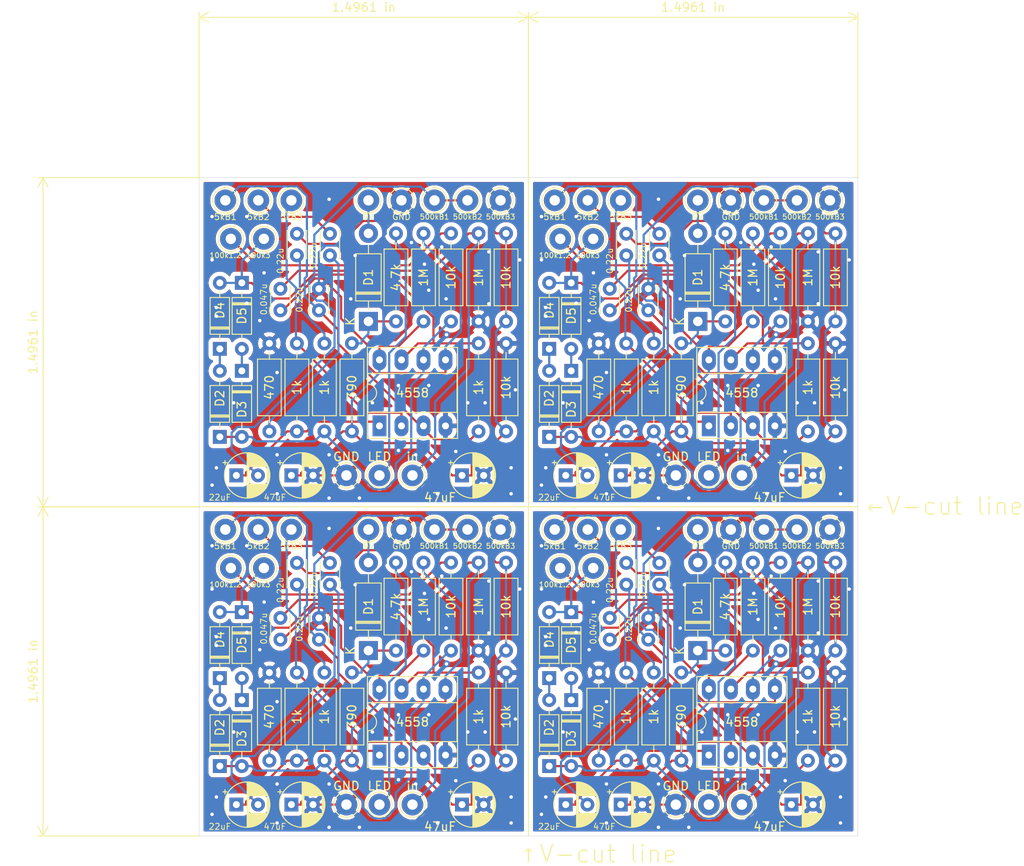
<source format=kicad_pcb>
(kicad_pcb (version 20171130) (host pcbnew "(5.1.2-1)-1")
  (layers (0 F.Cu signal) (31 B.Cu signal) (34 B.Paste user) (35 F.Paste user) (36 B.SilkS user) (37 F.SilkS user) (38 B.Mask user) (39 F.Mask user) (44 Edge.Cuts user))
  (net 0 "")
  (net 1 "Net-(9V1-Pad1)")
  (net 2 "Net-(C1-Pad1)")
  (net 3 GND)
  (net 4 "Net-(C3-Pad1)")
  (net 5 "Net-(C4-Pad2)")
  (net 6 "Net-(C4-Pad1)")
  (net 7 "Net-(C5-Pad1)")
  (net 8 "Net-(C6-Pad1)")
  (net 9 "Net-(C6-Pad2)")
  (net 10 "Net-(C7-Pad2)")
  (net 11 "Net-(C7-Pad1)")
  (net 12 "Net-(D1-Pad1)")
  (net 13 "Net-(D2-Pad1)")
  (net 14 "Net-(D2-Pad2)")
  (net 15 "Net-(D3-Pad1)")
  (net 16 "Net-(D4-Pad2)")
  (net 17 "Net-(J2-Pad1)")
  (net 18 "Net-(J6-Pad1)")
  (net 19 "Net-(J10-Pad1)")
  (module Resistor_THT:R_Axial_DIN0207_L6.3mm_D2.5mm_P10.16mm_Horizontal (layer F.Cu) (at 135.155 128.805 270)
    (fp_text reference 1k (at 5.08 0 90) (layer F.SilkS))
    (fp_text value 1k)
    (pad 1 thru_hole circle (at 0 0 270) (size 1.6 1.6) (drill 0.8) (layers *.Cu *.Mask) (net 18 "Net-(J6-Pad1)"))
    (pad 2 thru_hole oval (at 10.16 0 270) (size 1.6 1.6) (drill 0.8) (layers *.Cu *.Mask) (net 8 "Net-(C6-Pad1)"))
  )
  (module Resistor_THT:R_Axial_DIN0207_L6.3mm_D2.5mm_P10.16mm_Horizontal (layer F.Cu) (at 97.155 128.805 270)
    (fp_text reference 1k (at 5.08 0 90) (layer F.SilkS))
    (fp_text value 1k)
    (pad 1 thru_hole circle (at 0 0 270) (size 1.6 1.6) (drill 0.8) (layers *.Cu *.Mask) (net 18 "Net-(J6-Pad1)"))
    (pad 2 thru_hole oval (at 10.16 0 270) (size 1.6 1.6) (drill 0.8) (layers *.Cu *.Mask) (net 8 "Net-(C6-Pad1)"))
  )
  (module Resistor_THT:R_Axial_DIN0207_L6.3mm_D2.5mm_P10.16mm_Horizontal (layer F.Cu) (at 135.155 90.805 270)
    (fp_text reference 1k (at 5.08 0 90) (layer F.SilkS))
    (fp_text value 1k)
    (pad 1 thru_hole circle (at 0 0 270) (size 1.6 1.6) (drill 0.8) (layers *.Cu *.Mask) (net 18 "Net-(J6-Pad1)"))
    (pad 2 thru_hole oval (at 10.16 0 270) (size 1.6 1.6) (drill 0.8) (layers *.Cu *.Mask) (net 8 "Net-(C6-Pad1)"))
  )
  (module Resistor_THT:R_Axial_DIN0207_L6.3mm_D2.5mm_P10.16mm_Horizontal (layer F.Cu) (at 156.11 138.965 90)
    (fp_text reference 1k (at 5.08 0 90) (layer F.SilkS))
    (fp_text value 1k)
    (pad 2 thru_hole oval (at 10.16 0 90) (size 1.6 1.6) (drill 0.8) (layers *.Cu *.Mask) (net 16 "Net-(D4-Pad2)"))
    (pad 1 thru_hole circle (at 0 0 90) (size 1.6 1.6) (drill 0.8) (layers *.Cu *.Mask) (net 7 "Net-(C5-Pad1)"))
  )
  (module Resistor_THT:R_Axial_DIN0207_L6.3mm_D2.5mm_P10.16mm_Horizontal (layer F.Cu) (at 118.11 138.965 90)
    (fp_text reference 1k (at 5.08 0 90) (layer F.SilkS))
    (fp_text value 1k)
    (pad 2 thru_hole oval (at 10.16 0 90) (size 1.6 1.6) (drill 0.8) (layers *.Cu *.Mask) (net 16 "Net-(D4-Pad2)"))
    (pad 1 thru_hole circle (at 0 0 90) (size 1.6 1.6) (drill 0.8) (layers *.Cu *.Mask) (net 7 "Net-(C5-Pad1)"))
  )
  (module Resistor_THT:R_Axial_DIN0207_L6.3mm_D2.5mm_P10.16mm_Horizontal (layer F.Cu) (at 156.11 100.965 90)
    (fp_text reference 1k (at 5.08 0 90) (layer F.SilkS))
    (fp_text value 1k)
    (pad 2 thru_hole oval (at 10.16 0 90) (size 1.6 1.6) (drill 0.8) (layers *.Cu *.Mask) (net 16 "Net-(D4-Pad2)"))
    (pad 1 thru_hole circle (at 0 0 90) (size 1.6 1.6) (drill 0.8) (layers *.Cu *.Mask) (net 7 "Net-(C5-Pad1)"))
  )
  (module Resistor_THT:R_Axial_DIN0207_L6.3mm_D2.5mm_P10.16mm_Horizontal (layer F.Cu) (at 149.76 126.265 90)
    (fp_text reference 1M (at 5.08 0 90) (layer F.SilkS))
    (fp_text value 1M)
    (pad 2 thru_hole oval (at 10.16 0 90) (size 1.6 1.6) (drill 0.8) (layers *.Cu *.Mask) (net 6 "Net-(C4-Pad1)"))
    (pad 1 thru_hole circle (at 0 0 90) (size 1.6 1.6) (drill 0.8) (layers *.Cu *.Mask) (net 2 "Net-(C1-Pad1)"))
  )
  (module Resistor_THT:R_Axial_DIN0207_L6.3mm_D2.5mm_P10.16mm_Horizontal (layer F.Cu) (at 111.76 126.265 90)
    (fp_text reference 1M (at 5.08 0 90) (layer F.SilkS))
    (fp_text value 1M)
    (pad 2 thru_hole oval (at 10.16 0 90) (size 1.6 1.6) (drill 0.8) (layers *.Cu *.Mask) (net 6 "Net-(C4-Pad1)"))
    (pad 1 thru_hole circle (at 0 0 90) (size 1.6 1.6) (drill 0.8) (layers *.Cu *.Mask) (net 2 "Net-(C1-Pad1)"))
  )
  (module Resistor_THT:R_Axial_DIN0207_L6.3mm_D2.5mm_P10.16mm_Horizontal (layer F.Cu) (at 149.76 88.265 90)
    (fp_text reference 1M (at 5.08 0 90) (layer F.SilkS))
    (fp_text value 1M)
    (pad 2 thru_hole oval (at 10.16 0 90) (size 1.6 1.6) (drill 0.8) (layers *.Cu *.Mask) (net 6 "Net-(C4-Pad1)"))
    (pad 1 thru_hole circle (at 0 0 90) (size 1.6 1.6) (drill 0.8) (layers *.Cu *.Mask) (net 2 "Net-(C1-Pad1)"))
  )
  (module Resistor_THT:R_Axial_DIN0207_L6.3mm_D2.5mm_P10.16mm_Horizontal (layer F.Cu) (at 138.33 138.965 90)
    (fp_text reference 1k (at 5.08 0 90) (layer F.SilkS))
    (fp_text value 1k)
    (pad 2 thru_hole oval (at 10.16 0 90) (size 1.6 1.6) (drill 0.8) (layers *.Cu *.Mask) (net 4 "Net-(C3-Pad1)"))
    (pad 1 thru_hole circle (at 0 0 90) (size 1.6 1.6) (drill 0.8) (layers *.Cu *.Mask) (net 13 "Net-(D2-Pad1)"))
  )
  (module Resistor_THT:R_Axial_DIN0207_L6.3mm_D2.5mm_P10.16mm_Horizontal (layer F.Cu) (at 100.33 138.965 90)
    (fp_text reference 1k (at 5.08 0 90) (layer F.SilkS))
    (fp_text value 1k)
    (pad 2 thru_hole oval (at 10.16 0 90) (size 1.6 1.6) (drill 0.8) (layers *.Cu *.Mask) (net 4 "Net-(C3-Pad1)"))
    (pad 1 thru_hole circle (at 0 0 90) (size 1.6 1.6) (drill 0.8) (layers *.Cu *.Mask) (net 13 "Net-(D2-Pad1)"))
  )
  (module Resistor_THT:R_Axial_DIN0207_L6.3mm_D2.5mm_P10.16mm_Horizontal (layer F.Cu) (at 138.33 100.965 90)
    (fp_text reference 1k (at 5.08 0 90) (layer F.SilkS))
    (fp_text value 1k)
    (pad 2 thru_hole oval (at 10.16 0 90) (size 1.6 1.6) (drill 0.8) (layers *.Cu *.Mask) (net 4 "Net-(C3-Pad1)"))
    (pad 1 thru_hole circle (at 0 0 90) (size 1.6 1.6) (drill 0.8) (layers *.Cu *.Mask) (net 13 "Net-(D2-Pad1)"))
  )
  (module Resistor_THT:R_Axial_DIN0207_L6.3mm_D2.5mm_P10.16mm_Horizontal (layer F.Cu) (at 156.11 126.265 90)
    (fp_text reference 1M (at 5.08 0 90) (layer F.SilkS))
    (fp_text value 1M)
    (pad 1 thru_hole circle (at 0 0 90) (size 1.6 1.6) (drill 0.8) (layers *.Cu *.Mask) (net 3 GND))
    (pad 2 thru_hole oval (at 10.16 0 90) (size 1.6 1.6) (drill 0.8) (layers *.Cu *.Mask) (net 5 "Net-(C4-Pad2)"))
  )
  (module Resistor_THT:R_Axial_DIN0207_L6.3mm_D2.5mm_P10.16mm_Horizontal (layer F.Cu) (at 118.11 126.265 90)
    (fp_text reference 1M (at 5.08 0 90) (layer F.SilkS))
    (fp_text value 1M)
    (pad 1 thru_hole circle (at 0 0 90) (size 1.6 1.6) (drill 0.8) (layers *.Cu *.Mask) (net 3 GND))
    (pad 2 thru_hole oval (at 10.16 0 90) (size 1.6 1.6) (drill 0.8) (layers *.Cu *.Mask) (net 5 "Net-(C4-Pad2)"))
  )
  (module Resistor_THT:R_Axial_DIN0207_L6.3mm_D2.5mm_P10.16mm_Horizontal (layer F.Cu) (at 156.11 88.265 90)
    (fp_text reference 1M (at 5.08 0 90) (layer F.SilkS))
    (fp_text value 1M)
    (pad 1 thru_hole circle (at 0 0 90) (size 1.6 1.6) (drill 0.8) (layers *.Cu *.Mask) (net 3 GND))
    (pad 2 thru_hole oval (at 10.16 0 90) (size 1.6 1.6) (drill 0.8) (layers *.Cu *.Mask) (net 5 "Net-(C4-Pad2)"))
  )
  (module Resistor_THT:R_Axial_DIN0207_L6.3mm_D2.5mm_P10.16mm_Horizontal (layer F.Cu) (at 159.285 138.965 90)
    (fp_text reference 10k (at 5.08 0 90) (layer F.SilkS))
    (fp_text value 10k)
    (pad 2 thru_hole oval (at 10.16 0 90) (size 1.6 1.6) (drill 0.8) (layers *.Cu *.Mask) (net 3 GND))
    (pad 1 thru_hole circle (at 0 0 90) (size 1.6 1.6) (drill 0.8) (layers *.Cu *.Mask) (net 2 "Net-(C1-Pad1)"))
  )
  (module Resistor_THT:R_Axial_DIN0207_L6.3mm_D2.5mm_P10.16mm_Horizontal (layer F.Cu) (at 121.285 138.965 90)
    (fp_text reference 10k (at 5.08 0 90) (layer F.SilkS))
    (fp_text value 10k)
    (pad 2 thru_hole oval (at 10.16 0 90) (size 1.6 1.6) (drill 0.8) (layers *.Cu *.Mask) (net 3 GND))
    (pad 1 thru_hole circle (at 0 0 90) (size 1.6 1.6) (drill 0.8) (layers *.Cu *.Mask) (net 2 "Net-(C1-Pad1)"))
  )
  (module Resistor_THT:R_Axial_DIN0207_L6.3mm_D2.5mm_P10.16mm_Horizontal (layer F.Cu) (at 159.285 100.965 90)
    (fp_text reference 10k (at 5.08 0 90) (layer F.SilkS))
    (fp_text value 10k)
    (pad 2 thru_hole oval (at 10.16 0 90) (size 1.6 1.6) (drill 0.8) (layers *.Cu *.Mask) (net 3 GND))
    (pad 1 thru_hole circle (at 0 0 90) (size 1.6 1.6) (drill 0.8) (layers *.Cu *.Mask) (net 2 "Net-(C1-Pad1)"))
  )
  (module Resistor_THT:R_Axial_DIN0207_L6.3mm_D2.5mm_P10.16mm_Horizontal (layer F.Cu) (at 159.285 126.265 90)
    (fp_text reference 10k (at 5.08 0 90) (layer F.SilkS))
    (fp_text value 10k)
    (pad 1 thru_hole circle (at 0 0 90) (size 1.6 1.6) (drill 0.8) (layers *.Cu *.Mask) (net 2 "Net-(C1-Pad1)"))
    (pad 2 thru_hole oval (at 10.16 0 90) (size 1.6 1.6) (drill 0.8) (layers *.Cu *.Mask) (net 2 "Net-(C1-Pad1)"))
  )
  (module Resistor_THT:R_Axial_DIN0207_L6.3mm_D2.5mm_P10.16mm_Horizontal (layer F.Cu) (at 121.285 126.265 90)
    (fp_text reference 10k (at 5.08 0 90) (layer F.SilkS))
    (fp_text value 10k)
    (pad 1 thru_hole circle (at 0 0 90) (size 1.6 1.6) (drill 0.8) (layers *.Cu *.Mask) (net 2 "Net-(C1-Pad1)"))
    (pad 2 thru_hole oval (at 10.16 0 90) (size 1.6 1.6) (drill 0.8) (layers *.Cu *.Mask) (net 2 "Net-(C1-Pad1)"))
  )
  (module Resistor_THT:R_Axial_DIN0207_L6.3mm_D2.5mm_P10.16mm_Horizontal (layer F.Cu) (at 159.285 88.265 90)
    (fp_text reference 10k (at 5.08 0 90) (layer F.SilkS))
    (fp_text value 10k)
    (pad 1 thru_hole circle (at 0 0 90) (size 1.6 1.6) (drill 0.8) (layers *.Cu *.Mask) (net 2 "Net-(C1-Pad1)"))
    (pad 2 thru_hole oval (at 10.16 0 90) (size 1.6 1.6) (drill 0.8) (layers *.Cu *.Mask) (net 2 "Net-(C1-Pad1)"))
  )
  (module Resistor_THT:R_Axial_DIN0207_L6.3mm_D2.5mm_P10.16mm_Horizontal (layer F.Cu) (at 141.505 138.965 90)
    (fp_text reference 390 (at 5.08 0 90) (layer F.SilkS))
    (fp_text value 390)
    (pad 2 thru_hole oval (at 10.16 0 90) (size 1.6 1.6) (drill 0.8) (layers *.Cu *.Mask) (net 12 "Net-(D1-Pad1)"))
    (pad 1 thru_hole circle (at 0 0 90) (size 1.6 1.6) (drill 0.8) (layers *.Cu *.Mask) (net 2 "Net-(C1-Pad1)"))
  )
  (module Resistor_THT:R_Axial_DIN0207_L6.3mm_D2.5mm_P10.16mm_Horizontal (layer F.Cu) (at 103.505 138.965 90)
    (fp_text reference 390 (at 5.08 0 90) (layer F.SilkS))
    (fp_text value 390)
    (pad 2 thru_hole oval (at 10.16 0 90) (size 1.6 1.6) (drill 0.8) (layers *.Cu *.Mask) (net 12 "Net-(D1-Pad1)"))
    (pad 1 thru_hole circle (at 0 0 90) (size 1.6 1.6) (drill 0.8) (layers *.Cu *.Mask) (net 2 "Net-(C1-Pad1)"))
  )
  (module Resistor_THT:R_Axial_DIN0207_L6.3mm_D2.5mm_P10.16mm_Horizontal (layer F.Cu) (at 141.505 100.965 90)
    (fp_text reference 390 (at 5.08 0 90) (layer F.SilkS))
    (fp_text value 390)
    (pad 2 thru_hole oval (at 10.16 0 90) (size 1.6 1.6) (drill 0.8) (layers *.Cu *.Mask) (net 12 "Net-(D1-Pad1)"))
    (pad 1 thru_hole circle (at 0 0 90) (size 1.6 1.6) (drill 0.8) (layers *.Cu *.Mask) (net 2 "Net-(C1-Pad1)"))
  )
  (module Diode_THT:D_DO-35_SOD27_P7.62mm_Horizontal (layer F.Cu) (at 126.265 129.44 90)
    (fp_text reference D4 (at 4.445 0 90) (layer F.SilkS))
    (fp_text value 1N4148)
    (pad 2 thru_hole oval (at 7.62 0 90) (size 1.6 1.6) (drill 0.8) (layers *.Cu *.Mask) (net 16 "Net-(D4-Pad2)"))
    (pad 1 thru_hole rect (at 0 0 90) (size 1.6 1.6) (drill 0.8) (layers *.Cu *.Mask) (net 14 "Net-(D2-Pad2)"))
  )
  (module Diode_THT:D_DO-35_SOD27_P7.62mm_Horizontal (layer F.Cu) (at 88.265 129.44 90)
    (fp_text reference D4 (at 4.445 0 90) (layer F.SilkS))
    (fp_text value 1N4148)
    (pad 2 thru_hole oval (at 7.62 0 90) (size 1.6 1.6) (drill 0.8) (layers *.Cu *.Mask) (net 16 "Net-(D4-Pad2)"))
    (pad 1 thru_hole rect (at 0 0 90) (size 1.6 1.6) (drill 0.8) (layers *.Cu *.Mask) (net 14 "Net-(D2-Pad2)"))
  )
  (module Diode_THT:D_DO-35_SOD27_P7.62mm_Horizontal (layer F.Cu) (at 126.265 91.44 90)
    (fp_text reference D4 (at 4.445 0 90) (layer F.SilkS))
    (fp_text value 1N4148)
    (pad 2 thru_hole oval (at 7.62 0 90) (size 1.6 1.6) (drill 0.8) (layers *.Cu *.Mask) (net 16 "Net-(D4-Pad2)"))
    (pad 1 thru_hole rect (at 0 0 90) (size 1.6 1.6) (drill 0.8) (layers *.Cu *.Mask) (net 14 "Net-(D2-Pad2)"))
  )
  (module Diode_THT:D_DO-35_SOD27_P7.62mm_Horizontal (layer F.Cu) (at 128.805 131.98 270)
    (fp_text reference D3 (at 4.445 0 90) (layer F.SilkS))
    (fp_text value 1N4148)
    (pad 1 thru_hole rect (at 0 0 270) (size 1.6 1.6) (drill 0.8) (layers *.Cu *.Mask) (net 15 "Net-(D3-Pad1)"))
    (pad 2 thru_hole oval (at 7.62 0 270) (size 1.6 1.6) (drill 0.8) (layers *.Cu *.Mask) (net 13 "Net-(D2-Pad1)"))
  )
  (module Diode_THT:D_DO-35_SOD27_P7.62mm_Horizontal (layer F.Cu) (at 90.805 131.98 270)
    (fp_text reference D3 (at 4.445 0 90) (layer F.SilkS))
    (fp_text value 1N4148)
    (pad 1 thru_hole rect (at 0 0 270) (size 1.6 1.6) (drill 0.8) (layers *.Cu *.Mask) (net 15 "Net-(D3-Pad1)"))
    (pad 2 thru_hole oval (at 7.62 0 270) (size 1.6 1.6) (drill 0.8) (layers *.Cu *.Mask) (net 13 "Net-(D2-Pad1)"))
  )
  (module Diode_THT:D_DO-35_SOD27_P7.62mm_Horizontal (layer F.Cu) (at 128.805 93.98 270)
    (fp_text reference D3 (at 4.445 0 90) (layer F.SilkS))
    (fp_text value 1N4148)
    (pad 1 thru_hole rect (at 0 0 270) (size 1.6 1.6) (drill 0.8) (layers *.Cu *.Mask) (net 15 "Net-(D3-Pad1)"))
    (pad 2 thru_hole oval (at 7.62 0 270) (size 1.6 1.6) (drill 0.8) (layers *.Cu *.Mask) (net 13 "Net-(D2-Pad1)"))
  )
  (module Diode_THT:D_DO-41_SOD81_P10.16mm_Horizontal (layer F.Cu) (at 143.41 126.265 90)
    (fp_text reference D1 (at 5.08 0 90) (layer F.SilkS))
    (fp_text value 1N5817)
    (fp_text user K (at 0 -2.1 90) (layer F.SilkS))
    (pad 2 thru_hole oval (at 10.16 0 90) (size 2.2 2.2) (drill 1.1) (layers *.Cu *.Mask) (net 1 "Net-(9V1-Pad1)"))
    (pad 1 thru_hole rect (at 0 0 90) (size 2.2 2.2) (drill 1.1) (layers *.Cu *.Mask) (net 12 "Net-(D1-Pad1)"))
  )
  (module Diode_THT:D_DO-41_SOD81_P10.16mm_Horizontal (layer F.Cu) (at 105.41 126.265 90)
    (fp_text reference D1 (at 5.08 0 90) (layer F.SilkS))
    (fp_text value 1N5817)
    (fp_text user K (at 0 -2.1 90) (layer F.SilkS))
    (pad 2 thru_hole oval (at 10.16 0 90) (size 2.2 2.2) (drill 1.1) (layers *.Cu *.Mask) (net 1 "Net-(9V1-Pad1)"))
    (pad 1 thru_hole rect (at 0 0 90) (size 2.2 2.2) (drill 1.1) (layers *.Cu *.Mask) (net 12 "Net-(D1-Pad1)"))
  )
  (module Diode_THT:D_DO-41_SOD81_P10.16mm_Horizontal (layer F.Cu) (at 143.41 88.265 90)
    (fp_text reference D1 (at 5.08 0 90) (layer F.SilkS))
    (fp_text value 1N5817)
    (fp_text user K (at 0 -2.1 90) (layer F.SilkS))
    (pad 2 thru_hole oval (at 10.16 0 90) (size 2.2 2.2) (drill 1.1) (layers *.Cu *.Mask) (net 1 "Net-(9V1-Pad1)"))
    (pad 1 thru_hole rect (at 0 0 90) (size 2.2 2.2) (drill 1.1) (layers *.Cu *.Mask) (net 12 "Net-(D1-Pad1)"))
  )
  (module Capacitor_THT:C_Disc_D3.0mm_W2.0mm_P2.50mm (layer F.Cu) (at 138.965 118.645 90)
    (fp_text reference 0.22u (at 0 -1.905 90) (layer F.SilkS) (effects (font (size 0.7 0.7) (thickness 0.1))))
    (fp_text value 0.22uF)
    (pad 2 thru_hole circle (at 2.5 0 90) (size 1.6 1.6) (drill 0.8) (layers *.Cu *.Mask) (net 10 "Net-(C7-Pad2)"))
    (pad 1 thru_hole circle (at 0 0 90) (size 1.6 1.6) (drill 0.8) (layers *.Cu *.Mask) (net 11 "Net-(C7-Pad1)"))
  )
  (module Capacitor_THT:C_Disc_D3.0mm_W2.0mm_P2.50mm (layer F.Cu) (at 100.965 118.645 90)
    (fp_text reference 0.22u (at 0 -1.905 90) (layer F.SilkS) (effects (font (size 0.7 0.7) (thickness 0.1))))
    (fp_text value 0.22uF)
    (pad 2 thru_hole circle (at 2.5 0 90) (size 1.6 1.6) (drill 0.8) (layers *.Cu *.Mask) (net 10 "Net-(C7-Pad2)"))
    (pad 1 thru_hole circle (at 0 0 90) (size 1.6 1.6) (drill 0.8) (layers *.Cu *.Mask) (net 11 "Net-(C7-Pad1)"))
  )
  (module Capacitor_THT:C_Disc_D3.0mm_W2.0mm_P2.50mm (layer F.Cu) (at 138.965 80.645 90)
    (fp_text reference 0.22u (at 0 -1.905 90) (layer F.SilkS) (effects (font (size 0.7 0.7) (thickness 0.1))))
    (fp_text value 0.22uF)
    (pad 2 thru_hole circle (at 2.5 0 90) (size 1.6 1.6) (drill 0.8) (layers *.Cu *.Mask) (net 10 "Net-(C7-Pad2)"))
    (pad 1 thru_hole circle (at 0 0 90) (size 1.6 1.6) (drill 0.8) (layers *.Cu *.Mask) (net 11 "Net-(C7-Pad1)"))
  )
  (module Capacitor_THT:C_Disc_D3.0mm_W2.0mm_P2.50mm (layer F.Cu) (at 133.25 124.995 90)
    (fp_text reference 0.047u (at 1.27 -1.905 90) (layer F.SilkS) (effects (font (size 0.7 0.7) (thickness 0.1))))
    (fp_text value 0.047u)
    (pad 2 thru_hole circle (at 2.5 0 90) (size 1.6 1.6) (drill 0.8) (layers *.Cu *.Mask) (net 5 "Net-(C4-Pad2)"))
    (pad 1 thru_hole circle (at 0 0 90) (size 1.6 1.6) (drill 0.8) (layers *.Cu *.Mask) (net 6 "Net-(C4-Pad1)"))
  )
  (module Capacitor_THT:C_Disc_D3.0mm_W2.0mm_P2.50mm (layer F.Cu) (at 95.25 124.995 90)
    (fp_text reference 0.047u (at 1.27 -1.905 90) (layer F.SilkS) (effects (font (size 0.7 0.7) (thickness 0.1))))
    (fp_text value 0.047u)
    (pad 2 thru_hole circle (at 2.5 0 90) (size 1.6 1.6) (drill 0.8) (layers *.Cu *.Mask) (net 5 "Net-(C4-Pad2)"))
    (pad 1 thru_hole circle (at 0 0 90) (size 1.6 1.6) (drill 0.8) (layers *.Cu *.Mask) (net 6 "Net-(C4-Pad1)"))
  )
  (module Capacitor_THT:C_Disc_D3.0mm_W2.0mm_P2.50mm (layer F.Cu) (at 133.25 86.995 90)
    (fp_text reference 0.047u (at 1.27 -1.905 90) (layer F.SilkS) (effects (font (size 0.7 0.7) (thickness 0.1))))
    (fp_text value 0.047u)
    (pad 2 thru_hole circle (at 2.5 0 90) (size 1.6 1.6) (drill 0.8) (layers *.Cu *.Mask) (net 5 "Net-(C4-Pad2)"))
    (pad 1 thru_hole circle (at 0 0 90) (size 1.6 1.6) (drill 0.8) (layers *.Cu *.Mask) (net 6 "Net-(C4-Pad1)"))
  )
  (module TestPoint:TestPoint_THTPad_D2.5mm_Drill1.2mm (layer F.Cu) (at 147.22 112.295)
    (fp_text reference GND (at 0 1.905) (layer F.SilkS) (effects (font (size 0.7 0.7) (thickness 0.1))))
    (fp_text value in_GND)
    (pad 1 thru_hole circle (at 0 0) (size 2.5 2.5) (drill 1.2) (layers *.Cu *.Mask) (net 3 GND))
  )
  (module TestPoint:TestPoint_THTPad_D2.5mm_Drill1.2mm (layer F.Cu) (at 109.22 112.295)
    (fp_text reference GND (at 0 1.905) (layer F.SilkS) (effects (font (size 0.7 0.7) (thickness 0.1))))
    (fp_text value in_GND)
    (pad 1 thru_hole circle (at 0 0) (size 2.5 2.5) (drill 1.2) (layers *.Cu *.Mask) (net 3 GND))
  )
  (module TestPoint:TestPoint_THTPad_D2.5mm_Drill1.2mm (layer F.Cu) (at 147.22 74.295)
    (fp_text reference GND (at 0 1.905) (layer F.SilkS) (effects (font (size 0.7 0.7) (thickness 0.1))))
    (fp_text value in_GND)
    (pad 1 thru_hole circle (at 0 0) (size 2.5 2.5) (drill 1.2) (layers *.Cu *.Mask) (net 3 GND))
  )
  (module TestPoint:TestPoint_THTPad_D2.5mm_Drill1.2mm (layer F.Cu) (at 140.87 144.045)
    (fp_text reference GND (at 0 -2.148) (layer F.SilkS))
    (fp_text value in_GND)
    (pad 1 thru_hole circle (at 0 0) (size 2.5 2.5) (drill 1.2) (layers *.Cu *.Mask) (net 3 GND))
  )
  (module TestPoint:TestPoint_THTPad_D2.5mm_Drill1.2mm (layer F.Cu) (at 102.87 144.045)
    (fp_text reference GND (at 0 -2.148) (layer F.SilkS))
    (fp_text value in_GND)
    (pad 1 thru_hole circle (at 0 0) (size 2.5 2.5) (drill 1.2) (layers *.Cu *.Mask) (net 3 GND))
  )
  (module TestPoint:TestPoint_THTPad_D2.5mm_Drill1.2mm (layer F.Cu) (at 140.87 106.045)
    (fp_text reference GND (at 0 -2.148) (layer F.SilkS))
    (fp_text value in_GND)
    (pad 1 thru_hole circle (at 0 0) (size 2.5 2.5) (drill 1.2) (layers *.Cu *.Mask) (net 3 GND))
  )
  (module TestPoint:TestPoint_THTPad_D2.5mm_Drill1.2mm (layer F.Cu) (at 144.68 144.045)
    (fp_text reference LED (at 0 -2.148) (layer F.SilkS))
    (fp_text value LED1)
    (pad 1 thru_hole circle (at 0 0) (size 2.5 2.5) (drill 1.2) (layers *.Cu *.Mask) (net 19 "Net-(J10-Pad1)"))
  )
  (module TestPoint:TestPoint_THTPad_D2.5mm_Drill1.2mm (layer F.Cu) (at 106.68 144.045)
    (fp_text reference LED (at 0 -2.148) (layer F.SilkS))
    (fp_text value LED1)
    (pad 1 thru_hole circle (at 0 0) (size 2.5 2.5) (drill 1.2) (layers *.Cu *.Mask) (net 19 "Net-(J10-Pad1)"))
  )
  (module TestPoint:TestPoint_THTPad_D2.5mm_Drill1.2mm (layer F.Cu) (at 144.68 106.045)
    (fp_text reference LED (at 0 -2.148) (layer F.SilkS))
    (fp_text value LED1)
    (pad 1 thru_hole circle (at 0 0) (size 2.5 2.5) (drill 1.2) (layers *.Cu *.Mask) (net 19 "Net-(J10-Pad1)"))
  )
  (module TestPoint:TestPoint_THTPad_D2.5mm_Drill1.2mm (layer F.Cu) (at 158.65 112.295)
    (fp_text reference 500kB3 (at 0 1.905) (layer F.SilkS) (effects (font (size 0.6 0.6) (thickness 0.1))))
    (fp_text value Vol500B3)
    (pad 1 thru_hole circle (at 0 0) (size 2.5 2.5) (drill 1.2) (layers *.Cu *.Mask) (net 3 GND))
  )
  (module TestPoint:TestPoint_THTPad_D2.5mm_Drill1.2mm (layer F.Cu) (at 120.65 112.295)
    (fp_text reference 500kB3 (at 0 1.905) (layer F.SilkS) (effects (font (size 0.6 0.6) (thickness 0.1))))
    (fp_text value Vol500B3)
    (pad 1 thru_hole circle (at 0 0) (size 2.5 2.5) (drill 1.2) (layers *.Cu *.Mask) (net 3 GND))
  )
  (module TestPoint:TestPoint_THTPad_D2.5mm_Drill1.2mm (layer F.Cu) (at 158.65 74.295)
    (fp_text reference 500kB3 (at 0 1.905) (layer F.SilkS) (effects (font (size 0.6 0.6) (thickness 0.1))))
    (fp_text value Vol500B3)
    (pad 1 thru_hole circle (at 0 0) (size 2.5 2.5) (drill 1.2) (layers *.Cu *.Mask) (net 3 GND))
  )
  (module TestPoint:TestPoint_THTPad_D2.5mm_Drill1.2mm (layer F.Cu) (at 154.84 112.295)
    (fp_text reference 500kB2 (at 0 1.905) (layer F.SilkS) (effects (font (size 0.6 0.6) (thickness 0.1))))
    (fp_text value Vol500B2_OUT)
    (pad 1 thru_hole circle (at 0 0) (size 2.5 2.5) (drill 1.2) (layers *.Cu *.Mask) (net 9 "Net-(C6-Pad2)"))
  )
  (module TestPoint:TestPoint_THTPad_D2.5mm_Drill1.2mm (layer F.Cu) (at 116.84 112.295)
    (fp_text reference 500kB2 (at 0 1.905) (layer F.SilkS) (effects (font (size 0.6 0.6) (thickness 0.1))))
    (fp_text value Vol500B2_OUT)
    (pad 1 thru_hole circle (at 0 0) (size 2.5 2.5) (drill 1.2) (layers *.Cu *.Mask) (net 9 "Net-(C6-Pad2)"))
  )
  (module TestPoint:TestPoint_THTPad_D2.5mm_Drill1.2mm (layer F.Cu) (at 154.84 74.295)
    (fp_text reference 500kB2 (at 0 1.905) (layer F.SilkS) (effects (font (size 0.6 0.6) (thickness 0.1))))
    (fp_text value Vol500B2_OUT)
    (pad 1 thru_hole circle (at 0 0) (size 2.5 2.5) (drill 1.2) (layers *.Cu *.Mask) (net 9 "Net-(C6-Pad2)"))
  )
  (module TestPoint:TestPoint_THTPad_D2.5mm_Drill1.2mm (layer F.Cu) (at 151.03 112.295)
    (fp_text reference 500kB1 (at 0 1.905) (layer F.SilkS) (effects (font (size 0.6 0.6) (thickness 0.1))))
    (fp_text value Vol500B1)
    (pad 1 thru_hole circle (at 0 0) (size 2.5 2.5) (drill 1.2) (layers *.Cu *.Mask) (net 9 "Net-(C6-Pad2)"))
  )
  (module TestPoint:TestPoint_THTPad_D2.5mm_Drill1.2mm (layer F.Cu) (at 113.03 112.295)
    (fp_text reference 500kB1 (at 0 1.905) (layer F.SilkS) (effects (font (size 0.6 0.6) (thickness 0.1))))
    (fp_text value Vol500B1)
    (pad 1 thru_hole circle (at 0 0) (size 2.5 2.5) (drill 1.2) (layers *.Cu *.Mask) (net 9 "Net-(C6-Pad2)"))
  )
  (module TestPoint:TestPoint_THTPad_D2.5mm_Drill1.2mm (layer F.Cu) (at 151.03 74.295)
    (fp_text reference 500kB1 (at 0 1.905) (layer F.SilkS) (effects (font (size 0.6 0.6) (thickness 0.1))))
    (fp_text value Vol500B1)
    (pad 1 thru_hole circle (at 0 0) (size 2.5 2.5) (drill 1.2) (layers *.Cu *.Mask) (net 9 "Net-(C6-Pad2)"))
  )
  (module TestPoint:TestPoint_THTPad_D2.5mm_Drill1.2mm (layer F.Cu) (at 134.52 112.295)
    (fp_text reference 5kB3 (at 0 1.905) (layer F.SilkS) (effects (font (size 0.7 0.7) (thickness 0.1))))
    (fp_text value Tone_5kB3)
    (pad 1 thru_hole circle (at 0 0) (size 2.5 2.5) (drill 1.2) (layers *.Cu *.Mask) (net 18 "Net-(J6-Pad1)"))
  )
  (module TestPoint:TestPoint_THTPad_D2.5mm_Drill1.2mm (layer F.Cu) (at 96.52 112.295)
    (fp_text reference 5kB3 (at 0 1.905) (layer F.SilkS) (effects (font (size 0.7 0.7) (thickness 0.1))))
    (fp_text value Tone_5kB3)
    (pad 1 thru_hole circle (at 0 0) (size 2.5 2.5) (drill 1.2) (layers *.Cu *.Mask) (net 18 "Net-(J6-Pad1)"))
  )
  (module TestPoint:TestPoint_THTPad_D2.5mm_Drill1.2mm (layer F.Cu) (at 134.52 74.295)
    (fp_text reference 5kB3 (at 0 1.905) (layer F.SilkS) (effects (font (size 0.7 0.7) (thickness 0.1))))
    (fp_text value Tone_5kB3)
    (pad 1 thru_hole circle (at 0 0) (size 2.5 2.5) (drill 1.2) (layers *.Cu *.Mask) (net 18 "Net-(J6-Pad1)"))
  )
  (module TestPoint:TestPoint_THTPad_D2.5mm_Drill1.2mm (layer F.Cu) (at 130.71 112.295)
    (fp_text reference 5kB2 (at 0 1.905) (layer F.SilkS) (effects (font (size 0.7 0.7) (thickness 0.1))))
    (fp_text value Tone_5kB2)
    (pad 1 thru_hole circle (at 0 0) (size 2.5 2.5) (drill 1.2) (layers *.Cu *.Mask) (net 10 "Net-(C7-Pad2)"))
  )
  (module TestPoint:TestPoint_THTPad_D2.5mm_Drill1.2mm (layer F.Cu) (at 92.71 112.295)
    (fp_text reference 5kB2 (at 0 1.905) (layer F.SilkS) (effects (font (size 0.7 0.7) (thickness 0.1))))
    (fp_text value Tone_5kB2)
    (pad 1 thru_hole circle (at 0 0) (size 2.5 2.5) (drill 1.2) (layers *.Cu *.Mask) (net 10 "Net-(C7-Pad2)"))
  )
  (module TestPoint:TestPoint_THTPad_D2.5mm_Drill1.2mm (layer F.Cu) (at 130.71 74.295)
    (fp_text reference 5kB2 (at 0 1.905) (layer F.SilkS) (effects (font (size 0.7 0.7) (thickness 0.1))))
    (fp_text value Tone_5kB2)
    (pad 1 thru_hole circle (at 0 0) (size 2.5 2.5) (drill 1.2) (layers *.Cu *.Mask) (net 10 "Net-(C7-Pad2)"))
  )
  (module TestPoint:TestPoint_THTPad_D2.5mm_Drill1.2mm (layer F.Cu) (at 126.9 112.295)
    (fp_text reference 5kB1 (at 0 1.905) (layer F.SilkS) (effects (font (size 0.7 0.7) (thickness 0.1))))
    (fp_text value Tone_5kB1)
    (pad 1 thru_hole circle (at 0 0) (size 2.5 2.5) (drill 1.2) (layers *.Cu *.Mask) (net 7 "Net-(C5-Pad1)"))
  )
  (module TestPoint:TestPoint_THTPad_D2.5mm_Drill1.2mm (layer F.Cu) (at 88.9 112.295)
    (fp_text reference 5kB1 (at 0 1.905) (layer F.SilkS) (effects (font (size 0.7 0.7) (thickness 0.1))))
    (fp_text value Tone_5kB1)
    (pad 1 thru_hole circle (at 0 0) (size 2.5 2.5) (drill 1.2) (layers *.Cu *.Mask) (net 7 "Net-(C5-Pad1)"))
  )
  (module TestPoint:TestPoint_THTPad_D2.5mm_Drill1.2mm (layer F.Cu) (at 126.9 74.295)
    (fp_text reference 5kB1 (at 0 1.905) (layer F.SilkS) (effects (font (size 0.7 0.7) (thickness 0.1))))
    (fp_text value Tone_5kB1)
    (pad 1 thru_hole circle (at 0 0) (size 2.5 2.5) (drill 1.2) (layers *.Cu *.Mask) (net 7 "Net-(C5-Pad1)"))
  )
  (module TestPoint:TestPoint_THTPad_D2.5mm_Drill1.2mm (layer F.Cu) (at 131.345 116.74)
    (fp_text reference 100k3 (at -0.635 1.905) (layer F.SilkS) (effects (font (size 0.6 0.6) (thickness 0.1))))
    (fp_text value Drive100k3)
    (pad 1 thru_hole circle (at 0 0) (size 2.5 2.5) (drill 1.2) (layers *.Cu *.Mask) (net 16 "Net-(D4-Pad2)"))
  )
  (module TestPoint:TestPoint_THTPad_D2.5mm_Drill1.2mm (layer F.Cu) (at 93.345 116.74)
    (fp_text reference 100k3 (at -0.635 1.905) (layer F.SilkS) (effects (font (size 0.6 0.6) (thickness 0.1))))
    (fp_text value Drive100k3)
    (pad 1 thru_hole circle (at 0 0) (size 2.5 2.5) (drill 1.2) (layers *.Cu *.Mask) (net 16 "Net-(D4-Pad2)"))
  )
  (module TestPoint:TestPoint_THTPad_D2.5mm_Drill1.2mm (layer F.Cu) (at 131.345 78.74)
    (fp_text reference 100k3 (at -0.635 1.905) (layer F.SilkS) (effects (font (size 0.6 0.6) (thickness 0.1))))
    (fp_text value Drive100k3)
    (pad 1 thru_hole circle (at 0 0) (size 2.5 2.5) (drill 1.2) (layers *.Cu *.Mask) (net 16 "Net-(D4-Pad2)"))
  )
  (module TestPoint:TestPoint_THTPad_D2.5mm_Drill1.2mm (layer F.Cu) (at 127.535 116.74)
    (fp_text reference 100k1.2 (at -0.635 1.905) (layer F.SilkS) (effects (font (size 0.6 0.6) (thickness 0.1))))
    (fp_text value Drive100k1_2)
    (pad 1 thru_hole circle (at 0 0) (size 2.5 2.5) (drill 1.2) (layers *.Cu *.Mask) (net 17 "Net-(J2-Pad1)"))
  )
  (module TestPoint:TestPoint_THTPad_D2.5mm_Drill1.2mm (layer F.Cu) (at 89.535 116.74)
    (fp_text reference 100k1.2 (at -0.635 1.905) (layer F.SilkS) (effects (font (size 0.6 0.6) (thickness 0.1))))
    (fp_text value Drive100k1_2)
    (pad 1 thru_hole circle (at 0 0) (size 2.5 2.5) (drill 1.2) (layers *.Cu *.Mask) (net 17 "Net-(J2-Pad1)"))
  )
  (module TestPoint:TestPoint_THTPad_D2.5mm_Drill1.2mm (layer F.Cu) (at 127.535 78.74)
    (fp_text reference 100k1.2 (at -0.635 1.905) (layer F.SilkS) (effects (font (size 0.6 0.6) (thickness 0.1))))
    (fp_text value Drive100k1_2)
    (pad 1 thru_hole circle (at 0 0) (size 2.5 2.5) (drill 1.2) (layers *.Cu *.Mask) (net 17 "Net-(J2-Pad1)"))
  )
  (module TestPoint:TestPoint_THTPad_D2.5mm_Drill1.2mm (layer F.Cu) (at 148.49 144.045)
    (fp_text reference in (at 0 -2.148) (layer F.SilkS))
    (fp_text value in)
    (pad 1 thru_hole circle (at 0 0) (size 2.5 2.5) (drill 1.2) (layers *.Cu *.Mask) (net 5 "Net-(C4-Pad2)"))
  )
  (module TestPoint:TestPoint_THTPad_D2.5mm_Drill1.2mm (layer F.Cu) (at 110.49 144.045)
    (fp_text reference in (at 0 -2.148) (layer F.SilkS))
    (fp_text value in)
    (pad 1 thru_hole circle (at 0 0) (size 2.5 2.5) (drill 1.2) (layers *.Cu *.Mask) (net 5 "Net-(C4-Pad2)"))
  )
  (module TestPoint:TestPoint_THTPad_D2.5mm_Drill1.2mm (layer F.Cu) (at 148.49 106.045)
    (fp_text reference in (at 0 -2.148) (layer F.SilkS))
    (fp_text value in)
    (pad 1 thru_hole circle (at 0 0) (size 2.5 2.5) (drill 1.2) (layers *.Cu *.Mask) (net 5 "Net-(C4-Pad2)"))
  )
  (module Diode_THT:D_DO-35_SOD27_P7.62mm_Horizontal (layer F.Cu) (at 128.805 121.82 270)
    (fp_text reference D5 (at 3.81 0 90) (layer F.SilkS))
    (fp_text value 1N4148)
    (pad 2 thru_hole oval (at 7.62 0 270) (size 1.6 1.6) (drill 0.8) (layers *.Cu *.Mask) (net 15 "Net-(D3-Pad1)"))
    (pad 1 thru_hole rect (at 0 0 270) (size 1.6 1.6) (drill 0.8) (layers *.Cu *.Mask) (net 16 "Net-(D4-Pad2)"))
  )
  (module Diode_THT:D_DO-35_SOD27_P7.62mm_Horizontal (layer F.Cu) (at 90.805 121.82 270)
    (fp_text reference D5 (at 3.81 0 90) (layer F.SilkS))
    (fp_text value 1N4148)
    (pad 2 thru_hole oval (at 7.62 0 270) (size 1.6 1.6) (drill 0.8) (layers *.Cu *.Mask) (net 15 "Net-(D3-Pad1)"))
    (pad 1 thru_hole rect (at 0 0 270) (size 1.6 1.6) (drill 0.8) (layers *.Cu *.Mask) (net 16 "Net-(D4-Pad2)"))
  )
  (module Diode_THT:D_DO-35_SOD27_P7.62mm_Horizontal (layer F.Cu) (at 128.805 83.82 270)
    (fp_text reference D5 (at 3.81 0 90) (layer F.SilkS))
    (fp_text value 1N4148)
    (pad 2 thru_hole oval (at 7.62 0 270) (size 1.6 1.6) (drill 0.8) (layers *.Cu *.Mask) (net 15 "Net-(D3-Pad1)"))
    (pad 1 thru_hole rect (at 0 0 270) (size 1.6 1.6) (drill 0.8) (layers *.Cu *.Mask) (net 16 "Net-(D4-Pad2)"))
  )
  (module Capacitor_THT:CP_Radial_D5.0mm_P2.50mm (layer F.Cu) (at 128.17 144.045)
    (fp_text reference 22uF (at -1.905 2.54) (layer F.SilkS) (effects (font (size 0.7 0.7) (thickness 0.1))))
    (fp_text value 22uF)
    (pad 2 thru_hole circle (at 2.5 0) (size 1.6 1.6) (drill 0.8) (layers *.Cu *.Mask) (net 9 "Net-(C6-Pad2)"))
    (pad 1 thru_hole rect (at 0 0) (size 1.6 1.6) (drill 0.8) (layers *.Cu *.Mask) (net 8 "Net-(C6-Pad1)"))
  )
  (module Capacitor_THT:CP_Radial_D5.0mm_P2.50mm (layer F.Cu) (at 90.17 144.045)
    (fp_text reference 22uF (at -1.905 2.54) (layer F.SilkS) (effects (font (size 0.7 0.7) (thickness 0.1))))
    (fp_text value 22uF)
    (pad 2 thru_hole circle (at 2.5 0) (size 1.6 1.6) (drill 0.8) (layers *.Cu *.Mask) (net 9 "Net-(C6-Pad2)"))
    (pad 1 thru_hole rect (at 0 0) (size 1.6 1.6) (drill 0.8) (layers *.Cu *.Mask) (net 8 "Net-(C6-Pad1)"))
  )
  (module Capacitor_THT:CP_Radial_D5.0mm_P2.50mm (layer F.Cu) (at 128.17 106.045)
    (fp_text reference 22uF (at -1.905 2.54) (layer F.SilkS) (effects (font (size 0.7 0.7) (thickness 0.1))))
    (fp_text value 22uF)
    (pad 2 thru_hole circle (at 2.5 0) (size 1.6 1.6) (drill 0.8) (layers *.Cu *.Mask) (net 9 "Net-(C6-Pad2)"))
    (pad 1 thru_hole rect (at 0 0) (size 1.6 1.6) (drill 0.8) (layers *.Cu *.Mask) (net 8 "Net-(C6-Pad1)"))
  )
  (module TestPoint:TestPoint_THTPad_D2.5mm_Drill1.2mm (layer F.Cu) (at 143.41 112.295)
    (fp_text reference 9V (at 0 1.905) (layer F.SilkS) (effects (font (size 0.7 0.7) (thickness 0.1))))
    (fp_text value Conn_01x01)
    (pad 1 thru_hole circle (at 0 0) (size 2.5 2.5) (drill 1.2) (layers *.Cu *.Mask) (net 1 "Net-(9V1-Pad1)"))
  )
  (module TestPoint:TestPoint_THTPad_D2.5mm_Drill1.2mm (layer F.Cu) (at 105.41 112.295)
    (fp_text reference 9V (at 0 1.905) (layer F.SilkS) (effects (font (size 0.7 0.7) (thickness 0.1))))
    (fp_text value Conn_01x01)
    (pad 1 thru_hole circle (at 0 0) (size 2.5 2.5) (drill 1.2) (layers *.Cu *.Mask) (net 1 "Net-(9V1-Pad1)"))
  )
  (module TestPoint:TestPoint_THTPad_D2.5mm_Drill1.2mm (layer F.Cu) (at 143.41 74.295)
    (fp_text reference 9V (at 0 1.905) (layer F.SilkS) (effects (font (size 0.7 0.7) (thickness 0.1))))
    (fp_text value Conn_01x01)
    (pad 1 thru_hole circle (at 0 0) (size 2.5 2.5) (drill 1.2) (layers *.Cu *.Mask) (net 1 "Net-(9V1-Pad1)"))
  )
  (module Capacitor_THT:C_Disc_D3.0mm_W2.0mm_P2.50mm (layer F.Cu) (at 137.695 124.995 90)
    (fp_text reference 0.22u (at 1.25 -2.25 90) (layer F.SilkS) (effects (font (size 0.7 0.7) (thickness 0.1))))
    (fp_text value 0.22u)
    (pad 1 thru_hole circle (at 0 0 90) (size 1.6 1.6) (drill 0.8) (layers *.Cu *.Mask) (net 7 "Net-(C5-Pad1)"))
    (pad 2 thru_hole circle (at 2.5 0 90) (size 1.6 1.6) (drill 0.8) (layers *.Cu *.Mask) (net 3 GND))
  )
  (module Capacitor_THT:C_Disc_D3.0mm_W2.0mm_P2.50mm (layer F.Cu) (at 99.695 124.995 90)
    (fp_text reference 0.22u (at 1.25 -2.25 90) (layer F.SilkS) (effects (font (size 0.7 0.7) (thickness 0.1))))
    (fp_text value 0.22u)
    (pad 1 thru_hole circle (at 0 0 90) (size 1.6 1.6) (drill 0.8) (layers *.Cu *.Mask) (net 7 "Net-(C5-Pad1)"))
    (pad 2 thru_hole circle (at 2.5 0 90) (size 1.6 1.6) (drill 0.8) (layers *.Cu *.Mask) (net 3 GND))
  )
  (module Capacitor_THT:C_Disc_D3.0mm_W2.0mm_P2.50mm (layer F.Cu) (at 137.695 86.995 90)
    (fp_text reference 0.22u (at 1.25 -2.25 90) (layer F.SilkS) (effects (font (size 0.7 0.7) (thickness 0.1))))
    (fp_text value 0.22u)
    (pad 1 thru_hole circle (at 0 0 90) (size 1.6 1.6) (drill 0.8) (layers *.Cu *.Mask) (net 7 "Net-(C5-Pad1)"))
    (pad 2 thru_hole circle (at 2.5 0 90) (size 1.6 1.6) (drill 0.8) (layers *.Cu *.Mask) (net 3 GND))
  )
  (module Capacitor_THT:CP_Radial_D5.0mm_P2.50mm (layer F.Cu) (at 154.205 144.045)
    (fp_text reference 47uF (at -2.54 2.54) (layer F.SilkS))
    (fp_text value 47u)
    (pad 2 thru_hole circle (at 2.5 0) (size 1.6 1.6) (drill 0.8) (layers *.Cu *.Mask) (net 3 GND))
    (pad 1 thru_hole rect (at 0 0) (size 1.6 1.6) (drill 0.8) (layers *.Cu *.Mask) (net 2 "Net-(C1-Pad1)"))
  )
  (module Capacitor_THT:CP_Radial_D5.0mm_P2.50mm (layer F.Cu) (at 116.205 144.045)
    (fp_text reference 47uF (at -2.54 2.54) (layer F.SilkS))
    (fp_text value 47u)
    (pad 2 thru_hole circle (at 2.5 0) (size 1.6 1.6) (drill 0.8) (layers *.Cu *.Mask) (net 3 GND))
    (pad 1 thru_hole rect (at 0 0) (size 1.6 1.6) (drill 0.8) (layers *.Cu *.Mask) (net 2 "Net-(C1-Pad1)"))
  )
  (module Capacitor_THT:CP_Radial_D5.0mm_P2.50mm (layer F.Cu) (at 154.205 106.045)
    (fp_text reference 47uF (at -2.54 2.54) (layer F.SilkS))
    (fp_text value 47u)
    (pad 2 thru_hole circle (at 2.5 0) (size 1.6 1.6) (drill 0.8) (layers *.Cu *.Mask) (net 3 GND))
    (pad 1 thru_hole rect (at 0 0) (size 1.6 1.6) (drill 0.8) (layers *.Cu *.Mask) (net 2 "Net-(C1-Pad1)"))
  )
  (module Diode_THT:D_DO-35_SOD27_P7.62mm_Horizontal (layer F.Cu) (at 126.265 139.6 90)
    (fp_text reference D2 (at 4.445 0 90) (layer F.SilkS))
    (fp_text value 1N4148)
    (pad 1 thru_hole rect (at 0 0 90) (size 1.6 1.6) (drill 0.8) (layers *.Cu *.Mask) (net 13 "Net-(D2-Pad1)"))
    (pad 2 thru_hole oval (at 7.62 0 90) (size 1.6 1.6) (drill 0.8) (layers *.Cu *.Mask) (net 14 "Net-(D2-Pad2)"))
  )
  (module Diode_THT:D_DO-35_SOD27_P7.62mm_Horizontal (layer F.Cu) (at 88.265 139.6 90)
    (fp_text reference D2 (at 4.445 0 90) (layer F.SilkS))
    (fp_text value 1N4148)
    (pad 1 thru_hole rect (at 0 0 90) (size 1.6 1.6) (drill 0.8) (layers *.Cu *.Mask) (net 13 "Net-(D2-Pad1)"))
    (pad 2 thru_hole oval (at 7.62 0 90) (size 1.6 1.6) (drill 0.8) (layers *.Cu *.Mask) (net 14 "Net-(D2-Pad2)"))
  )
  (module Diode_THT:D_DO-35_SOD27_P7.62mm_Horizontal (layer F.Cu) (at 126.265 101.6 90)
    (fp_text reference D2 (at 4.445 0 90) (layer F.SilkS))
    (fp_text value 1N4148)
    (pad 1 thru_hole rect (at 0 0 90) (size 1.6 1.6) (drill 0.8) (layers *.Cu *.Mask) (net 13 "Net-(D2-Pad1)"))
    (pad 2 thru_hole oval (at 7.62 0 90) (size 1.6 1.6) (drill 0.8) (layers *.Cu *.Mask) (net 14 "Net-(D2-Pad2)"))
  )
  (module Capacitor_THT:CP_Radial_D5.0mm_P2.50mm (layer F.Cu) (at 134.52 144.045)
    (fp_text reference 47uF (at -1.905 2.54) (layer F.SilkS) (effects (font (size 0.7 0.7) (thickness 0.1))))
    (fp_text value 47u)
    (pad 1 thru_hole rect (at 0 0) (size 1.6 1.6) (drill 0.8) (layers *.Cu *.Mask) (net 2 "Net-(C1-Pad1)"))
    (pad 2 thru_hole circle (at 2.5 0) (size 1.6 1.6) (drill 0.8) (layers *.Cu *.Mask) (net 3 GND))
  )
  (module Capacitor_THT:CP_Radial_D5.0mm_P2.50mm (layer F.Cu) (at 96.52 144.045)
    (fp_text reference 47uF (at -1.905 2.54) (layer F.SilkS) (effects (font (size 0.7 0.7) (thickness 0.1))))
    (fp_text value 47u)
    (pad 1 thru_hole rect (at 0 0) (size 1.6 1.6) (drill 0.8) (layers *.Cu *.Mask) (net 2 "Net-(C1-Pad1)"))
    (pad 2 thru_hole circle (at 2.5 0) (size 1.6 1.6) (drill 0.8) (layers *.Cu *.Mask) (net 3 GND))
  )
  (module Capacitor_THT:CP_Radial_D5.0mm_P2.50mm (layer F.Cu) (at 134.52 106.045)
    (fp_text reference 47uF (at -1.905 2.54) (layer F.SilkS) (effects (font (size 0.7 0.7) (thickness 0.1))))
    (fp_text value 47u)
    (pad 1 thru_hole rect (at 0 0) (size 1.6 1.6) (drill 0.8) (layers *.Cu *.Mask) (net 2 "Net-(C1-Pad1)"))
    (pad 2 thru_hole circle (at 2.5 0) (size 1.6 1.6) (drill 0.8) (layers *.Cu *.Mask) (net 3 GND))
  )
  (module Capacitor_THT:C_Disc_D3.0mm_W2.0mm_P2.50mm (layer F.Cu) (at 135.155 118.645 90)
    (fp_text reference 0.22u (at -0.635 -1.905 90) (layer F.SilkS) (effects (font (size 0.7 0.7) (thickness 0.1))))
    (fp_text value 0.22u)
    (pad 1 thru_hole circle (at 0 0 90) (size 1.6 1.6) (drill 0.8) (layers *.Cu *.Mask) (net 4 "Net-(C3-Pad1)"))
    (pad 2 thru_hole circle (at 2.5 0 90) (size 1.6 1.6) (drill 0.8) (layers *.Cu *.Mask) (net 2 "Net-(C1-Pad1)"))
  )
  (module Capacitor_THT:C_Disc_D3.0mm_W2.0mm_P2.50mm (layer F.Cu) (at 97.155 118.645 90)
    (fp_text reference 0.22u (at -0.635 -1.905 90) (layer F.SilkS) (effects (font (size 0.7 0.7) (thickness 0.1))))
    (fp_text value 0.22u)
    (pad 1 thru_hole circle (at 0 0 90) (size 1.6 1.6) (drill 0.8) (layers *.Cu *.Mask) (net 4 "Net-(C3-Pad1)"))
    (pad 2 thru_hole circle (at 2.5 0 90) (size 1.6 1.6) (drill 0.8) (layers *.Cu *.Mask) (net 2 "Net-(C1-Pad1)"))
  )
  (module Capacitor_THT:C_Disc_D3.0mm_W2.0mm_P2.50mm (layer F.Cu) (at 135.155 80.645 90)
    (fp_text reference 0.22u (at -0.635 -1.905 90) (layer F.SilkS) (effects (font (size 0.7 0.7) (thickness 0.1))))
    (fp_text value 0.22u)
    (pad 1 thru_hole circle (at 0 0 90) (size 1.6 1.6) (drill 0.8) (layers *.Cu *.Mask) (net 4 "Net-(C3-Pad1)"))
    (pad 2 thru_hole circle (at 2.5 0 90) (size 1.6 1.6) (drill 0.8) (layers *.Cu *.Mask) (net 2 "Net-(C1-Pad1)"))
  )
  (module Resistor_THT:R_Axial_DIN0207_L6.3mm_D2.5mm_P10.16mm_Horizontal (layer F.Cu) (at 146.585 126.265 90)
    (fp_text reference 4.7k (at 5.08 0 90) (layer F.SilkS))
    (fp_text value R)
    (pad 1 thru_hole circle (at 0 0 90) (size 1.6 1.6) (drill 0.8) (layers *.Cu *.Mask) (net 12 "Net-(D1-Pad1)"))
    (pad 2 thru_hole oval (at 10.16 0 90) (size 1.6 1.6) (drill 0.8) (layers *.Cu *.Mask) (net 19 "Net-(J10-Pad1)"))
  )
  (module Resistor_THT:R_Axial_DIN0207_L6.3mm_D2.5mm_P10.16mm_Horizontal (layer F.Cu) (at 108.585 126.265 90)
    (fp_text reference 4.7k (at 5.08 0 90) (layer F.SilkS))
    (fp_text value R)
    (pad 1 thru_hole circle (at 0 0 90) (size 1.6 1.6) (drill 0.8) (layers *.Cu *.Mask) (net 12 "Net-(D1-Pad1)"))
    (pad 2 thru_hole oval (at 10.16 0 90) (size 1.6 1.6) (drill 0.8) (layers *.Cu *.Mask) (net 19 "Net-(J10-Pad1)"))
  )
  (module Resistor_THT:R_Axial_DIN0207_L6.3mm_D2.5mm_P10.16mm_Horizontal (layer F.Cu) (at 146.585 88.265 90)
    (fp_text reference 4.7k (at 5.08 0 90) (layer F.SilkS))
    (fp_text value R)
    (pad 1 thru_hole circle (at 0 0 90) (size 1.6 1.6) (drill 0.8) (layers *.Cu *.Mask) (net 12 "Net-(D1-Pad1)"))
    (pad 2 thru_hole oval (at 10.16 0 90) (size 1.6 1.6) (drill 0.8) (layers *.Cu *.Mask) (net 19 "Net-(J10-Pad1)"))
  )
  (module Package_DIP:DIP-8_W7.62mm_Socket_LongPads (layer F.Cu) (at 144.68 138.33 90)
    (fp_text reference 4558 (at 3.81 3.81 180) (layer F.SilkS))
    (fp_text value RC4558)
    (pad 8 thru_hole oval (at 7.62 0 90) (size 2.4 1.6) (drill 0.8) (layers *.Cu *.Mask) (net 2 "Net-(C1-Pad1)"))
    (pad 4 thru_hole oval (at 0 7.62 90) (size 2.4 1.6) (drill 0.8) (layers *.Cu *.Mask) (net 3 GND))
    (pad 7 thru_hole oval (at 7.62 2.54 90) (size 2.4 1.6) (drill 0.8) (layers *.Cu *.Mask) (net 16 "Net-(D4-Pad2)"))
    (pad 3 thru_hole oval (at 0 5.08 90) (size 2.4 1.6) (drill 0.8) (layers *.Cu *.Mask) (net 7 "Net-(C5-Pad1)"))
    (pad 6 thru_hole oval (at 7.62 5.08 90) (size 2.4 1.6) (drill 0.8) (layers *.Cu *.Mask) (net 13 "Net-(D2-Pad1)"))
    (pad 2 thru_hole oval (at 0 2.54 90) (size 2.4 1.6) (drill 0.8) (layers *.Cu *.Mask) (net 18 "Net-(J6-Pad1)"))
    (pad 5 thru_hole oval (at 7.62 7.62 90) (size 2.4 1.6) (drill 0.8) (layers *.Cu *.Mask) (net 6 "Net-(C4-Pad1)"))
    (pad 1 thru_hole rect (at 0 0 90) (size 2.4 1.6) (drill 0.8) (layers *.Cu *.Mask) (net 8 "Net-(C6-Pad1)"))
  )
  (module Package_DIP:DIP-8_W7.62mm_Socket_LongPads (layer F.Cu) (at 106.68 138.33 90)
    (fp_text reference 4558 (at 3.81 3.81 180) (layer F.SilkS))
    (fp_text value RC4558)
    (pad 8 thru_hole oval (at 7.62 0 90) (size 2.4 1.6) (drill 0.8) (layers *.Cu *.Mask) (net 2 "Net-(C1-Pad1)"))
    (pad 4 thru_hole oval (at 0 7.62 90) (size 2.4 1.6) (drill 0.8) (layers *.Cu *.Mask) (net 3 GND))
    (pad 7 thru_hole oval (at 7.62 2.54 90) (size 2.4 1.6) (drill 0.8) (layers *.Cu *.Mask) (net 16 "Net-(D4-Pad2)"))
    (pad 3 thru_hole oval (at 0 5.08 90) (size 2.4 1.6) (drill 0.8) (layers *.Cu *.Mask) (net 7 "Net-(C5-Pad1)"))
    (pad 6 thru_hole oval (at 7.62 5.08 90) (size 2.4 1.6) (drill 0.8) (layers *.Cu *.Mask) (net 13 "Net-(D2-Pad1)"))
    (pad 2 thru_hole oval (at 0 2.54 90) (size 2.4 1.6) (drill 0.8) (layers *.Cu *.Mask) (net 18 "Net-(J6-Pad1)"))
    (pad 5 thru_hole oval (at 7.62 7.62 90) (size 2.4 1.6) (drill 0.8) (layers *.Cu *.Mask) (net 6 "Net-(C4-Pad1)"))
    (pad 1 thru_hole rect (at 0 0 90) (size 2.4 1.6) (drill 0.8) (layers *.Cu *.Mask) (net 8 "Net-(C6-Pad1)"))
  )
  (module Package_DIP:DIP-8_W7.62mm_Socket_LongPads (layer F.Cu) (at 144.68 100.33 90)
    (fp_text reference 4558 (at 3.81 3.81 180) (layer F.SilkS))
    (fp_text value RC4558)
    (pad 8 thru_hole oval (at 7.62 0 90) (size 2.4 1.6) (drill 0.8) (layers *.Cu *.Mask) (net 2 "Net-(C1-Pad1)"))
    (pad 4 thru_hole oval (at 0 7.62 90) (size 2.4 1.6) (drill 0.8) (layers *.Cu *.Mask) (net 3 GND))
    (pad 7 thru_hole oval (at 7.62 2.54 90) (size 2.4 1.6) (drill 0.8) (layers *.Cu *.Mask) (net 16 "Net-(D4-Pad2)"))
    (pad 3 thru_hole oval (at 0 5.08 90) (size 2.4 1.6) (drill 0.8) (layers *.Cu *.Mask) (net 7 "Net-(C5-Pad1)"))
    (pad 6 thru_hole oval (at 7.62 5.08 90) (size 2.4 1.6) (drill 0.8) (layers *.Cu *.Mask) (net 13 "Net-(D2-Pad1)"))
    (pad 2 thru_hole oval (at 0 2.54 90) (size 2.4 1.6) (drill 0.8) (layers *.Cu *.Mask) (net 18 "Net-(J6-Pad1)"))
    (pad 5 thru_hole oval (at 7.62 7.62 90) (size 2.4 1.6) (drill 0.8) (layers *.Cu *.Mask) (net 6 "Net-(C4-Pad1)"))
    (pad 1 thru_hole rect (at 0 0 90) (size 2.4 1.6) (drill 0.8) (layers *.Cu *.Mask) (net 8 "Net-(C6-Pad1)"))
  )
  (module Resistor_THT:R_Axial_DIN0207_L6.3mm_D2.5mm_P10.16mm_Horizontal (layer F.Cu) (at 131.98 128.805 270)
    (fp_text reference 470 (at 5.08 0 90) (layer F.SilkS))
    (fp_text value 470)
    (pad 2 thru_hole oval (at 10.16 0 270) (size 1.6 1.6) (drill 0.8) (layers *.Cu *.Mask) (net 11 "Net-(C7-Pad1)"))
    (pad 1 thru_hole circle (at 0 0 270) (size 1.6 1.6) (drill 0.8) (layers *.Cu *.Mask) (net 3 GND))
  )
  (module Resistor_THT:R_Axial_DIN0207_L6.3mm_D2.5mm_P10.16mm_Horizontal (layer F.Cu) (at 93.98 128.805 270)
    (fp_text reference 470 (at 5.08 0 90) (layer F.SilkS))
    (fp_text value 470)
    (pad 2 thru_hole oval (at 10.16 0 270) (size 1.6 1.6) (drill 0.8) (layers *.Cu *.Mask) (net 11 "Net-(C7-Pad1)"))
    (pad 1 thru_hole circle (at 0 0 270) (size 1.6 1.6) (drill 0.8) (layers *.Cu *.Mask) (net 3 GND))
  )
  (module Resistor_THT:R_Axial_DIN0207_L6.3mm_D2.5mm_P10.16mm_Horizontal (layer F.Cu) (at 131.98 90.805 270)
    (fp_text reference 470 (at 5.08 0 90) (layer F.SilkS))
    (fp_text value 470)
    (pad 2 thru_hole oval (at 10.16 0 270) (size 1.6 1.6) (drill 0.8) (layers *.Cu *.Mask) (net 11 "Net-(C7-Pad1)"))
    (pad 1 thru_hole circle (at 0 0 270) (size 1.6 1.6) (drill 0.8) (layers *.Cu *.Mask) (net 3 GND))
  )
  (module Resistor_THT:R_Axial_DIN0207_L6.3mm_D2.5mm_P10.16mm_Horizontal (layer F.Cu) (at 152.935 126.265 90)
    (fp_text reference 10k (at 5.08 0 90) (layer F.SilkS))
    (fp_text value 10k)
    (pad 1 thru_hole circle (at 0 0 90) (size 1.6 1.6) (drill 0.8) (layers *.Cu *.Mask) (net 13 "Net-(D2-Pad1)"))
    (pad 2 thru_hole oval (at 10.16 0 90) (size 1.6 1.6) (drill 0.8) (layers *.Cu *.Mask) (net 17 "Net-(J2-Pad1)"))
  )
  (module Resistor_THT:R_Axial_DIN0207_L6.3mm_D2.5mm_P10.16mm_Horizontal (layer F.Cu) (at 114.935 126.265 90)
    (fp_text reference 10k (at 5.08 0 90) (layer F.SilkS))
    (fp_text value 10k)
    (pad 1 thru_hole circle (at 0 0 90) (size 1.6 1.6) (drill 0.8) (layers *.Cu *.Mask) (net 13 "Net-(D2-Pad1)"))
    (pad 2 thru_hole oval (at 10.16 0 90) (size 1.6 1.6) (drill 0.8) (layers *.Cu *.Mask) (net 17 "Net-(J2-Pad1)"))
  )
  (module Resistor_THT:R_Axial_DIN0207_L6.3mm_D2.5mm_P10.16mm_Horizontal (layer F.Cu) (at 152.935 88.265 90)
    (fp_text reference 10k (at 5.08 0 90) (layer F.SilkS))
    (fp_text value 10k)
    (pad 1 thru_hole circle (at 0 0 90) (size 1.6 1.6) (drill 0.8) (layers *.Cu *.Mask) (net 13 "Net-(D2-Pad1)"))
    (pad 2 thru_hole oval (at 10.16 0 90) (size 1.6 1.6) (drill 0.8) (layers *.Cu *.Mask) (net 17 "Net-(J2-Pad1)"))
  )
  (module TestPoint:TestPoint_THTPad_D2.5mm_Drill1.2mm (layer F.Cu) (at 105.41 74.295)
    (fp_text reference 9V (at 0 1.905) (layer F.SilkS) (effects (font (size 0.7 0.7) (thickness 0.1))))
    (fp_text value Conn_01x01)
    (pad 1 thru_hole circle (at 0 0) (size 2.5 2.5) (drill 1.2) (layers *.Cu *.Mask) (net 1 "Net-(9V1-Pad1)"))
  )
  (module Capacitor_THT:CP_Radial_D5.0mm_P2.50mm (layer F.Cu) (at 116.205 106.045)
    (fp_text reference 47uF (at -2.54 2.54) (layer F.SilkS))
    (fp_text value 47u)
    (pad 1 thru_hole rect (at 0 0) (size 1.6 1.6) (drill 0.8) (layers *.Cu *.Mask) (net 2 "Net-(C1-Pad1)"))
    (pad 2 thru_hole circle (at 2.5 0) (size 1.6 1.6) (drill 0.8) (layers *.Cu *.Mask) (net 3 GND))
  )
  (module Capacitor_THT:CP_Radial_D5.0mm_P2.50mm (layer F.Cu) (at 96.52 106.045)
    (fp_text reference 47uF (at -1.905 2.54) (layer F.SilkS) (effects (font (size 0.7 0.7) (thickness 0.1))))
    (fp_text value 47u)
    (pad 2 thru_hole circle (at 2.5 0) (size 1.6 1.6) (drill 0.8) (layers *.Cu *.Mask) (net 3 GND))
    (pad 1 thru_hole rect (at 0 0) (size 1.6 1.6) (drill 0.8) (layers *.Cu *.Mask) (net 2 "Net-(C1-Pad1)"))
  )
  (module Capacitor_THT:C_Disc_D3.0mm_W2.0mm_P2.50mm (layer F.Cu) (at 97.155 80.645 90)
    (fp_text reference 0.22u (at -0.635 -1.905 90) (layer F.SilkS) (effects (font (size 0.7 0.7) (thickness 0.1))))
    (fp_text value 0.22u)
    (pad 2 thru_hole circle (at 2.5 0 90) (size 1.6 1.6) (drill 0.8) (layers *.Cu *.Mask) (net 2 "Net-(C1-Pad1)"))
    (pad 1 thru_hole circle (at 0 0 90) (size 1.6 1.6) (drill 0.8) (layers *.Cu *.Mask) (net 4 "Net-(C3-Pad1)"))
  )
  (module Capacitor_THT:C_Disc_D3.0mm_W2.0mm_P2.50mm (layer F.Cu) (at 95.25 86.995 90)
    (fp_text reference 0.047u (at 1.27 -1.905 90) (layer F.SilkS) (effects (font (size 0.7 0.7) (thickness 0.1))))
    (fp_text value 0.047u)
    (pad 1 thru_hole circle (at 0 0 90) (size 1.6 1.6) (drill 0.8) (layers *.Cu *.Mask) (net 6 "Net-(C4-Pad1)"))
    (pad 2 thru_hole circle (at 2.5 0 90) (size 1.6 1.6) (drill 0.8) (layers *.Cu *.Mask) (net 5 "Net-(C4-Pad2)"))
  )
  (module Capacitor_THT:C_Disc_D3.0mm_W2.0mm_P2.50mm (layer F.Cu) (at 99.695 86.995 90)
    (fp_text reference 0.22u (at 1.25 -2.25 90) (layer F.SilkS) (effects (font (size 0.7 0.7) (thickness 0.1))))
    (fp_text value 0.22u)
    (pad 2 thru_hole circle (at 2.5 0 90) (size 1.6 1.6) (drill 0.8) (layers *.Cu *.Mask) (net 3 GND))
    (pad 1 thru_hole circle (at 0 0 90) (size 1.6 1.6) (drill 0.8) (layers *.Cu *.Mask) (net 7 "Net-(C5-Pad1)"))
  )
  (module Capacitor_THT:CP_Radial_D5.0mm_P2.50mm (layer F.Cu) (at 90.17 106.045)
    (fp_text reference 22uF (at -1.905 2.54) (layer F.SilkS) (effects (font (size 0.7 0.7) (thickness 0.1))))
    (fp_text value 22uF)
    (pad 1 thru_hole rect (at 0 0) (size 1.6 1.6) (drill 0.8) (layers *.Cu *.Mask) (net 8 "Net-(C6-Pad1)"))
    (pad 2 thru_hole circle (at 2.5 0) (size 1.6 1.6) (drill 0.8) (layers *.Cu *.Mask) (net 9 "Net-(C6-Pad2)"))
  )
  (module Capacitor_THT:C_Disc_D3.0mm_W2.0mm_P2.50mm (layer F.Cu) (at 100.965 80.645 90)
    (fp_text reference 0.22u (at 0 -1.905 90) (layer F.SilkS) (effects (font (size 0.7 0.7) (thickness 0.1))))
    (fp_text value 0.22uF)
    (pad 1 thru_hole circle (at 0 0 90) (size 1.6 1.6) (drill 0.8) (layers *.Cu *.Mask) (net 11 "Net-(C7-Pad1)"))
    (pad 2 thru_hole circle (at 2.5 0 90) (size 1.6 1.6) (drill 0.8) (layers *.Cu *.Mask) (net 10 "Net-(C7-Pad2)"))
  )
  (module Diode_THT:D_DO-41_SOD81_P10.16mm_Horizontal (layer F.Cu) (at 105.41 88.265 90)
    (fp_text reference D1 (at 5.08 0 90) (layer F.SilkS))
    (fp_text value 1N5817)
    (fp_text user K (at 0 -2.1 90) (layer F.SilkS))
    (pad 1 thru_hole rect (at 0 0 90) (size 2.2 2.2) (drill 1.1) (layers *.Cu *.Mask) (net 12 "Net-(D1-Pad1)"))
    (pad 2 thru_hole oval (at 10.16 0 90) (size 2.2 2.2) (drill 1.1) (layers *.Cu *.Mask) (net 1 "Net-(9V1-Pad1)"))
  )
  (module Diode_THT:D_DO-35_SOD27_P7.62mm_Horizontal (layer F.Cu) (at 88.265 101.6 90)
    (fp_text reference D2 (at 4.445 0 90) (layer F.SilkS))
    (fp_text value 1N4148)
    (pad 2 thru_hole oval (at 7.62 0 90) (size 1.6 1.6) (drill 0.8) (layers *.Cu *.Mask) (net 14 "Net-(D2-Pad2)"))
    (pad 1 thru_hole rect (at 0 0 90) (size 1.6 1.6) (drill 0.8) (layers *.Cu *.Mask) (net 13 "Net-(D2-Pad1)"))
  )
  (module Diode_THT:D_DO-35_SOD27_P7.62mm_Horizontal (layer F.Cu) (at 90.805 93.98 270)
    (fp_text reference D3 (at 4.445 0 90) (layer F.SilkS))
    (fp_text value 1N4148)
    (pad 2 thru_hole oval (at 7.62 0 270) (size 1.6 1.6) (drill 0.8) (layers *.Cu *.Mask) (net 13 "Net-(D2-Pad1)"))
    (pad 1 thru_hole rect (at 0 0 270) (size 1.6 1.6) (drill 0.8) (layers *.Cu *.Mask) (net 15 "Net-(D3-Pad1)"))
  )
  (module Diode_THT:D_DO-35_SOD27_P7.62mm_Horizontal (layer F.Cu) (at 88.265 91.44 90)
    (fp_text reference D4 (at 4.445 0 90) (layer F.SilkS))
    (fp_text value 1N4148)
    (pad 1 thru_hole rect (at 0 0 90) (size 1.6 1.6) (drill 0.8) (layers *.Cu *.Mask) (net 14 "Net-(D2-Pad2)"))
    (pad 2 thru_hole oval (at 7.62 0 90) (size 1.6 1.6) (drill 0.8) (layers *.Cu *.Mask) (net 16 "Net-(D4-Pad2)"))
  )
  (module Diode_THT:D_DO-35_SOD27_P7.62mm_Horizontal (layer F.Cu) (at 90.805 83.82 270)
    (fp_text reference D5 (at 3.81 0 90) (layer F.SilkS))
    (fp_text value 1N4148)
    (pad 1 thru_hole rect (at 0 0 270) (size 1.6 1.6) (drill 0.8) (layers *.Cu *.Mask) (net 16 "Net-(D4-Pad2)"))
    (pad 2 thru_hole oval (at 7.62 0 270) (size 1.6 1.6) (drill 0.8) (layers *.Cu *.Mask) (net 15 "Net-(D3-Pad1)"))
  )
  (module TestPoint:TestPoint_THTPad_D2.5mm_Drill1.2mm (layer F.Cu) (at 110.49 106.045)
    (fp_text reference in (at 0 -2.148) (layer F.SilkS))
    (fp_text value in)
    (pad 1 thru_hole circle (at 0 0) (size 2.5 2.5) (drill 1.2) (layers *.Cu *.Mask) (net 5 "Net-(C4-Pad2)"))
  )
  (module TestPoint:TestPoint_THTPad_D2.5mm_Drill1.2mm (layer F.Cu) (at 89.535 78.74)
    (fp_text reference 100k1.2 (at -0.635 1.905) (layer F.SilkS) (effects (font (size 0.6 0.6) (thickness 0.1))))
    (fp_text value Drive100k1_2)
    (pad 1 thru_hole circle (at 0 0) (size 2.5 2.5) (drill 1.2) (layers *.Cu *.Mask) (net 17 "Net-(J2-Pad1)"))
  )
  (module TestPoint:TestPoint_THTPad_D2.5mm_Drill1.2mm (layer F.Cu) (at 93.345 78.74)
    (fp_text reference 100k3 (at -0.635 1.905) (layer F.SilkS) (effects (font (size 0.6 0.6) (thickness 0.1))))
    (fp_text value Drive100k3)
    (pad 1 thru_hole circle (at 0 0) (size 2.5 2.5) (drill 1.2) (layers *.Cu *.Mask) (net 16 "Net-(D4-Pad2)"))
  )
  (module TestPoint:TestPoint_THTPad_D2.5mm_Drill1.2mm (layer F.Cu) (at 88.9 74.295)
    (fp_text reference 5kB1 (at 0 1.905) (layer F.SilkS) (effects (font (size 0.7 0.7) (thickness 0.1))))
    (fp_text value Tone_5kB1)
    (pad 1 thru_hole circle (at 0 0) (size 2.5 2.5) (drill 1.2) (layers *.Cu *.Mask) (net 7 "Net-(C5-Pad1)"))
  )
  (module TestPoint:TestPoint_THTPad_D2.5mm_Drill1.2mm (layer F.Cu) (at 92.71 74.295)
    (fp_text reference 5kB2 (at 0 1.905) (layer F.SilkS) (effects (font (size 0.7 0.7) (thickness 0.1))))
    (fp_text value Tone_5kB2)
    (pad 1 thru_hole circle (at 0 0) (size 2.5 2.5) (drill 1.2) (layers *.Cu *.Mask) (net 10 "Net-(C7-Pad2)"))
  )
  (module TestPoint:TestPoint_THTPad_D2.5mm_Drill1.2mm (layer F.Cu) (at 96.52 74.295)
    (fp_text reference 5kB3 (at 0 1.905) (layer F.SilkS) (effects (font (size 0.7 0.7) (thickness 0.1))))
    (fp_text value Tone_5kB3)
    (pad 1 thru_hole circle (at 0 0) (size 2.5 2.5) (drill 1.2) (layers *.Cu *.Mask) (net 18 "Net-(J6-Pad1)"))
  )
  (module TestPoint:TestPoint_THTPad_D2.5mm_Drill1.2mm (layer F.Cu) (at 113.03 74.295)
    (fp_text reference 500kB1 (at 0 1.905) (layer F.SilkS) (effects (font (size 0.6 0.6) (thickness 0.1))))
    (fp_text value Vol500B1)
    (pad 1 thru_hole circle (at 0 0) (size 2.5 2.5) (drill 1.2) (layers *.Cu *.Mask) (net 9 "Net-(C6-Pad2)"))
  )
  (module TestPoint:TestPoint_THTPad_D2.5mm_Drill1.2mm (layer F.Cu) (at 116.84 74.295)
    (fp_text reference 500kB2 (at 0 1.905) (layer F.SilkS) (effects (font (size 0.6 0.6) (thickness 0.1))))
    (fp_text value Vol500B2_OUT)
    (pad 1 thru_hole circle (at 0 0) (size 2.5 2.5) (drill 1.2) (layers *.Cu *.Mask) (net 9 "Net-(C6-Pad2)"))
  )
  (module TestPoint:TestPoint_THTPad_D2.5mm_Drill1.2mm (layer F.Cu) (at 120.65 74.295)
    (fp_text reference 500kB3 (at 0 1.905) (layer F.SilkS) (effects (font (size 0.6 0.6) (thickness 0.1))))
    (fp_text value Vol500B3)
    (pad 1 thru_hole circle (at 0 0) (size 2.5 2.5) (drill 1.2) (layers *.Cu *.Mask) (net 3 GND))
  )
  (module TestPoint:TestPoint_THTPad_D2.5mm_Drill1.2mm (layer F.Cu) (at 106.68 106.045)
    (fp_text reference LED (at 0 -2.148) (layer F.SilkS))
    (fp_text value LED1)
    (pad 1 thru_hole circle (at 0 0) (size 2.5 2.5) (drill 1.2) (layers *.Cu *.Mask) (net 19 "Net-(J10-Pad1)"))
  )
  (module TestPoint:TestPoint_THTPad_D2.5mm_Drill1.2mm (layer F.Cu) (at 102.87 106.045)
    (fp_text reference GND (at 0 -2.148) (layer F.SilkS))
    (fp_text value in_GND)
    (pad 1 thru_hole circle (at 0 0) (size 2.5 2.5) (drill 1.2) (layers *.Cu *.Mask) (net 3 GND))
  )
  (module TestPoint:TestPoint_THTPad_D2.5mm_Drill1.2mm (layer F.Cu) (at 109.22 74.295)
    (fp_text reference GND (at 0 1.905) (layer F.SilkS) (effects (font (size 0.7 0.7) (thickness 0.1))))
    (fp_text value in_GND)
    (pad 1 thru_hole circle (at 0 0) (size 2.5 2.5) (drill 1.2) (layers *.Cu *.Mask) (net 3 GND))
  )
  (module Resistor_THT:R_Axial_DIN0207_L6.3mm_D2.5mm_P10.16mm_Horizontal (layer F.Cu) (at 103.505 100.965 90)
    (fp_text reference 390 (at 5.08 0 90) (layer F.SilkS))
    (fp_text value 390)
    (pad 1 thru_hole circle (at 0 0 90) (size 1.6 1.6) (drill 0.8) (layers *.Cu *.Mask) (net 2 "Net-(C1-Pad1)"))
    (pad 2 thru_hole oval (at 10.16 0 90) (size 1.6 1.6) (drill 0.8) (layers *.Cu *.Mask) (net 12 "Net-(D1-Pad1)"))
  )
  (module Resistor_THT:R_Axial_DIN0207_L6.3mm_D2.5mm_P10.16mm_Horizontal (layer F.Cu) (at 121.285 88.265 90)
    (fp_text reference 10k (at 5.08 0 90) (layer F.SilkS))
    (fp_text value 10k)
    (pad 2 thru_hole oval (at 10.16 0 90) (size 1.6 1.6) (drill 0.8) (layers *.Cu *.Mask) (net 2 "Net-(C1-Pad1)"))
    (pad 1 thru_hole circle (at 0 0 90) (size 1.6 1.6) (drill 0.8) (layers *.Cu *.Mask) (net 2 "Net-(C1-Pad1)"))
  )
  (module Resistor_THT:R_Axial_DIN0207_L6.3mm_D2.5mm_P10.16mm_Horizontal (layer F.Cu) (at 121.285 100.965 90)
    (fp_text reference 10k (at 5.08 0 90) (layer F.SilkS))
    (fp_text value 10k)
    (pad 1 thru_hole circle (at 0 0 90) (size 1.6 1.6) (drill 0.8) (layers *.Cu *.Mask) (net 2 "Net-(C1-Pad1)"))
    (pad 2 thru_hole oval (at 10.16 0 90) (size 1.6 1.6) (drill 0.8) (layers *.Cu *.Mask) (net 3 GND))
  )
  (module Resistor_THT:R_Axial_DIN0207_L6.3mm_D2.5mm_P10.16mm_Horizontal (layer F.Cu) (at 118.11 88.265 90)
    (fp_text reference 1M (at 5.08 0 90) (layer F.SilkS))
    (fp_text value 1M)
    (pad 2 thru_hole oval (at 10.16 0 90) (size 1.6 1.6) (drill 0.8) (layers *.Cu *.Mask) (net 5 "Net-(C4-Pad2)"))
    (pad 1 thru_hole circle (at 0 0 90) (size 1.6 1.6) (drill 0.8) (layers *.Cu *.Mask) (net 3 GND))
  )
  (module Resistor_THT:R_Axial_DIN0207_L6.3mm_D2.5mm_P10.16mm_Horizontal (layer F.Cu) (at 100.33 100.965 90)
    (fp_text reference 1k (at 5.08 0 90) (layer F.SilkS))
    (fp_text value 1k)
    (pad 1 thru_hole circle (at 0 0 90) (size 1.6 1.6) (drill 0.8) (layers *.Cu *.Mask) (net 13 "Net-(D2-Pad1)"))
    (pad 2 thru_hole oval (at 10.16 0 90) (size 1.6 1.6) (drill 0.8) (layers *.Cu *.Mask) (net 4 "Net-(C3-Pad1)"))
  )
  (module Resistor_THT:R_Axial_DIN0207_L6.3mm_D2.5mm_P10.16mm_Horizontal (layer F.Cu) (at 114.935 88.265 90)
    (fp_text reference 10k (at 5.08 0 90) (layer F.SilkS))
    (fp_text value 10k)
    (pad 2 thru_hole oval (at 10.16 0 90) (size 1.6 1.6) (drill 0.8) (layers *.Cu *.Mask) (net 17 "Net-(J2-Pad1)"))
    (pad 1 thru_hole circle (at 0 0 90) (size 1.6 1.6) (drill 0.8) (layers *.Cu *.Mask) (net 13 "Net-(D2-Pad1)"))
  )
  (module Resistor_THT:R_Axial_DIN0207_L6.3mm_D2.5mm_P10.16mm_Horizontal (layer F.Cu) (at 111.76 88.265 90)
    (fp_text reference 1M (at 5.08 0 90) (layer F.SilkS))
    (fp_text value 1M)
    (pad 1 thru_hole circle (at 0 0 90) (size 1.6 1.6) (drill 0.8) (layers *.Cu *.Mask) (net 2 "Net-(C1-Pad1)"))
    (pad 2 thru_hole oval (at 10.16 0 90) (size 1.6 1.6) (drill 0.8) (layers *.Cu *.Mask) (net 6 "Net-(C4-Pad1)"))
  )
  (module Resistor_THT:R_Axial_DIN0207_L6.3mm_D2.5mm_P10.16mm_Horizontal (layer F.Cu) (at 118.11 100.965 90)
    (fp_text reference 1k (at 5.08 0 90) (layer F.SilkS))
    (fp_text value 1k)
    (pad 1 thru_hole circle (at 0 0 90) (size 1.6 1.6) (drill 0.8) (layers *.Cu *.Mask) (net 7 "Net-(C5-Pad1)"))
    (pad 2 thru_hole oval (at 10.16 0 90) (size 1.6 1.6) (drill 0.8) (layers *.Cu *.Mask) (net 16 "Net-(D4-Pad2)"))
  )
  (module Resistor_THT:R_Axial_DIN0207_L6.3mm_D2.5mm_P10.16mm_Horizontal (layer F.Cu) (at 97.155 90.805 270)
    (fp_text reference 1k (at 5.08 0 90) (layer F.SilkS))
    (fp_text value 1k)
    (pad 2 thru_hole oval (at 10.16 0 270) (size 1.6 1.6) (drill 0.8) (layers *.Cu *.Mask) (net 8 "Net-(C6-Pad1)"))
    (pad 1 thru_hole circle (at 0 0 270) (size 1.6 1.6) (drill 0.8) (layers *.Cu *.Mask) (net 18 "Net-(J6-Pad1)"))
  )
  (module Resistor_THT:R_Axial_DIN0207_L6.3mm_D2.5mm_P10.16mm_Horizontal (layer F.Cu) (at 93.98 90.805 270)
    (fp_text reference 470 (at 5.08 0 90) (layer F.SilkS))
    (fp_text value 470)
    (pad 1 thru_hole circle (at 0 0 270) (size 1.6 1.6) (drill 0.8) (layers *.Cu *.Mask) (net 3 GND))
    (pad 2 thru_hole oval (at 10.16 0 270) (size 1.6 1.6) (drill 0.8) (layers *.Cu *.Mask) (net 11 "Net-(C7-Pad1)"))
  )
  (module Resistor_THT:R_Axial_DIN0207_L6.3mm_D2.5mm_P10.16mm_Horizontal (layer F.Cu) (at 108.585 88.265 90)
    (fp_text reference 4.7k (at 5.08 0 90) (layer F.SilkS))
    (fp_text value R)
    (pad 2 thru_hole oval (at 10.16 0 90) (size 1.6 1.6) (drill 0.8) (layers *.Cu *.Mask) (net 19 "Net-(J10-Pad1)"))
    (pad 1 thru_hole circle (at 0 0 90) (size 1.6 1.6) (drill 0.8) (layers *.Cu *.Mask) (net 12 "Net-(D1-Pad1)"))
  )
  (module Package_DIP:DIP-8_W7.62mm_Socket_LongPads (layer F.Cu) (at 106.68 100.33 90)
    (fp_text reference 4558 (at 3.81 3.81 180) (layer F.SilkS))
    (fp_text value RC4558)
    (pad 1 thru_hole rect (at 0 0 90) (size 2.4 1.6) (drill 0.8) (layers *.Cu *.Mask) (net 8 "Net-(C6-Pad1)"))
    (pad 5 thru_hole oval (at 7.62 7.62 90) (size 2.4 1.6) (drill 0.8) (layers *.Cu *.Mask) (net 6 "Net-(C4-Pad1)"))
    (pad 2 thru_hole oval (at 0 2.54 90) (size 2.4 1.6) (drill 0.8) (layers *.Cu *.Mask) (net 18 "Net-(J6-Pad1)"))
    (pad 6 thru_hole oval (at 7.62 5.08 90) (size 2.4 1.6) (drill 0.8) (layers *.Cu *.Mask) (net 13 "Net-(D2-Pad1)"))
    (pad 3 thru_hole oval (at 0 5.08 90) (size 2.4 1.6) (drill 0.8) (layers *.Cu *.Mask) (net 7 "Net-(C5-Pad1)"))
    (pad 7 thru_hole oval (at 7.62 2.54 90) (size 2.4 1.6) (drill 0.8) (layers *.Cu *.Mask) (net 16 "Net-(D4-Pad2)"))
    (pad 4 thru_hole oval (at 0 7.62 90) (size 2.4 1.6) (drill 0.8) (layers *.Cu *.Mask) (net 3 GND))
    (pad 8 thru_hole oval (at 7.62 0 90) (size 2.4 1.6) (drill 0.8) (layers *.Cu *.Mask) (net 2 "Net-(C1-Pad1)"))
  )
  (gr_text "←V-cut line" (at 171.831 109.601) (layer F.SilkS) (effects (font (size 2 2))))
  (gr_text "↑V-cut line" (at 131.826 149.733) (layer F.SilkS) (effects (font (size 2 2))))
  (gr_line (start 161.87 109.665) (end 85.87 109.665) (layer F.SilkS) (width 0.12))
  (gr_line (start 123.87 71.665) (end 123.87 147.665) (layer F.SilkS) (width 0.12))
  (gr_line (start 161.87 71.665) (end 123.87 71.665) (layer Edge.Cuts) (width 0.05))
  (dimension 38 (width 0.12) (layer F.SilkS) (gr_text "38.000 mm" (at 142.87 51.895) (layer F.SilkS) (effects (font (size 1 1) (thickness 0.15)))) (feature1 (pts (xy 161.87 71.665) (xy 161.87 52.578579))) (feature2 (pts (xy 123.87 71.665) (xy 123.87 52.578579))) (crossbar (pts (xy 123.87 53.165) (xy 161.87 53.165))) (arrow1a (pts (xy 161.87 53.165) (xy 160.743496 53.751421))) (arrow1b (pts (xy 161.87 53.165) (xy 160.743496 52.578579))) (arrow2a (pts (xy 123.87 53.165) (xy 124.996504 53.751421))) (arrow2b (pts (xy 123.87 53.165) (xy 124.996504 52.578579))))
  (dimension 38 (width 0.12) (layer F.SilkS) (gr_text "38.000 mm" (at 66.6 128.665 270) (layer F.SilkS) (effects (font (size 1 1) (thickness 0.15)))) (feature1 (pts (xy 85.87 147.665) (xy 67.283579 147.665))) (feature2 (pts (xy 85.87 109.665) (xy 67.283579 109.665))) (crossbar (pts (xy 67.87 109.665) (xy 67.87 147.665))) (arrow1a (pts (xy 67.87 147.665) (xy 67.283579 146.538496))) (arrow1b (pts (xy 67.87 147.665) (xy 68.456421 146.538496))) (arrow2a (pts (xy 67.87 109.665) (xy 67.283579 110.791504))) (arrow2b (pts (xy 67.87 109.665) (xy 68.456421 110.791504))))
  (gr_line (start 85.87 109.665) (end 85.87 147.665) (layer Edge.Cuts) (width 0.05))
  (gr_line (start 123.87 147.665) (end 161.87 147.665) (layer Edge.Cuts) (width 0.05))
  (gr_line (start 85.87 147.665) (end 123.87 147.665) (layer Edge.Cuts) (width 0.05))
  (gr_line (start 161.87 147.665) (end 161.87 109.665) (layer Edge.Cuts) (width 0.05))
  (gr_line (start 161.87 109.665) (end 161.87 71.665) (layer Edge.Cuts) (width 0.05))
  (gr_line (start 85.87 71.665) (end 85.87 109.665) (layer Edge.Cuts) (width 0.05))
  (gr_line (start 123.87 71.665) (end 85.87 71.665) (layer Edge.Cuts) (width 0.05))
  (dimension 38 (width 0.12) (layer F.SilkS) (gr_text "38.000 mm" (at 66.6 90.665 270) (layer F.SilkS) (effects (font (size 1 1) (thickness 0.15)))) (feature1 (pts (xy 85.87 109.665) (xy 67.283579 109.665))) (feature2 (pts (xy 85.87 71.665) (xy 67.283579 71.665))) (crossbar (pts (xy 67.87 71.665) (xy 67.87 109.665))) (arrow1a (pts (xy 67.87 109.665) (xy 67.283579 108.538496))) (arrow1b (pts (xy 67.87 109.665) (xy 68.456421 108.538496))) (arrow2a (pts (xy 67.87 71.665) (xy 67.283579 72.791504))) (arrow2b (pts (xy 67.87 71.665) (xy 68.456421 72.791504))))
  (dimension 38 (width 0.12) (layer F.SilkS) (gr_text "38.000 mm" (at 104.87 51.895) (layer F.SilkS) (effects (font (size 1 1) (thickness 0.15)))) (feature1 (pts (xy 123.87 71.665) (xy 123.87 52.578579))) (feature2 (pts (xy 85.87 71.665) (xy 85.87 52.578579))) (crossbar (pts (xy 85.87 53.165) (xy 123.87 53.165))) (arrow1a (pts (xy 123.87 53.165) (xy 122.743496 53.751421))) (arrow1b (pts (xy 123.87 53.165) (xy 122.743496 52.578579))) (arrow2a (pts (xy 85.87 53.165) (xy 86.996504 53.751421))) (arrow2b (pts (xy 85.87 53.165) (xy 86.996504 52.578579))))
  (segment (start 105.41 78.105) (end 105.41 74.295) (width 0.25) (layer B.Cu) (net 1))
  (segment (start 143.41 78.105) (end 143.41 74.295) (width 0.25) (layer B.Cu) (net 1))
  (segment (start 105.41 116.105) (end 105.41 112.295) (width 0.25) (layer B.Cu) (net 1))
  (segment (start 143.41 116.105) (end 143.41 112.295) (width 0.25) (layer B.Cu) (net 1))
  (segment (start 121.285 78.105) (end 120.1597 78.105) (width 0.25) (layer F.Cu) (net 2))
  (segment (start 120.1597 78.105) (end 118.7317 76.677) (width 0.25) (layer F.Cu) (net 2))
  (segment (start 118.7317 76.677) (end 104.7778 76.677) (width 0.25) (layer F.Cu) (net 2))
  (segment (start 104.7778 76.677) (end 102.1379 79.3169) (width 0.25) (layer F.Cu) (net 2))
  (segment (start 102.1379 79.3169) (end 98.3269 79.3169) (width 0.25) (layer F.Cu) (net 2))
  (segment (start 98.3269 79.3169) (end 97.155 78.145) (width 0.25) (layer F.Cu) (net 2))
  (segment (start 116.205 106.045) (end 117.3303 106.045) (width 0.25) (layer F.Cu) (net 2))
  (segment (start 121.285 100.965) (end 117.3303 104.9197) (width 0.25) (layer F.Cu) (net 2))
  (segment (start 117.3303 104.9197) (end 117.3303 106.045) (width 0.25) (layer F.Cu) (net 2))
  (segment (start 116.205 106.045) (end 115.0797 106.045) (width 0.25) (layer F.Cu) (net 2))
  (segment (start 103.505 100.965) (end 104.8602 102.3202) (width 0.25) (layer F.Cu) (net 2))
  (segment (start 104.8602 102.3202) (end 111.3549 102.3202) (width 0.25) (layer F.Cu) (net 2))
  (segment (start 111.3549 102.3202) (end 115.0797 106.045) (width 0.25) (layer F.Cu) (net 2))
  (segment (start 97.6453 106.045) (end 97.6453 105.7636) (width 0.25) (layer F.Cu) (net 2))
  (segment (start 97.6453 105.7636) (end 102.4439 100.965) (width 0.25) (layer F.Cu) (net 2))
  (segment (start 102.4439 100.965) (end 103.505 100.965) (width 0.25) (layer F.Cu) (net 2))
  (segment (start 121.285 100.965) (end 120.1479 99.8279) (width 0.25) (layer B.Cu) (net 2))
  (segment (start 120.1479 99.8279) (end 120.1479 89.4021) (width 0.25) (layer B.Cu) (net 2))
  (segment (start 120.1479 89.4021) (end 121.285 88.265) (width 0.25) (layer B.Cu) (net 2))
  (segment (start 96.52 106.045) (end 97.6453 106.045) (width 0.25) (layer F.Cu) (net 2))
  (segment (start 106.68 92.71) (end 106.68 94.2353) (width 0.25) (layer B.Cu) (net 2))
  (segment (start 106.68 94.2353) (end 103.505 97.4103) (width 0.25) (layer B.Cu) (net 2))
  (segment (start 103.505 97.4103) (end 103.505 100.965) (width 0.25) (layer B.Cu) (net 2))
  (segment (start 121.285 78.105) (end 121.285 88.265) (width 0.25) (layer B.Cu) (net 2))
  (segment (start 106.68 92.71) (end 106.68 91.1847) (width 0.25) (layer F.Cu) (net 2))
  (segment (start 106.68 91.1847) (end 108.8403 91.1847) (width 0.25) (layer F.Cu) (net 2))
  (segment (start 108.8403 91.1847) (end 111.76 88.265) (width 0.25) (layer F.Cu) (net 2))
  (segment (start 154.205 106.045) (end 153.0797 106.045) (width 0.25) (layer F.Cu) (net 2))
  (segment (start 116.205 144.045) (end 115.0797 144.045) (width 0.25) (layer F.Cu) (net 2))
  (segment (start 154.205 144.045) (end 153.0797 144.045) (width 0.25) (layer F.Cu) (net 2))
  (segment (start 142.7778 76.677) (end 140.1379 79.3169) (width 0.25) (layer F.Cu) (net 2))
  (segment (start 104.7778 114.677) (end 102.1379 117.3169) (width 0.25) (layer F.Cu) (net 2))
  (segment (start 142.7778 114.677) (end 140.1379 117.3169) (width 0.25) (layer F.Cu) (net 2))
  (segment (start 159.285 100.965) (end 155.3303 104.9197) (width 0.25) (layer F.Cu) (net 2))
  (segment (start 121.285 138.965) (end 117.3303 142.9197) (width 0.25) (layer F.Cu) (net 2))
  (segment (start 159.285 138.965) (end 155.3303 142.9197) (width 0.25) (layer F.Cu) (net 2))
  (segment (start 141.505 100.965) (end 142.8602 102.3202) (width 0.25) (layer F.Cu) (net 2))
  (segment (start 103.505 138.965) (end 104.8602 140.3202) (width 0.25) (layer F.Cu) (net 2))
  (segment (start 141.505 138.965) (end 142.8602 140.3202) (width 0.25) (layer F.Cu) (net 2))
  (segment (start 136.3269 79.3169) (end 135.155 78.145) (width 0.25) (layer F.Cu) (net 2))
  (segment (start 98.3269 117.3169) (end 97.155 116.145) (width 0.25) (layer F.Cu) (net 2))
  (segment (start 136.3269 117.3169) (end 135.155 116.145) (width 0.25) (layer F.Cu) (net 2))
  (segment (start 155.3303 104.9197) (end 155.3303 106.045) (width 0.25) (layer F.Cu) (net 2))
  (segment (start 117.3303 142.9197) (end 117.3303 144.045) (width 0.25) (layer F.Cu) (net 2))
  (segment (start 155.3303 142.9197) (end 155.3303 144.045) (width 0.25) (layer F.Cu) (net 2))
  (segment (start 159.285 78.105) (end 158.1597 78.105) (width 0.25) (layer F.Cu) (net 2))
  (segment (start 121.285 116.105) (end 120.1597 116.105) (width 0.25) (layer F.Cu) (net 2))
  (segment (start 159.285 116.105) (end 158.1597 116.105) (width 0.25) (layer F.Cu) (net 2))
  (segment (start 158.1597 78.105) (end 156.7317 76.677) (width 0.25) (layer F.Cu) (net 2))
  (segment (start 120.1597 116.105) (end 118.7317 114.677) (width 0.25) (layer F.Cu) (net 2))
  (segment (start 158.1597 116.105) (end 156.7317 114.677) (width 0.25) (layer F.Cu) (net 2))
  (segment (start 156.7317 76.677) (end 142.7778 76.677) (width 0.25) (layer F.Cu) (net 2))
  (segment (start 118.7317 114.677) (end 104.7778 114.677) (width 0.25) (layer F.Cu) (net 2))
  (segment (start 156.7317 114.677) (end 142.7778 114.677) (width 0.25) (layer F.Cu) (net 2))
  (segment (start 154.205 106.045) (end 155.3303 106.045) (width 0.25) (layer F.Cu) (net 2))
  (segment (start 116.205 144.045) (end 117.3303 144.045) (width 0.25) (layer F.Cu) (net 2))
  (segment (start 154.205 144.045) (end 155.3303 144.045) (width 0.25) (layer F.Cu) (net 2))
  (segment (start 140.1379 79.3169) (end 136.3269 79.3169) (width 0.25) (layer F.Cu) (net 2))
  (segment (start 102.1379 117.3169) (end 98.3269 117.3169) (width 0.25) (layer F.Cu) (net 2))
  (segment (start 140.1379 117.3169) (end 136.3269 117.3169) (width 0.25) (layer F.Cu) (net 2))
  (segment (start 141.505 97.4103) (end 141.505 100.965) (width 0.25) (layer B.Cu) (net 2))
  (segment (start 103.505 135.4103) (end 103.505 138.965) (width 0.25) (layer B.Cu) (net 2))
  (segment (start 141.505 135.4103) (end 141.505 138.965) (width 0.25) (layer B.Cu) (net 2))
  (segment (start 159.285 78.105) (end 159.285 88.265) (width 0.25) (layer B.Cu) (net 2))
  (segment (start 121.285 116.105) (end 121.285 126.265) (width 0.25) (layer B.Cu) (net 2))
  (segment (start 159.285 116.105) (end 159.285 126.265) (width 0.25) (layer B.Cu) (net 2))
  (segment (start 135.6453 106.045) (end 135.6453 105.7636) (width 0.25) (layer F.Cu) (net 2))
  (segment (start 97.6453 144.045) (end 97.6453 143.7636) (width 0.25) (layer F.Cu) (net 2))
  (segment (start 135.6453 144.045) (end 135.6453 143.7636) (width 0.25) (layer F.Cu) (net 2))
  (segment (start 149.3549 102.3202) (end 153.0797 106.045) (width 0.25) (layer F.Cu) (net 2))
  (segment (start 111.3549 140.3202) (end 115.0797 144.045) (width 0.25) (layer F.Cu) (net 2))
  (segment (start 149.3549 140.3202) (end 153.0797 144.045) (width 0.25) (layer F.Cu) (net 2))
  (segment (start 142.8602 102.3202) (end 149.3549 102.3202) (width 0.25) (layer F.Cu) (net 2))
  (segment (start 104.8602 140.3202) (end 111.3549 140.3202) (width 0.25) (layer F.Cu) (net 2))
  (segment (start 142.8602 140.3202) (end 149.3549 140.3202) (width 0.25) (layer F.Cu) (net 2))
  (segment (start 159.285 100.965) (end 158.1479 99.8279) (width 0.25) (layer B.Cu) (net 2))
  (segment (start 121.285 138.965) (end 120.1479 137.8279) (width 0.25) (layer B.Cu) (net 2))
  (segment (start 159.285 138.965) (end 158.1479 137.8279) (width 0.25) (layer B.Cu) (net 2))
  (segment (start 140.4439 100.965) (end 141.505 100.965) (width 0.25) (layer F.Cu) (net 2))
  (segment (start 102.4439 138.965) (end 103.505 138.965) (width 0.25) (layer F.Cu) (net 2))
  (segment (start 140.4439 138.965) (end 141.505 138.965) (width 0.25) (layer F.Cu) (net 2))
  (segment (start 134.52 106.045) (end 135.6453 106.045) (width 0.25) (layer F.Cu) (net 2))
  (segment (start 96.52 144.045) (end 97.6453 144.045) (width 0.25) (layer F.Cu) (net 2))
  (segment (start 134.52 144.045) (end 135.6453 144.045) (width 0.25) (layer F.Cu) (net 2))
  (segment (start 158.1479 99.8279) (end 158.1479 89.4021) (width 0.25) (layer B.Cu) (net 2))
  (segment (start 120.1479 137.8279) (end 120.1479 127.4021) (width 0.25) (layer B.Cu) (net 2))
  (segment (start 158.1479 137.8279) (end 158.1479 127.4021) (width 0.25) (layer B.Cu) (net 2))
  (segment (start 158.1479 89.4021) (end 159.285 88.265) (width 0.25) (layer B.Cu) (net 2))
  (segment (start 120.1479 127.4021) (end 121.285 126.265) (width 0.25) (layer B.Cu) (net 2))
  (segment (start 158.1479 127.4021) (end 159.285 126.265) (width 0.25) (layer B.Cu) (net 2))
  (segment (start 144.68 92.71) (end 144.68 94.2353) (width 0.25) (layer B.Cu) (net 2))
  (segment (start 106.68 130.71) (end 106.68 132.2353) (width 0.25) (layer B.Cu) (net 2))
  (segment (start 144.68 130.71) (end 144.68 132.2353) (width 0.25) (layer B.Cu) (net 2))
  (segment (start 135.6453 105.7636) (end 140.4439 100.965) (width 0.25) (layer F.Cu) (net 2))
  (segment (start 97.6453 143.7636) (end 102.4439 138.965) (width 0.25) (layer F.Cu) (net 2))
  (segment (start 135.6453 143.7636) (end 140.4439 138.965) (width 0.25) (layer F.Cu) (net 2))
  (segment (start 144.68 94.2353) (end 141.505 97.4103) (width 0.25) (layer B.Cu) (net 2))
  (segment (start 106.68 132.2353) (end 103.505 135.4103) (width 0.25) (layer B.Cu) (net 2))
  (segment (start 144.68 132.2353) (end 141.505 135.4103) (width 0.25) (layer B.Cu) (net 2))
  (segment (start 144.68 92.71) (end 144.68 91.1847) (width 0.25) (layer F.Cu) (net 2))
  (segment (start 106.68 130.71) (end 106.68 129.1847) (width 0.25) (layer F.Cu) (net 2))
  (segment (start 144.68 130.71) (end 144.68 129.1847) (width 0.25) (layer F.Cu) (net 2))
  (segment (start 144.68 91.1847) (end 146.8403 91.1847) (width 0.25) (layer F.Cu) (net 2))
  (segment (start 106.68 129.1847) (end 108.8403 129.1847) (width 0.25) (layer F.Cu) (net 2))
  (segment (start 144.68 129.1847) (end 146.8403 129.1847) (width 0.25) (layer F.Cu) (net 2))
  (segment (start 146.8403 91.1847) (end 149.76 88.265) (width 0.25) (layer F.Cu) (net 2))
  (segment (start 108.8403 129.1847) (end 111.76 126.265) (width 0.25) (layer F.Cu) (net 2))
  (segment (start 146.8403 129.1847) (end 149.76 126.265) (width 0.25) (layer F.Cu) (net 2))
  (segment (start 109.9819 75.0569) (end 109.22 74.295) (width 0.25) (layer B.Cu) (net 3))
  (segment (start 119.3006 75.9371) (end 110.8621 75.9371) (width 0.25) (layer B.Cu) (net 3))
  (segment (start 110.8621 75.9371) (end 109.9819 75.0569) (width 0.25) (layer B.Cu) (net 3))
  (segment (start 99.695 84.495) (end 99.695 80.2892) (width 0.25) (layer B.Cu) (net 3))
  (segment (start 99.695 80.2892) (end 100.4698 79.5144) (width 0.25) (layer B.Cu) (net 3))
  (segment (start 100.4698 79.5144) (end 103.523 79.5144) (width 0.25) (layer B.Cu) (net 3))
  (segment (start 103.523 79.5144) (end 103.5775 79.5689) (width 0.25) (layer B.Cu) (net 3))
  (segment (start 103.5775 79.5689) (end 105.998 79.5689) (width 0.25) (layer B.Cu) (net 3))
  (segment (start 105.998 79.5689) (end 107.4043 78.1626) (width 0.25) (layer B.Cu) (net 3))
  (segment (start 107.4043 78.1626) (end 107.4043 77.6345) (width 0.25) (layer B.Cu) (net 3))
  (segment (start 107.4043 77.6345) (end 109.9819 75.0569) (width 0.25) (layer B.Cu) (net 3))
  (segment (start 119.3006 75.9371) (end 119.3006 80.2344) (width 0.25) (layer B.Cu) (net 3))
  (segment (start 119.3006 87.0744) (end 118.11 88.265) (width 0.25) (layer B.Cu) (net 3))
  (segment (start 120.65 74.295) (end 119.3006 75.6444) (width 0.25) (layer B.Cu) (net 3))
  (segment (start 119.3006 75.6444) (end 119.3006 75.9371) (width 0.25) (layer B.Cu) (net 3))
  (segment (start 121.285 90.805) (end 120.1597 90.805) (width 0.25) (layer F.Cu) (net 3))
  (segment (start 118.11 88.265) (end 120.1597 90.3147) (width 0.25) (layer F.Cu) (net 3))
  (segment (start 120.1597 90.3147) (end 120.1597 90.805) (width 0.25) (layer F.Cu) (net 3))
  (segment (start 121.285 90.805) (end 121.285 91.9303) (width 0.25) (layer F.Cu) (net 3))
  (segment (start 114.3 100.33) (end 114.3 98.8047) (width 0.25) (layer F.Cu) (net 3))
  (segment (start 114.3 98.8047) (end 121.1744 91.9303) (width 0.25) (layer F.Cu) (net 3))
  (segment (start 121.1744 91.9303) (end 121.285 91.9303) (width 0.25) (layer F.Cu) (net 3))
  (segment (start 115.6073 103.1626) (end 115.48745 103.28245) (width 0.25) (layer B.Cu) (net 3))
  (segment (start 110.6533 108.1166) (end 104.9416 108.1166) (width 0.25) (layer B.Cu) (net 3))
  (segment (start 104.9416 108.1166) (end 102.87 106.045) (width 0.25) (layer B.Cu) (net 3))
  (segment (start 118.705 106.045) (end 115.8226 103.1626) (width 0.25) (layer B.Cu) (net 3))
  (segment (start 115.8226 103.1626) (end 115.6073 103.1626) (width 0.25) (layer B.Cu) (net 3))
  (segment (start 114.3 101.8553) (end 115.6073 103.1626) (width 0.25) (layer B.Cu) (net 3))
  (segment (start 99.02 106.045) (end 102.87 106.045) (width 0.25) (layer F.Cu) (net 3))
  (segment (start 93.98 90.805) (end 99.695 85.09) (width 0.25) (layer F.Cu) (net 3))
  (segment (start 99.695 85.09) (end 99.695 84.495) (width 0.25) (layer F.Cu) (net 3))
  (segment (start 114.3 100.33) (end 114.3 101.8553) (width 0.25) (layer B.Cu) (net 3))
  (via (at 112.37 95.665) (size 0.8) (drill 0.4) (layers F.Cu B.Cu) (net 3))
  (via (at 108.87 95.665) (size 0.8) (drill 0.4) (layers F.Cu B.Cu) (net 3))
  (via (at 94.87 94.165) (size 0.8) (drill 0.4) (layers F.Cu B.Cu) (net 3))
  (via (at 89.87 97.665) (size 0.8) (drill 0.4) (layers F.Cu B.Cu) (net 3))
  (via (at 87.87 105.165) (size 0.8) (drill 0.4) (layers F.Cu B.Cu) (net 3))
  (via (at 87.37 107.165) (size 0.8) (drill 0.4) (layers F.Cu B.Cu) (net 3))
  (via (at 94.87 103.665) (size 0.8) (drill 0.4) (layers F.Cu B.Cu) (net 3))
  (via (at 94.87 108.165) (size 0.8) (drill 0.4) (layers F.Cu B.Cu) (net 3))
  (via (at 113.37 108.165) (size 0.8) (drill 0.4) (layers F.Cu B.Cu) (net 3))
  (via (at 100.87 108.665) (size 0.8) (drill 0.4) (layers F.Cu B.Cu) (net 3))
  (via (at 104.37 108.665) (size 0.8) (drill 0.4) (layers F.Cu B.Cu) (net 3))
  (via (at 100.87 103.665) (size 0.8) (drill 0.4) (layers F.Cu B.Cu) (net 3))
  (via (at 121.87 105.165) (size 0.8) (drill 0.4) (layers F.Cu B.Cu) (net 3))
  (via (at 121.87 108.165) (size 0.8) (drill 0.4) (layers F.Cu B.Cu) (net 3))
  (segment (start 115.48745 103.28245) (end 110.6533 108.1166) (width 0.25) (layer B.Cu) (net 3))
  (via (at 115.48745 103.28245) (size 0.8) (drill 0.4) (layers F.Cu B.Cu) (net 3))
  (via (at 108.87 103.165) (size 0.8) (drill 0.4) (layers F.Cu B.Cu) (net 3))
  (via (at 105.87 97.665) (size 0.8) (drill 0.4) (layers F.Cu B.Cu) (net 3))
  (via (at 112.37 84.665) (size 0.8) (drill 0.4) (layers F.Cu B.Cu) (net 3))
  (via (at 114.37 85.665) (size 0.8) (drill 0.4) (layers F.Cu B.Cu) (net 3))
  (via (at 118.87 97.665) (size 0.8) (drill 0.4) (layers F.Cu B.Cu) (net 3))
  (via (at 116.87 97.665) (size 0.8) (drill 0.4) (layers F.Cu B.Cu) (net 3))
  (segment (start 119.3006 86.2344) (end 119.3006 87.0744) (width 0.25) (layer B.Cu) (net 3))
  (via (at 119.3006 86.2344) (size 0.8) (drill 0.4) (layers F.Cu B.Cu) (net 3))
  (via (at 122.87 81.165) (size 0.8) (drill 0.4) (layers F.Cu B.Cu) (net 3))
  (via (at 122.37 96.165) (size 0.8) (drill 0.4) (layers F.Cu B.Cu) (net 3))
  (segment (start 119.3006 80.2344) (end 119.3006 86.2344) (width 0.25) (layer B.Cu) (net 3))
  (via (at 119.3006 80.2344) (size 0.8) (drill 0.4) (layers F.Cu B.Cu) (net 3))
  (via (at 100.87 74.165) (size 0.8) (drill 0.4) (layers F.Cu B.Cu) (net 3))
  (via (at 103.37 85.665) (size 0.8) (drill 0.4) (layers F.Cu B.Cu) (net 3))
  (via (at 103.87 80.665) (size 0.8) (drill 0.4) (layers F.Cu B.Cu) (net 3))
  (via (at 110.37 79.165) (size 0.8) (drill 0.4) (layers F.Cu B.Cu) (net 3))
  (via (at 87.37 81.165) (size 0.8) (drill 0.4) (layers F.Cu B.Cu) (net 3))
  (via (at 87.37 76.165) (size 0.8) (drill 0.4) (layers F.Cu B.Cu) (net 3))
  (via (at 91.37 76.165) (size 0.8) (drill 0.4) (layers F.Cu B.Cu) (net 3))
  (via (at 87.87 86.665) (size 0.8) (drill 0.4) (layers F.Cu B.Cu) (net 3))
  (via (at 87.87 87.665) (size 0.8) (drill 0.4) (layers F.Cu B.Cu) (net 3))
  (via (at 92.87 88.165) (size 0.8) (drill 0.4) (layers F.Cu B.Cu) (net 3))
  (via (at 93.37 82.665) (size 0.8) (drill 0.4) (layers F.Cu B.Cu) (net 3))
  (via (at 91.37 86.165) (size 0.8) (drill 0.4) (layers F.Cu B.Cu) (net 3))
  (via (at 111.87 81.665) (size 0.8) (drill 0.4) (layers F.Cu B.Cu) (net 3))
  (via (at 113.87 79.665) (size 0.8) (drill 0.4) (layers F.Cu B.Cu) (net 3))
  (via (at 114.4143 89.8017) (size 0.8) (drill 0.4) (layers F.Cu B.Cu) (net 3))
  (via (at 110.87 103.665) (size 0.8) (drill 0.4) (layers F.Cu B.Cu) (net 3))
  (segment (start 152.3 101.8553) (end 153.6073 103.1626) (width 0.25) (layer B.Cu) (net 3))
  (segment (start 114.3 139.8553) (end 115.6073 141.1626) (width 0.25) (layer B.Cu) (net 3))
  (segment (start 152.3 139.8553) (end 153.6073 141.1626) (width 0.25) (layer B.Cu) (net 3))
  (segment (start 142.9416 108.1166) (end 140.87 106.045) (width 0.25) (layer B.Cu) (net 3))
  (segment (start 104.9416 146.1166) (end 102.87 144.045) (width 0.25) (layer B.Cu) (net 3))
  (segment (start 142.9416 146.1166) (end 140.87 144.045) (width 0.25) (layer B.Cu) (net 3))
  (segment (start 156.705 106.045) (end 153.8226 103.1626) (width 0.25) (layer B.Cu) (net 3))
  (segment (start 118.705 144.045) (end 115.8226 141.1626) (width 0.25) (layer B.Cu) (net 3))
  (segment (start 156.705 144.045) (end 153.8226 141.1626) (width 0.25) (layer B.Cu) (net 3))
  (segment (start 153.8226 103.1626) (end 153.6073 103.1626) (width 0.25) (layer B.Cu) (net 3))
  (segment (start 115.8226 141.1626) (end 115.6073 141.1626) (width 0.25) (layer B.Cu) (net 3))
  (segment (start 153.8226 141.1626) (end 153.6073 141.1626) (width 0.25) (layer B.Cu) (net 3))
  (segment (start 148.6533 108.1166) (end 142.9416 108.1166) (width 0.25) (layer B.Cu) (net 3))
  (segment (start 110.6533 146.1166) (end 104.9416 146.1166) (width 0.25) (layer B.Cu) (net 3))
  (segment (start 148.6533 146.1166) (end 142.9416 146.1166) (width 0.25) (layer B.Cu) (net 3))
  (via (at 125.87 105.165) (size 0.8) (drill 0.4) (layers F.Cu B.Cu) (net 3))
  (via (at 87.87 143.165) (size 0.8) (drill 0.4) (layers F.Cu B.Cu) (net 3))
  (via (at 125.87 143.165) (size 0.8) (drill 0.4) (layers F.Cu B.Cu) (net 3))
  (segment (start 131.98 90.805) (end 137.695 85.09) (width 0.25) (layer F.Cu) (net 3))
  (segment (start 93.98 128.805) (end 99.695 123.09) (width 0.25) (layer F.Cu) (net 3))
  (segment (start 131.98 128.805) (end 137.695 123.09) (width 0.25) (layer F.Cu) (net 3))
  (segment (start 137.02 106.045) (end 140.87 106.045) (width 0.25) (layer F.Cu) (net 3))
  (segment (start 99.02 144.045) (end 102.87 144.045) (width 0.25) (layer F.Cu) (net 3))
  (segment (start 137.02 144.045) (end 140.87 144.045) (width 0.25) (layer F.Cu) (net 3))
  (via (at 125.37 107.165) (size 0.8) (drill 0.4) (layers F.Cu B.Cu) (net 3))
  (via (at 87.37 145.165) (size 0.8) (drill 0.4) (layers F.Cu B.Cu) (net 3))
  (via (at 125.37 145.165) (size 0.8) (drill 0.4) (layers F.Cu B.Cu) (net 3))
  (via (at 132.87 103.665) (size 0.8) (drill 0.4) (layers F.Cu B.Cu) (net 3))
  (via (at 94.87 141.665) (size 0.8) (drill 0.4) (layers F.Cu B.Cu) (net 3))
  (via (at 132.87 141.665) (size 0.8) (drill 0.4) (layers F.Cu B.Cu) (net 3))
  (via (at 159.87 105.165) (size 0.8) (drill 0.4) (layers F.Cu B.Cu) (net 3))
  (via (at 121.87 143.165) (size 0.8) (drill 0.4) (layers F.Cu B.Cu) (net 3))
  (via (at 159.87 143.165) (size 0.8) (drill 0.4) (layers F.Cu B.Cu) (net 3))
  (via (at 150.37 95.665) (size 0.8) (drill 0.4) (layers F.Cu B.Cu) (net 3))
  (via (at 112.37 133.665) (size 0.8) (drill 0.4) (layers F.Cu B.Cu) (net 3))
  (via (at 150.37 133.665) (size 0.8) (drill 0.4) (layers F.Cu B.Cu) (net 3))
  (via (at 132.87 108.165) (size 0.8) (drill 0.4) (layers F.Cu B.Cu) (net 3))
  (via (at 94.87 146.165) (size 0.8) (drill 0.4) (layers F.Cu B.Cu) (net 3))
  (via (at 132.87 146.165) (size 0.8) (drill 0.4) (layers F.Cu B.Cu) (net 3))
  (via (at 151.37 108.165) (size 0.8) (drill 0.4) (layers F.Cu B.Cu) (net 3))
  (via (at 113.37 146.165) (size 0.8) (drill 0.4) (layers F.Cu B.Cu) (net 3))
  (via (at 151.37 146.165) (size 0.8) (drill 0.4) (layers F.Cu B.Cu) (net 3))
  (via (at 146.87 95.665) (size 0.8) (drill 0.4) (layers F.Cu B.Cu) (net 3))
  (via (at 108.87 133.665) (size 0.8) (drill 0.4) (layers F.Cu B.Cu) (net 3))
  (via (at 146.87 133.665) (size 0.8) (drill 0.4) (layers F.Cu B.Cu) (net 3))
  (via (at 127.87 97.665) (size 0.8) (drill 0.4) (layers F.Cu B.Cu) (net 3))
  (via (at 89.87 135.665) (size 0.8) (drill 0.4) (layers F.Cu B.Cu) (net 3))
  (via (at 127.87 135.665) (size 0.8) (drill 0.4) (layers F.Cu B.Cu) (net 3))
  (via (at 138.87 108.665) (size 0.8) (drill 0.4) (layers F.Cu B.Cu) (net 3))
  (via (at 100.87 146.665) (size 0.8) (drill 0.4) (layers F.Cu B.Cu) (net 3))
  (via (at 138.87 146.665) (size 0.8) (drill 0.4) (layers F.Cu B.Cu) (net 3))
  (segment (start 137.695 85.09) (end 137.695 84.495) (width 0.25) (layer F.Cu) (net 3))
  (segment (start 99.695 123.09) (end 99.695 122.495) (width 0.25) (layer F.Cu) (net 3))
  (segment (start 137.695 123.09) (end 137.695 122.495) (width 0.25) (layer F.Cu) (net 3))
  (segment (start 152.3 100.33) (end 152.3 101.8553) (width 0.25) (layer B.Cu) (net 3))
  (segment (start 114.3 138.33) (end 114.3 139.8553) (width 0.25) (layer B.Cu) (net 3))
  (segment (start 152.3 138.33) (end 152.3 139.8553) (width 0.25) (layer B.Cu) (net 3))
  (via (at 132.87 94.165) (size 0.8) (drill 0.4) (layers F.Cu B.Cu) (net 3))
  (via (at 94.87 132.165) (size 0.8) (drill 0.4) (layers F.Cu B.Cu) (net 3))
  (via (at 132.87 132.165) (size 0.8) (drill 0.4) (layers F.Cu B.Cu) (net 3))
  (via (at 138.87 103.665) (size 0.8) (drill 0.4) (layers F.Cu B.Cu) (net 3))
  (via (at 100.87 141.665) (size 0.8) (drill 0.4) (layers F.Cu B.Cu) (net 3))
  (via (at 138.87 141.665) (size 0.8) (drill 0.4) (layers F.Cu B.Cu) (net 3))
  (via (at 142.37 108.665) (size 0.8) (drill 0.4) (layers F.Cu B.Cu) (net 3))
  (via (at 104.37 146.665) (size 0.8) (drill 0.4) (layers F.Cu B.Cu) (net 3))
  (via (at 142.37 146.665) (size 0.8) (drill 0.4) (layers F.Cu B.Cu) (net 3))
  (via (at 159.87 108.165) (size 0.8) (drill 0.4) (layers F.Cu B.Cu) (net 3))
  (via (at 121.87 146.165) (size 0.8) (drill 0.4) (layers F.Cu B.Cu) (net 3))
  (via (at 159.87 146.165) (size 0.8) (drill 0.4) (layers F.Cu B.Cu) (net 3))
  (via (at 150.37 84.665) (size 0.8) (drill 0.4) (layers F.Cu B.Cu) (net 3))
  (via (at 112.37 122.665) (size 0.8) (drill 0.4) (layers F.Cu B.Cu) (net 3))
  (via (at 150.37 122.665) (size 0.8) (drill 0.4) (layers F.Cu B.Cu) (net 3))
  (via (at 146.87 103.165) (size 0.8) (drill 0.4) (layers F.Cu B.Cu) (net 3))
  (via (at 108.87 141.165) (size 0.8) (drill 0.4) (layers F.Cu B.Cu) (net 3))
  (via (at 146.87 141.165) (size 0.8) (drill 0.4) (layers F.Cu B.Cu) (net 3))
  (segment (start 153.48745 103.28245) (end 148.6533 108.1166) (width 0.25) (layer B.Cu) (net 3))
  (segment (start 115.48745 141.28245) (end 110.6533 146.1166) (width 0.25) (layer B.Cu) (net 3))
  (segment (start 153.48745 141.28245) (end 148.6533 146.1166) (width 0.25) (layer B.Cu) (net 3))
  (via (at 152.37 85.665) (size 0.8) (drill 0.4) (layers F.Cu B.Cu) (net 3))
  (via (at 114.37 123.665) (size 0.8) (drill 0.4) (layers F.Cu B.Cu) (net 3))
  (via (at 152.37 123.665) (size 0.8) (drill 0.4) (layers F.Cu B.Cu) (net 3))
  (via (at 143.87 97.665) (size 0.8) (drill 0.4) (layers F.Cu B.Cu) (net 3))
  (via (at 105.87 135.665) (size 0.8) (drill 0.4) (layers F.Cu B.Cu) (net 3))
  (via (at 143.87 135.665) (size 0.8) (drill 0.4) (layers F.Cu B.Cu) (net 3))
  (via (at 153.48745 103.28245) (size 0.8) (drill 0.4) (layers F.Cu B.Cu) (net 3))
  (via (at 115.48745 141.28245) (size 0.8) (drill 0.4) (layers F.Cu B.Cu) (net 3))
  (via (at 153.48745 141.28245) (size 0.8) (drill 0.4) (layers F.Cu B.Cu) (net 3))
  (via (at 160.87 81.165) (size 0.8) (drill 0.4) (layers F.Cu B.Cu) (net 3))
  (via (at 122.87 119.165) (size 0.8) (drill 0.4) (layers F.Cu B.Cu) (net 3))
  (via (at 160.87 119.165) (size 0.8) (drill 0.4) (layers F.Cu B.Cu) (net 3))
  (via (at 160.37 96.165) (size 0.8) (drill 0.4) (layers F.Cu B.Cu) (net 3))
  (via (at 122.37 134.165) (size 0.8) (drill 0.4) (layers F.Cu B.Cu) (net 3))
  (via (at 160.37 134.165) (size 0.8) (drill 0.4) (layers F.Cu B.Cu) (net 3))
  (via (at 154.87 97.665) (size 0.8) (drill 0.4) (layers F.Cu B.Cu) (net 3))
  (via (at 116.87 135.665) (size 0.8) (drill 0.4) (layers F.Cu B.Cu) (net 3))
  (via (at 154.87 135.665) (size 0.8) (drill 0.4) (layers F.Cu B.Cu) (net 3))
  (via (at 156.87 97.665) (size 0.8) (drill 0.4) (layers F.Cu B.Cu) (net 3))
  (via (at 118.87 135.665) (size 0.8) (drill 0.4) (layers F.Cu B.Cu) (net 3))
  (via (at 156.87 135.665) (size 0.8) (drill 0.4) (layers F.Cu B.Cu) (net 3))
  (via (at 157.3006 86.2344) (size 0.8) (drill 0.4) (layers F.Cu B.Cu) (net 3))
  (via (at 119.3006 124.2344) (size 0.8) (drill 0.4) (layers F.Cu B.Cu) (net 3))
  (via (at 157.3006 124.2344) (size 0.8) (drill 0.4) (layers F.Cu B.Cu) (net 3))
  (segment (start 157.3006 86.2344) (end 157.3006 87.0744) (width 0.25) (layer B.Cu) (net 3))
  (segment (start 119.3006 124.2344) (end 119.3006 125.0744) (width 0.25) (layer B.Cu) (net 3))
  (segment (start 157.3006 124.2344) (end 157.3006 125.0744) (width 0.25) (layer B.Cu) (net 3))
  (segment (start 145.4043 77.6345) (end 147.9819 75.0569) (width 0.25) (layer B.Cu) (net 3))
  (segment (start 107.4043 115.6345) (end 109.9819 113.0569) (width 0.25) (layer B.Cu) (net 3))
  (segment (start 145.4043 115.6345) (end 147.9819 113.0569) (width 0.25) (layer B.Cu) (net 3))
  (segment (start 157.3006 87.0744) (end 156.11 88.265) (width 0.25) (layer B.Cu) (net 3))
  (segment (start 119.3006 125.0744) (end 118.11 126.265) (width 0.25) (layer B.Cu) (net 3))
  (segment (start 157.3006 125.0744) (end 156.11 126.265) (width 0.25) (layer B.Cu) (net 3))
  (segment (start 157.3006 75.9371) (end 157.3006 80.2344) (width 0.25) (layer B.Cu) (net 3))
  (segment (start 119.3006 113.9371) (end 119.3006 118.2344) (width 0.25) (layer B.Cu) (net 3))
  (segment (start 157.3006 113.9371) (end 157.3006 118.2344) (width 0.25) (layer B.Cu) (net 3))
  (segment (start 159.285 90.805) (end 158.1597 90.805) (width 0.25) (layer F.Cu) (net 3))
  (segment (start 121.285 128.805) (end 120.1597 128.805) (width 0.25) (layer F.Cu) (net 3))
  (segment (start 159.285 128.805) (end 158.1597 128.805) (width 0.25) (layer F.Cu) (net 3))
  (segment (start 157.3006 75.6444) (end 157.3006 75.9371) (width 0.25) (layer B.Cu) (net 3))
  (segment (start 119.3006 113.6444) (end 119.3006 113.9371) (width 0.25) (layer B.Cu) (net 3))
  (segment (start 157.3006 113.6444) (end 157.3006 113.9371) (width 0.25) (layer B.Cu) (net 3))
  (segment (start 158.65 74.295) (end 157.3006 75.6444) (width 0.25) (layer B.Cu) (net 3))
  (segment (start 120.65 112.295) (end 119.3006 113.6444) (width 0.25) (layer B.Cu) (net 3))
  (segment (start 158.65 112.295) (end 157.3006 113.6444) (width 0.25) (layer B.Cu) (net 3))
  (segment (start 158.1597 90.3147) (end 158.1597 90.805) (width 0.25) (layer F.Cu) (net 3))
  (segment (start 120.1597 128.3147) (end 120.1597 128.805) (width 0.25) (layer F.Cu) (net 3))
  (segment (start 158.1597 128.3147) (end 158.1597 128.805) (width 0.25) (layer F.Cu) (net 3))
  (segment (start 156.11 88.265) (end 158.1597 90.3147) (width 0.25) (layer F.Cu) (net 3))
  (segment (start 118.11 126.265) (end 120.1597 128.3147) (width 0.25) (layer F.Cu) (net 3))
  (segment (start 156.11 126.265) (end 158.1597 128.3147) (width 0.25) (layer F.Cu) (net 3))
  (segment (start 159.285 90.805) (end 159.285 91.9303) (width 0.25) (layer F.Cu) (net 3))
  (segment (start 121.285 128.805) (end 121.285 129.9303) (width 0.25) (layer F.Cu) (net 3))
  (segment (start 159.285 128.805) (end 159.285 129.9303) (width 0.25) (layer F.Cu) (net 3))
  (segment (start 159.1744 91.9303) (end 159.285 91.9303) (width 0.25) (layer F.Cu) (net 3))
  (segment (start 121.1744 129.9303) (end 121.285 129.9303) (width 0.25) (layer F.Cu) (net 3))
  (segment (start 159.1744 129.9303) (end 159.285 129.9303) (width 0.25) (layer F.Cu) (net 3))
  (segment (start 152.3 98.8047) (end 159.1744 91.9303) (width 0.25) (layer F.Cu) (net 3))
  (segment (start 114.3 136.8047) (end 121.1744 129.9303) (width 0.25) (layer F.Cu) (net 3))
  (segment (start 152.3 136.8047) (end 159.1744 129.9303) (width 0.25) (layer F.Cu) (net 3))
  (segment (start 153.6073 103.1626) (end 153.48745 103.28245) (width 0.25) (layer B.Cu) (net 3))
  (segment (start 115.6073 141.1626) (end 115.48745 141.28245) (width 0.25) (layer B.Cu) (net 3))
  (segment (start 153.6073 141.1626) (end 153.48745 141.28245) (width 0.25) (layer B.Cu) (net 3))
  (segment (start 152.3 100.33) (end 152.3 98.8047) (width 0.25) (layer F.Cu) (net 3))
  (segment (start 114.3 138.33) (end 114.3 136.8047) (width 0.25) (layer F.Cu) (net 3))
  (segment (start 152.3 138.33) (end 152.3 136.8047) (width 0.25) (layer F.Cu) (net 3))
  (segment (start 147.9819 75.0569) (end 147.22 74.295) (width 0.25) (layer B.Cu) (net 3))
  (segment (start 109.9819 113.0569) (end 109.22 112.295) (width 0.25) (layer B.Cu) (net 3))
  (segment (start 147.9819 113.0569) (end 147.22 112.295) (width 0.25) (layer B.Cu) (net 3))
  (segment (start 157.3006 75.9371) (end 148.8621 75.9371) (width 0.25) (layer B.Cu) (net 3))
  (segment (start 119.3006 113.9371) (end 110.8621 113.9371) (width 0.25) (layer B.Cu) (net 3))
  (segment (start 157.3006 113.9371) (end 148.8621 113.9371) (width 0.25) (layer B.Cu) (net 3))
  (segment (start 148.8621 75.9371) (end 147.9819 75.0569) (width 0.25) (layer B.Cu) (net 3))
  (segment (start 110.8621 113.9371) (end 109.9819 113.0569) (width 0.25) (layer B.Cu) (net 3))
  (segment (start 148.8621 113.9371) (end 147.9819 113.0569) (width 0.25) (layer B.Cu) (net 3))
  (segment (start 138.4698 79.5144) (end 141.523 79.5144) (width 0.25) (layer B.Cu) (net 3))
  (segment (start 100.4698 117.5144) (end 103.523 117.5144) (width 0.25) (layer B.Cu) (net 3))
  (segment (start 138.4698 117.5144) (end 141.523 117.5144) (width 0.25) (layer B.Cu) (net 3))
  (segment (start 143.998 79.5689) (end 145.4043 78.1626) (width 0.25) (layer B.Cu) (net 3))
  (segment (start 105.998 117.5689) (end 107.4043 116.1626) (width 0.25) (layer B.Cu) (net 3))
  (segment (start 143.998 117.5689) (end 145.4043 116.1626) (width 0.25) (layer B.Cu) (net 3))
  (segment (start 137.695 84.495) (end 137.695 80.2892) (width 0.25) (layer B.Cu) (net 3))
  (segment (start 99.695 122.495) (end 99.695 118.2892) (width 0.25) (layer B.Cu) (net 3))
  (segment (start 137.695 122.495) (end 137.695 118.2892) (width 0.25) (layer B.Cu) (net 3))
  (segment (start 141.5775 79.5689) (end 143.998 79.5689) (width 0.25) (layer B.Cu) (net 3))
  (segment (start 103.5775 117.5689) (end 105.998 117.5689) (width 0.25) (layer B.Cu) (net 3))
  (segment (start 141.5775 117.5689) (end 143.998 117.5689) (width 0.25) (layer B.Cu) (net 3))
  (segment (start 137.695 80.2892) (end 138.4698 79.5144) (width 0.25) (layer B.Cu) (net 3))
  (segment (start 99.695 118.2892) (end 100.4698 117.5144) (width 0.25) (layer B.Cu) (net 3))
  (segment (start 137.695 118.2892) (end 138.4698 117.5144) (width 0.25) (layer B.Cu) (net 3))
  (segment (start 145.4043 78.1626) (end 145.4043 77.6345) (width 0.25) (layer B.Cu) (net 3))
  (segment (start 107.4043 116.1626) (end 107.4043 115.6345) (width 0.25) (layer B.Cu) (net 3))
  (segment (start 145.4043 116.1626) (end 145.4043 115.6345) (width 0.25) (layer B.Cu) (net 3))
  (segment (start 141.523 79.5144) (end 141.5775 79.5689) (width 0.25) (layer B.Cu) (net 3))
  (segment (start 103.523 117.5144) (end 103.5775 117.5689) (width 0.25) (layer B.Cu) (net 3))
  (segment (start 141.523 117.5144) (end 141.5775 117.5689) (width 0.25) (layer B.Cu) (net 3))
  (via (at 125.37 81.165) (size 0.8) (drill 0.4) (layers F.Cu B.Cu) (net 3))
  (via (at 87.37 119.165) (size 0.8) (drill 0.4) (layers F.Cu B.Cu) (net 3))
  (via (at 125.37 119.165) (size 0.8) (drill 0.4) (layers F.Cu B.Cu) (net 3))
  (via (at 141.87 80.665) (size 0.8) (drill 0.4) (layers F.Cu B.Cu) (net 3))
  (via (at 103.87 118.665) (size 0.8) (drill 0.4) (layers F.Cu B.Cu) (net 3))
  (via (at 141.87 118.665) (size 0.8) (drill 0.4) (layers F.Cu B.Cu) (net 3))
  (via (at 148.37 79.165) (size 0.8) (drill 0.4) (layers F.Cu B.Cu) (net 3))
  (via (at 110.37 117.165) (size 0.8) (drill 0.4) (layers F.Cu B.Cu) (net 3))
  (via (at 148.37 117.165) (size 0.8) (drill 0.4) (layers F.Cu B.Cu) (net 3))
  (via (at 157.3006 80.2344) (size 0.8) (drill 0.4) (layers F.Cu B.Cu) (net 3))
  (via (at 119.3006 118.2344) (size 0.8) (drill 0.4) (layers F.Cu B.Cu) (net 3))
  (via (at 157.3006 118.2344) (size 0.8) (drill 0.4) (layers F.Cu B.Cu) (net 3))
  (via (at 125.37 76.165) (size 0.8) (drill 0.4) (layers F.Cu B.Cu) (net 3))
  (via (at 87.37 114.165) (size 0.8) (drill 0.4) (layers F.Cu B.Cu) (net 3))
  (via (at 125.37 114.165) (size 0.8) (drill 0.4) (layers F.Cu B.Cu) (net 3))
  (via (at 141.37 85.665) (size 0.8) (drill 0.4) (layers F.Cu B.Cu) (net 3))
  (via (at 103.37 123.665) (size 0.8) (drill 0.4) (layers F.Cu B.Cu) (net 3))
  (via (at 141.37 123.665) (size 0.8) (drill 0.4) (layers F.Cu B.Cu) (net 3))
  (via (at 138.87 74.165) (size 0.8) (drill 0.4) (layers F.Cu B.Cu) (net 3))
  (via (at 100.87 112.165) (size 0.8) (drill 0.4) (layers F.Cu B.Cu) (net 3))
  (via (at 138.87 112.165) (size 0.8) (drill 0.4) (layers F.Cu B.Cu) (net 3))
  (segment (start 157.3006 80.2344) (end 157.3006 86.2344) (width 0.25) (layer B.Cu) (net 3))
  (segment (start 119.3006 118.2344) (end 119.3006 124.2344) (width 0.25) (layer B.Cu) (net 3))
  (segment (start 157.3006 118.2344) (end 157.3006 124.2344) (width 0.25) (layer B.Cu) (net 3))
  (via (at 125.87 86.665) (size 0.8) (drill 0.4) (layers F.Cu B.Cu) (net 3))
  (via (at 87.87 124.665) (size 0.8) (drill 0.4) (layers F.Cu B.Cu) (net 3))
  (via (at 125.87 124.665) (size 0.8) (drill 0.4) (layers F.Cu B.Cu) (net 3))
  (via (at 130.87 88.165) (size 0.8) (drill 0.4) (layers F.Cu B.Cu) (net 3))
  (via (at 92.87 126.165) (size 0.8) (drill 0.4) (layers F.Cu B.Cu) (net 3))
  (via (at 130.87 126.165) (size 0.8) (drill 0.4) (layers F.Cu B.Cu) (net 3))
  (via (at 129.37 86.165) (size 0.8) (drill 0.4) (layers F.Cu B.Cu) (net 3))
  (via (at 91.37 124.165) (size 0.8) (drill 0.4) (layers F.Cu B.Cu) (net 3))
  (via (at 129.37 124.165) (size 0.8) (drill 0.4) (layers F.Cu B.Cu) (net 3))
  (via (at 129.37 76.165) (size 0.8) (drill 0.4) (layers F.Cu B.Cu) (net 3))
  (via (at 91.37 114.165) (size 0.8) (drill 0.4) (layers F.Cu B.Cu) (net 3))
  (via (at 129.37 114.165) (size 0.8) (drill 0.4) (layers F.Cu B.Cu) (net 3))
  (via (at 125.87 87.665) (size 0.8) (drill 0.4) (layers F.Cu B.Cu) (net 3))
  (via (at 87.87 125.665) (size 0.8) (drill 0.4) (layers F.Cu B.Cu) (net 3))
  (via (at 125.87 125.665) (size 0.8) (drill 0.4) (layers F.Cu B.Cu) (net 3))
  (via (at 131.37 82.665) (size 0.8) (drill 0.4) (layers F.Cu B.Cu) (net 3))
  (via (at 93.37 120.665) (size 0.8) (drill 0.4) (layers F.Cu B.Cu) (net 3))
  (via (at 131.37 120.665) (size 0.8) (drill 0.4) (layers F.Cu B.Cu) (net 3))
  (via (at 152.4143 89.8017) (size 0.8) (drill 0.4) (layers F.Cu B.Cu) (net 3))
  (via (at 114.4143 127.8017) (size 0.8) (drill 0.4) (layers F.Cu B.Cu) (net 3))
  (via (at 152.4143 127.8017) (size 0.8) (drill 0.4) (layers F.Cu B.Cu) (net 3))
  (via (at 148.87 103.665) (size 0.8) (drill 0.4) (layers F.Cu B.Cu) (net 3))
  (via (at 110.87 141.665) (size 0.8) (drill 0.4) (layers F.Cu B.Cu) (net 3))
  (via (at 148.87 141.665) (size 0.8) (drill 0.4) (layers F.Cu B.Cu) (net 3))
  (via (at 149.87 81.665) (size 0.8) (drill 0.4) (layers F.Cu B.Cu) (net 3))
  (via (at 111.87 119.665) (size 0.8) (drill 0.4) (layers F.Cu B.Cu) (net 3))
  (via (at 149.87 119.665) (size 0.8) (drill 0.4) (layers F.Cu B.Cu) (net 3))
  (via (at 151.87 79.665) (size 0.8) (drill 0.4) (layers F.Cu B.Cu) (net 3))
  (via (at 113.87 117.665) (size 0.8) (drill 0.4) (layers F.Cu B.Cu) (net 3))
  (via (at 151.87 117.665) (size 0.8) (drill 0.4) (layers F.Cu B.Cu) (net 3))
  (segment (start 97.155 80.645) (end 97.4975 80.9875) (width 0.25) (layer B.Cu) (net 4))
  (segment (start 97.4975 80.9875) (end 97.4975 86.8472) (width 0.25) (layer B.Cu) (net 4))
  (segment (start 97.4975 86.8472) (end 100.33 89.6797) (width 0.25) (layer B.Cu) (net 4))
  (segment (start 100.33 90.805) (end 100.33 89.6797) (width 0.25) (layer B.Cu) (net 4))
  (segment (start 135.4975 80.9875) (end 135.4975 86.8472) (width 0.25) (layer B.Cu) (net 4))
  (segment (start 97.4975 118.9875) (end 97.4975 124.8472) (width 0.25) (layer B.Cu) (net 4))
  (segment (start 135.4975 118.9875) (end 135.4975 124.8472) (width 0.25) (layer B.Cu) (net 4))
  (segment (start 135.155 80.645) (end 135.4975 80.9875) (width 0.25) (layer B.Cu) (net 4))
  (segment (start 97.155 118.645) (end 97.4975 118.9875) (width 0.25) (layer B.Cu) (net 4))
  (segment (start 135.155 118.645) (end 135.4975 118.9875) (width 0.25) (layer B.Cu) (net 4))
  (segment (start 138.33 90.805) (end 138.33 89.6797) (width 0.25) (layer B.Cu) (net 4))
  (segment (start 100.33 128.805) (end 100.33 127.6797) (width 0.25) (layer B.Cu) (net 4))
  (segment (start 138.33 128.805) (end 138.33 127.6797) (width 0.25) (layer B.Cu) (net 4))
  (segment (start 135.4975 86.8472) (end 138.33 89.6797) (width 0.25) (layer B.Cu) (net 4))
  (segment (start 97.4975 124.8472) (end 100.33 127.6797) (width 0.25) (layer B.Cu) (net 4))
  (segment (start 135.4975 124.8472) (end 138.33 127.6797) (width 0.25) (layer B.Cu) (net 4))
  (segment (start 118.11 78.105) (end 118.11 79.2303) (width 0.25) (layer B.Cu) (net 5))
  (segment (start 118.11 79.2303) (end 116.9847 80.3556) (width 0.25) (layer B.Cu) (net 5))
  (segment (start 116.9847 80.3556) (end 116.9847 93.6472) (width 0.25) (layer B.Cu) (net 5))
  (segment (start 116.9847 93.6472) (end 113.1039 97.528) (width 0.25) (layer B.Cu) (net 5))
  (segment (start 113.1039 97.528) (end 113.1039 103.4311) (width 0.25) (layer B.Cu) (net 5))
  (segment (start 113.1039 103.4311) (end 110.49 106.045) (width 0.25) (layer B.Cu) (net 5))
  (segment (start 116.9847 78.105) (end 112.6713 82.4184) (width 0.25) (layer F.Cu) (net 5))
  (segment (start 112.6713 82.4184) (end 97.3266 82.4184) (width 0.25) (layer F.Cu) (net 5))
  (segment (start 97.3266 82.4184) (end 95.25 84.495) (width 0.25) (layer F.Cu) (net 5))
  (segment (start 118.11 78.105) (end 116.9847 78.105) (width 0.25) (layer F.Cu) (net 5))
  (segment (start 156.11 78.105) (end 154.9847 78.105) (width 0.25) (layer F.Cu) (net 5))
  (segment (start 118.11 116.105) (end 116.9847 116.105) (width 0.25) (layer F.Cu) (net 5))
  (segment (start 156.11 116.105) (end 154.9847 116.105) (width 0.25) (layer F.Cu) (net 5))
  (segment (start 154.9847 78.105) (end 150.6713 82.4184) (width 0.25) (layer F.Cu) (net 5))
  (segment (start 116.9847 116.105) (end 112.6713 120.4184) (width 0.25) (layer F.Cu) (net 5))
  (segment (start 154.9847 116.105) (end 150.6713 120.4184) (width 0.25) (layer F.Cu) (net 5))
  (segment (start 151.1039 103.4311) (end 148.49 106.045) (width 0.25) (layer B.Cu) (net 5))
  (segment (start 113.1039 141.4311) (end 110.49 144.045) (width 0.25) (layer B.Cu) (net 5))
  (segment (start 151.1039 141.4311) (end 148.49 144.045) (width 0.25) (layer B.Cu) (net 5))
  (segment (start 150.6713 82.4184) (end 135.3266 82.4184) (width 0.25) (layer F.Cu) (net 5))
  (segment (start 112.6713 120.4184) (end 97.3266 120.4184) (width 0.25) (layer F.Cu) (net 5))
  (segment (start 150.6713 120.4184) (end 135.3266 120.4184) (width 0.25) (layer F.Cu) (net 5))
  (segment (start 135.3266 82.4184) (end 133.25 84.495) (width 0.25) (layer F.Cu) (net 5))
  (segment (start 97.3266 120.4184) (end 95.25 122.495) (width 0.25) (layer F.Cu) (net 5))
  (segment (start 135.3266 120.4184) (end 133.25 122.495) (width 0.25) (layer F.Cu) (net 5))
  (segment (start 156.11 78.105) (end 156.11 79.2303) (width 0.25) (layer B.Cu) (net 5))
  (segment (start 118.11 116.105) (end 118.11 117.2303) (width 0.25) (layer B.Cu) (net 5))
  (segment (start 156.11 116.105) (end 156.11 117.2303) (width 0.25) (layer B.Cu) (net 5))
  (segment (start 151.1039 97.528) (end 151.1039 103.4311) (width 0.25) (layer B.Cu) (net 5))
  (segment (start 113.1039 135.528) (end 113.1039 141.4311) (width 0.25) (layer B.Cu) (net 5))
  (segment (start 151.1039 135.528) (end 151.1039 141.4311) (width 0.25) (layer B.Cu) (net 5))
  (segment (start 156.11 79.2303) (end 154.9847 80.3556) (width 0.25) (layer B.Cu) (net 5))
  (segment (start 118.11 117.2303) (end 116.9847 118.3556) (width 0.25) (layer B.Cu) (net 5))
  (segment (start 156.11 117.2303) (end 154.9847 118.3556) (width 0.25) (layer B.Cu) (net 5))
  (segment (start 154.9847 80.3556) (end 154.9847 93.6472) (width 0.25) (layer B.Cu) (net 5))
  (segment (start 116.9847 118.3556) (end 116.9847 131.6472) (width 0.25) (layer B.Cu) (net 5))
  (segment (start 154.9847 118.3556) (end 154.9847 131.6472) (width 0.25) (layer B.Cu) (net 5))
  (segment (start 154.9847 93.6472) (end 151.1039 97.528) (width 0.25) (layer B.Cu) (net 5))
  (segment (start 116.9847 131.6472) (end 113.1039 135.528) (width 0.25) (layer B.Cu) (net 5))
  (segment (start 154.9847 131.6472) (end 151.1039 135.528) (width 0.25) (layer B.Cu) (net 5))
  (segment (start 111.76 78.105) (end 111.76 79.2303) (width 0.25) (layer B.Cu) (net 6))
  (segment (start 114.3 92.71) (end 114.3 91.1847) (width 0.25) (layer B.Cu) (net 6))
  (segment (start 114.3 91.1847) (end 116.0628 89.4219) (width 0.25) (layer B.Cu) (net 6))
  (segment (start 116.0628 89.4219) (end 116.0628 83.5331) (width 0.25) (layer B.Cu) (net 6))
  (segment (start 116.0628 83.5331) (end 111.76 79.2303) (width 0.25) (layer B.Cu) (net 6))
  (segment (start 114.3 92.71) (end 114.3 94.2353) (width 0.25) (layer F.Cu) (net 6))
  (segment (start 114.3 94.2353) (end 106.1736 94.2353) (width 0.25) (layer F.Cu) (net 6))
  (segment (start 106.1736 94.2353) (end 105.2844 93.3461) (width 0.25) (layer F.Cu) (net 6))
  (segment (start 105.2844 93.3461) (end 105.2844 90.9794) (width 0.25) (layer F.Cu) (net 6))
  (segment (start 105.2844 90.9794) (end 102.2607 87.9557) (width 0.25) (layer F.Cu) (net 6))
  (segment (start 102.2607 87.9557) (end 102.2607 85.4496) (width 0.25) (layer F.Cu) (net 6))
  (segment (start 102.2607 85.4496) (end 100.1302 83.3191) (width 0.25) (layer F.Cu) (net 6))
  (segment (start 100.1302 83.3191) (end 99.1968 83.3191) (width 0.25) (layer F.Cu) (net 6))
  (segment (start 99.1968 83.3191) (end 95.5209 86.995) (width 0.25) (layer F.Cu) (net 6))
  (segment (start 95.5209 86.995) (end 95.25 86.995) (width 0.25) (layer F.Cu) (net 6))
  (segment (start 154.0628 89.4219) (end 154.0628 83.5331) (width 0.25) (layer B.Cu) (net 6))
  (segment (start 116.0628 127.4219) (end 116.0628 121.5331) (width 0.25) (layer B.Cu) (net 6))
  (segment (start 154.0628 127.4219) (end 154.0628 121.5331) (width 0.25) (layer B.Cu) (net 6))
  (segment (start 152.3 94.2353) (end 144.1736 94.2353) (width 0.25) (layer F.Cu) (net 6))
  (segment (start 114.3 132.2353) (end 106.1736 132.2353) (width 0.25) (layer F.Cu) (net 6))
  (segment (start 152.3 132.2353) (end 144.1736 132.2353) (width 0.25) (layer F.Cu) (net 6))
  (segment (start 152.3 92.71) (end 152.3 94.2353) (width 0.25) (layer F.Cu) (net 6))
  (segment (start 114.3 130.71) (end 114.3 132.2353) (width 0.25) (layer F.Cu) (net 6))
  (segment (start 152.3 130.71) (end 152.3 132.2353) (width 0.25) (layer F.Cu) (net 6))
  (segment (start 154.0628 83.5331) (end 149.76 79.2303) (width 0.25) (layer B.Cu) (net 6))
  (segment (start 116.0628 121.5331) (end 111.76 117.2303) (width 0.25) (layer B.Cu) (net 6))
  (segment (start 154.0628 121.5331) (end 149.76 117.2303) (width 0.25) (layer B.Cu) (net 6))
  (segment (start 144.1736 94.2353) (end 143.2844 93.3461) (width 0.25) (layer F.Cu) (net 6))
  (segment (start 106.1736 132.2353) (end 105.2844 131.3461) (width 0.25) (layer F.Cu) (net 6))
  (segment (start 144.1736 132.2353) (end 143.2844 131.3461) (width 0.25) (layer F.Cu) (net 6))
  (segment (start 143.2844 93.3461) (end 143.2844 90.9794) (width 0.25) (layer F.Cu) (net 6))
  (segment (start 105.2844 131.3461) (end 105.2844 128.9794) (width 0.25) (layer F.Cu) (net 6))
  (segment (start 143.2844 131.3461) (end 143.2844 128.9794) (width 0.25) (layer F.Cu) (net 6))
  (segment (start 143.2844 90.9794) (end 140.2607 87.9557) (width 0.25) (layer F.Cu) (net 6))
  (segment (start 105.2844 128.9794) (end 102.2607 125.9557) (width 0.25) (layer F.Cu) (net 6))
  (segment (start 143.2844 128.9794) (end 140.2607 125.9557) (width 0.25) (layer F.Cu) (net 6))
  (segment (start 140.2607 87.9557) (end 140.2607 85.4496) (width 0.25) (layer F.Cu) (net 6))
  (segment (start 102.2607 125.9557) (end 102.2607 123.4496) (width 0.25) (layer F.Cu) (net 6))
  (segment (start 140.2607 125.9557) (end 140.2607 123.4496) (width 0.25) (layer F.Cu) (net 6))
  (segment (start 140.2607 85.4496) (end 138.1302 83.3191) (width 0.25) (layer F.Cu) (net 6))
  (segment (start 102.2607 123.4496) (end 100.1302 121.3191) (width 0.25) (layer F.Cu) (net 6))
  (segment (start 140.2607 123.4496) (end 138.1302 121.3191) (width 0.25) (layer F.Cu) (net 6))
  (segment (start 138.1302 83.3191) (end 137.1968 83.3191) (width 0.25) (layer F.Cu) (net 6))
  (segment (start 100.1302 121.3191) (end 99.1968 121.3191) (width 0.25) (layer F.Cu) (net 6))
  (segment (start 138.1302 121.3191) (end 137.1968 121.3191) (width 0.25) (layer F.Cu) (net 6))
  (segment (start 137.1968 83.3191) (end 133.5209 86.995) (width 0.25) (layer F.Cu) (net 6))
  (segment (start 99.1968 121.3191) (end 95.5209 124.995) (width 0.25) (layer F.Cu) (net 6))
  (segment (start 137.1968 121.3191) (end 133.5209 124.995) (width 0.25) (layer F.Cu) (net 6))
  (segment (start 133.5209 86.995) (end 133.25 86.995) (width 0.25) (layer F.Cu) (net 6))
  (segment (start 95.5209 124.995) (end 95.25 124.995) (width 0.25) (layer F.Cu) (net 6))
  (segment (start 133.5209 124.995) (end 133.25 124.995) (width 0.25) (layer F.Cu) (net 6))
  (segment (start 149.76 78.105) (end 149.76 79.2303) (width 0.25) (layer B.Cu) (net 6))
  (segment (start 111.76 116.105) (end 111.76 117.2303) (width 0.25) (layer B.Cu) (net 6))
  (segment (start 149.76 116.105) (end 149.76 117.2303) (width 0.25) (layer B.Cu) (net 6))
  (segment (start 152.3 91.1847) (end 154.0628 89.4219) (width 0.25) (layer B.Cu) (net 6))
  (segment (start 114.3 129.1847) (end 116.0628 127.4219) (width 0.25) (layer B.Cu) (net 6))
  (segment (start 152.3 129.1847) (end 154.0628 127.4219) (width 0.25) (layer B.Cu) (net 6))
  (segment (start 152.3 92.71) (end 152.3 91.1847) (width 0.25) (layer B.Cu) (net 6))
  (segment (start 114.3 130.71) (end 114.3 129.1847) (width 0.25) (layer B.Cu) (net 6))
  (segment (start 152.3 130.71) (end 152.3 129.1847) (width 0.25) (layer B.Cu) (net 6))
  (segment (start 118.11 100.965) (end 117.2052 101.8698) (width 0.25) (layer F.Cu) (net 7))
  (segment (start 117.2052 101.8698) (end 112.9516 101.8698) (width 0.25) (layer F.Cu) (net 7))
  (segment (start 112.9516 101.8698) (end 111.76 100.6782) (width 0.25) (layer F.Cu) (net 7))
  (segment (start 99.695 86.995) (end 101.9175 89.2175) (width 0.25) (layer F.Cu) (net 7))
  (segment (start 101.9175 89.2175) (end 101.9175 90.8357) (width 0.25) (layer F.Cu) (net 7))
  (segment (start 101.9175 90.8357) (end 111.76 100.6782) (width 0.25) (layer F.Cu) (net 7))
  (segment (start 111.76 100.33) (end 111.76 100.6782) (width 0.25) (layer F.Cu) (net 7))
  (segment (start 88.9 74.295) (end 90.5089 72.6861) (width 0.25) (layer B.Cu) (net 7))
  (segment (start 90.5089 72.6861) (end 97.2031 72.6861) (width 0.25) (layer B.Cu) (net 7))
  (segment (start 97.2031 72.6861) (end 98.3137 73.7967) (width 0.25) (layer B.Cu) (net 7))
  (segment (start 98.3137 73.7967) (end 98.3137 83.0422) (width 0.25) (layer B.Cu) (net 7))
  (segment (start 98.3137 83.0422) (end 98.0604 83.2955) (width 0.25) (layer B.Cu) (net 7))
  (segment (start 98.0604 83.2955) (end 98.0604 85.3604) (width 0.25) (layer B.Cu) (net 7))
  (segment (start 98.0604 85.3604) (end 99.695 86.995) (width 0.25) (layer B.Cu) (net 7))
  (segment (start 156.11 100.965) (end 155.2052 101.8698) (width 0.25) (layer F.Cu) (net 7))
  (segment (start 118.11 138.965) (end 117.2052 139.8698) (width 0.25) (layer F.Cu) (net 7))
  (segment (start 156.11 138.965) (end 155.2052 139.8698) (width 0.25) (layer F.Cu) (net 7))
  (segment (start 155.2052 101.8698) (end 150.9516 101.8698) (width 0.25) (layer F.Cu) (net 7))
  (segment (start 117.2052 139.8698) (end 112.9516 139.8698) (width 0.25) (layer F.Cu) (net 7))
  (segment (start 155.2052 139.8698) (end 150.9516 139.8698) (width 0.25) (layer F.Cu) (net 7))
  (segment (start 150.9516 101.8698) (end 149.76 100.6782) (width 0.25) (layer F.Cu) (net 7))
  (segment (start 112.9516 139.8698) (end 111.76 138.6782) (width 0.25) (layer F.Cu) (net 7))
  (segment (start 150.9516 139.8698) (end 149.76 138.6782) (width 0.25) (layer F.Cu) (net 7))
  (segment (start 137.695 86.995) (end 139.9175 89.2175) (width 0.25) (layer F.Cu) (net 7))
  (segment (start 99.695 124.995) (end 101.9175 127.2175) (width 0.25) (layer F.Cu) (net 7))
  (segment (start 137.695 124.995) (end 139.9175 127.2175) (width 0.25) (layer F.Cu) (net 7))
  (segment (start 139.9175 89.2175) (end 139.9175 90.8357) (width 0.25) (layer F.Cu) (net 7))
  (segment (start 101.9175 127.2175) (end 101.9175 128.8357) (width 0.25) (layer F.Cu) (net 7))
  (segment (start 139.9175 127.2175) (end 139.9175 128.8357) (width 0.25) (layer F.Cu) (net 7))
  (segment (start 139.9175 90.8357) (end 149.76 100.6782) (width 0.25) (layer F.Cu) (net 7))
  (segment (start 101.9175 128.8357) (end 111.76 138.6782) (width 0.25) (layer F.Cu) (net 7))
  (segment (start 139.9175 128.8357) (end 149.76 138.6782) (width 0.25) (layer F.Cu) (net 7))
  (segment (start 149.76 100.33) (end 149.76 100.6782) (width 0.25) (layer F.Cu) (net 7))
  (segment (start 111.76 138.33) (end 111.76 138.6782) (width 0.25) (layer F.Cu) (net 7))
  (segment (start 149.76 138.33) (end 149.76 138.6782) (width 0.25) (layer F.Cu) (net 7))
  (segment (start 126.9 74.295) (end 128.5089 72.6861) (width 0.25) (layer B.Cu) (net 7))
  (segment (start 88.9 112.295) (end 90.5089 110.6861) (width 0.25) (layer B.Cu) (net 7))
  (segment (start 126.9 112.295) (end 128.5089 110.6861) (width 0.25) (layer B.Cu) (net 7))
  (segment (start 128.5089 72.6861) (end 135.2031 72.6861) (width 0.25) (layer B.Cu) (net 7))
  (segment (start 90.5089 110.6861) (end 97.2031 110.6861) (width 0.25) (layer B.Cu) (net 7))
  (segment (start 128.5089 110.6861) (end 135.2031 110.6861) (width 0.25) (layer B.Cu) (net 7))
  (segment (start 135.2031 72.6861) (end 136.3137 73.7967) (width 0.25) (layer B.Cu) (net 7))
  (segment (start 97.2031 110.6861) (end 98.3137 111.7967) (width 0.25) (layer B.Cu) (net 7))
  (segment (start 135.2031 110.6861) (end 136.3137 111.7967) (width 0.25) (layer B.Cu) (net 7))
  (segment (start 136.3137 73.7967) (end 136.3137 83.0422) (width 0.25) (layer B.Cu) (net 7))
  (segment (start 98.3137 111.7967) (end 98.3137 121.0422) (width 0.25) (layer B.Cu) (net 7))
  (segment (start 136.3137 111.7967) (end 136.3137 121.0422) (width 0.25) (layer B.Cu) (net 7))
  (segment (start 136.3137 83.0422) (end 136.0604 83.2955) (width 0.25) (layer B.Cu) (net 7))
  (segment (start 98.3137 121.0422) (end 98.0604 121.2955) (width 0.25) (layer B.Cu) (net 7))
  (segment (start 136.3137 121.0422) (end 136.0604 121.2955) (width 0.25) (layer B.Cu) (net 7))
  (segment (start 136.0604 83.2955) (end 136.0604 85.3604) (width 0.25) (layer B.Cu) (net 7))
  (segment (start 98.0604 121.2955) (end 98.0604 123.3604) (width 0.25) (layer B.Cu) (net 7))
  (segment (start 136.0604 121.2955) (end 136.0604 123.3604) (width 0.25) (layer B.Cu) (net 7))
  (segment (start 136.0604 85.3604) (end 137.695 86.995) (width 0.25) (layer B.Cu) (net 7))
  (segment (start 98.0604 123.3604) (end 99.695 124.995) (width 0.25) (layer B.Cu) (net 7))
  (segment (start 136.0604 123.3604) (end 137.695 124.995) (width 0.25) (layer B.Cu) (net 7))
  (segment (start 97.155 100.965) (end 98.2803 100.965) (width 0.25) (layer F.Cu) (net 8))
  (segment (start 106.68 100.33) (end 106.1897 99.8397) (width 0.25) (layer F.Cu) (net 8))
  (segment (start 106.1897 99.8397) (end 99.4056 99.8397) (width 0.25) (layer F.Cu) (net 8))
  (segment (start 99.4056 99.8397) (end 98.2803 100.965) (width 0.25) (layer F.Cu) (net 8))
  (segment (start 97.155 100.965) (end 96.0297 100.965) (width 0.25) (layer F.Cu) (net 8))
  (segment (start 96.0297 100.965) (end 91.2953 105.6994) (width 0.25) (layer F.Cu) (net 8))
  (segment (start 91.2953 105.6994) (end 91.2953 106.045) (width 0.25) (layer F.Cu) (net 8))
  (segment (start 90.17 106.045) (end 91.2953 106.045) (width 0.25) (layer F.Cu) (net 8))
  (segment (start 135.155 100.965) (end 136.2803 100.965) (width 0.25) (layer F.Cu) (net 8))
  (segment (start 97.155 138.965) (end 98.2803 138.965) (width 0.25) (layer F.Cu) (net 8))
  (segment (start 135.155 138.965) (end 136.2803 138.965) (width 0.25) (layer F.Cu) (net 8))
  (segment (start 144.68 100.33) (end 144.1897 99.8397) (width 0.25) (layer F.Cu) (net 8))
  (segment (start 106.68 138.33) (end 106.1897 137.8397) (width 0.25) (layer F.Cu) (net 8))
  (segment (start 144.68 138.33) (end 144.1897 137.8397) (width 0.25) (layer F.Cu) (net 8))
  (segment (start 144.1897 99.8397) (end 137.4056 99.8397) (width 0.25) (layer F.Cu) (net 8))
  (segment (start 106.1897 137.8397) (end 99.4056 137.8397) (width 0.25) (layer F.Cu) (net 8))
  (segment (start 144.1897 137.8397) (end 137.4056 137.8397) (width 0.25) (layer F.Cu) (net 8))
  (segment (start 137.4056 99.8397) (end 136.2803 100.965) (width 0.25) (layer F.Cu) (net 8))
  (segment (start 99.4056 137.8397) (end 98.2803 138.965) (width 0.25) (layer F.Cu) (net 8))
  (segment (start 137.4056 137.8397) (end 136.2803 138.965) (width 0.25) (layer F.Cu) (net 8))
  (segment (start 135.155 100.965) (end 134.0297 100.965) (width 0.25) (layer F.Cu) (net 8))
  (segment (start 97.155 138.965) (end 96.0297 138.965) (width 0.25) (layer F.Cu) (net 8))
  (segment (start 135.155 138.965) (end 134.0297 138.965) (width 0.25) (layer F.Cu) (net 8))
  (segment (start 134.0297 100.965) (end 129.2953 105.6994) (width 0.25) (layer F.Cu) (net 8))
  (segment (start 96.0297 138.965) (end 91.2953 143.6994) (width 0.25) (layer F.Cu) (net 8))
  (segment (start 134.0297 138.965) (end 129.2953 143.6994) (width 0.25) (layer F.Cu) (net 8))
  (segment (start 129.2953 105.6994) (end 129.2953 106.045) (width 0.25) (layer F.Cu) (net 8))
  (segment (start 91.2953 143.6994) (end 91.2953 144.045) (width 0.25) (layer F.Cu) (net 8))
  (segment (start 129.2953 143.6994) (end 129.2953 144.045) (width 0.25) (layer F.Cu) (net 8))
  (segment (start 128.17 106.045) (end 129.2953 106.045) (width 0.25) (layer F.Cu) (net 8))
  (segment (start 90.17 144.045) (end 91.2953 144.045) (width 0.25) (layer F.Cu) (net 8))
  (segment (start 128.17 144.045) (end 129.2953 144.045) (width 0.25) (layer F.Cu) (net 8))
  (segment (start 92.67 106.045) (end 89.6256 103.0006) (width 0.25) (layer B.Cu) (net 9))
  (segment (start 89.6256 103.0006) (end 89.6256 101.1208) (width 0.25) (layer B.Cu) (net 9))
  (segment (start 89.6256 101.1208) (end 90.2868 100.4596) (width 0.25) (layer B.Cu) (net 9))
  (segment (start 90.2868 100.4596) (end 92.2682 100.4596) (width 0.25) (layer B.Cu) (net 9))
  (segment (start 92.2682 100.4596) (end 101.5008 91.227) (width 0.25) (layer B.Cu) (net 9))
  (segment (start 101.5008 91.227) (end 101.5008 87.1818) (width 0.25) (layer B.Cu) (net 9))
  (segment (start 101.5008 87.1818) (end 100.1886 85.8696) (width 0.25) (layer B.Cu) (net 9))
  (segment (start 100.1886 85.8696) (end 99.4481 85.8696) (width 0.25) (layer B.Cu) (net 9))
  (segment (start 99.4481 85.8696) (end 98.5669 84.9884) (width 0.25) (layer B.Cu) (net 9))
  (segment (start 98.5669 84.9884) (end 98.5669 83.6512) (width 0.25) (layer B.Cu) (net 9))
  (segment (start 98.5669 83.6512) (end 99.1641 83.054) (width 0.25) (layer B.Cu) (net 9))
  (segment (start 99.1641 83.054) (end 99.1641 78.267) (width 0.25) (layer B.Cu) (net 9))
  (segment (start 99.1641 78.267) (end 104.7212 72.7099) (width 0.25) (layer B.Cu) (net 9))
  (segment (start 104.7212 72.7099) (end 111.4449 72.7099) (width 0.25) (layer B.Cu) (net 9))
  (segment (start 111.4449 72.7099) (end 113.03 74.295) (width 0.25) (layer B.Cu) (net 9))
  (segment (start 116.84 74.295) (end 113.03 74.295) (width 0.25) (layer F.Cu) (net 9))
  (segment (start 130.67 106.045) (end 127.6256 103.0006) (width 0.25) (layer B.Cu) (net 9))
  (segment (start 92.67 144.045) (end 89.6256 141.0006) (width 0.25) (layer B.Cu) (net 9))
  (segment (start 130.67 144.045) (end 127.6256 141.0006) (width 0.25) (layer B.Cu) (net 9))
  (segment (start 127.6256 103.0006) (end 127.6256 101.1208) (width 0.25) (layer B.Cu) (net 9))
  (segment (start 89.6256 141.0006) (end 89.6256 139.1208) (width 0.25) (layer B.Cu) (net 9))
  (segment (start 127.6256 141.0006) (end 127.6256 139.1208) (width 0.25) (layer B.Cu) (net 9))
  (segment (start 127.6256 101.1208) (end 128.2868 100.4596) (width 0.25) (layer B.Cu) (net 9))
  (segment (start 89.6256 139.1208) (end 90.2868 138.4596) (width 0.25) (layer B.Cu) (net 9))
  (segment (start 127.6256 139.1208) (end 128.2868 138.4596) (width 0.25) (layer B.Cu) (net 9))
  (segment (start 128.2868 100.4596) (end 130.2682 100.4596) (width 0.25) (layer B.Cu) (net 9))
  (segment (start 90.2868 138.4596) (end 92.2682 138.4596) (width 0.25) (layer B.Cu) (net 9))
  (segment (start 128.2868 138.4596) (end 130.2682 138.4596) (width 0.25) (layer B.Cu) (net 9))
  (segment (start 130.2682 100.4596) (end 139.5008 91.227) (width 0.25) (layer B.Cu) (net 9))
  (segment (start 92.2682 138.4596) (end 101.5008 129.227) (width 0.25) (layer B.Cu) (net 9))
  (segment (start 130.2682 138.4596) (end 139.5008 129.227) (width 0.25) (layer B.Cu) (net 9))
  (segment (start 139.5008 91.227) (end 139.5008 87.1818) (width 0.25) (layer B.Cu) (net 9))
  (segment (start 101.5008 129.227) (end 101.5008 125.1818) (width 0.25) (layer B.Cu) (net 9))
  (segment (start 139.5008 129.227) (end 139.5008 125.1818) (width 0.25) (layer B.Cu) (net 9))
  (segment (start 139.5008 87.1818) (end 138.1886 85.8696) (width 0.25) (layer B.Cu) (net 9))
  (segment (start 101.5008 125.1818) (end 100.1886 123.8696) (width 0.25) (layer B.Cu) (net 9))
  (segment (start 139.5008 125.1818) (end 138.1886 123.8696) (width 0.25) (layer B.Cu) (net 9))
  (segment (start 138.1886 85.8696) (end 137.4481 85.8696) (width 0.25) (layer B.Cu) (net 9))
  (segment (start 100.1886 123.8696) (end 99.4481 123.8696) (width 0.25) (layer B.Cu) (net 9))
  (segment (start 138.1886 123.8696) (end 137.4481 123.8696) (width 0.25) (layer B.Cu) (net 9))
  (segment (start 137.4481 85.8696) (end 136.5669 84.9884) (width 0.25) (layer B.Cu) (net 9))
  (segment (start 99.4481 123.8696) (end 98.5669 122.9884) (width 0.25) (layer B.Cu) (net 9))
  (segment (start 137.4481 123.8696) (end 136.5669 122.9884) (width 0.25) (layer B.Cu) (net 9))
  (segment (start 136.5669 84.9884) (end 136.5669 83.6512) (width 0.25) (layer B.Cu) (net 9))
  (segment (start 98.5669 122.9884) (end 98.5669 121.6512) (width 0.25) (layer B.Cu) (net 9))
  (segment (start 136.5669 122.9884) (end 136.5669 121.6512) (width 0.25) (layer B.Cu) (net 9))
  (segment (start 136.5669 83.6512) (end 137.1641 83.054) (width 0.25) (layer B.Cu) (net 9))
  (segment (start 98.5669 121.6512) (end 99.1641 121.054) (width 0.25) (layer B.Cu) (net 9))
  (segment (start 136.5669 121.6512) (end 137.1641 121.054) (width 0.25) (layer B.Cu) (net 9))
  (segment (start 137.1641 83.054) (end 137.1641 78.267) (width 0.25) (layer B.Cu) (net 9))
  (segment (start 99.1641 121.054) (end 99.1641 116.267) (width 0.25) (layer B.Cu) (net 9))
  (segment (start 137.1641 121.054) (end 137.1641 116.267) (width 0.25) (layer B.Cu) (net 9))
  (segment (start 137.1641 78.267) (end 142.7212 72.7099) (width 0.25) (layer B.Cu) (net 9))
  (segment (start 99.1641 116.267) (end 104.7212 110.7099) (width 0.25) (layer B.Cu) (net 9))
  (segment (start 137.1641 116.267) (end 142.7212 110.7099) (width 0.25) (layer B.Cu) (net 9))
  (segment (start 142.7212 72.7099) (end 149.4449 72.7099) (width 0.25) (layer B.Cu) (net 9))
  (segment (start 104.7212 110.7099) (end 111.4449 110.7099) (width 0.25) (layer B.Cu) (net 9))
  (segment (start 142.7212 110.7099) (end 149.4449 110.7099) (width 0.25) (layer B.Cu) (net 9))
  (segment (start 149.4449 72.7099) (end 151.03 74.295) (width 0.25) (layer B.Cu) (net 9))
  (segment (start 111.4449 110.7099) (end 113.03 112.295) (width 0.25) (layer B.Cu) (net 9))
  (segment (start 149.4449 110.7099) (end 151.03 112.295) (width 0.25) (layer B.Cu) (net 9))
  (segment (start 154.84 74.295) (end 151.03 74.295) (width 0.25) (layer F.Cu) (net 9))
  (segment (start 116.84 112.295) (end 113.03 112.295) (width 0.25) (layer F.Cu) (net 9))
  (segment (start 154.84 112.295) (end 151.03 112.295) (width 0.25) (layer F.Cu) (net 9))
  (segment (start 100.965 78.145) (end 99.0163 76.1963) (width 0.25) (layer F.Cu) (net 10))
  (segment (start 99.0163 76.1963) (end 94.6113 76.1963) (width 0.25) (layer F.Cu) (net 10))
  (segment (start 94.6113 76.1963) (end 92.71 74.295) (width 0.25) (layer F.Cu) (net 10))
  (segment (start 138.965 78.145) (end 137.0163 76.1963) (width 0.25) (layer F.Cu) (net 10))
  (segment (start 100.965 116.145) (end 99.0163 114.1963) (width 0.25) (layer F.Cu) (net 10))
  (segment (start 138.965 116.145) (end 137.0163 114.1963) (width 0.25) (layer F.Cu) (net 10))
  (segment (start 137.0163 76.1963) (end 132.6113 76.1963) (width 0.25) (layer F.Cu) (net 10))
  (segment (start 99.0163 114.1963) (end 94.6113 114.1963) (width 0.25) (layer F.Cu) (net 10))
  (segment (start 137.0163 114.1963) (end 132.6113 114.1963) (width 0.25) (layer F.Cu) (net 10))
  (segment (start 132.6113 76.1963) (end 130.71 74.295) (width 0.25) (layer F.Cu) (net 10))
  (segment (start 94.6113 114.1963) (end 92.71 112.295) (width 0.25) (layer F.Cu) (net 10))
  (segment (start 132.6113 114.1963) (end 130.71 112.295) (width 0.25) (layer F.Cu) (net 10))
  (segment (start 93.98 99.8397) (end 101.9511 91.8686) (width 0.25) (layer B.Cu) (net 11))
  (segment (start 101.9511 91.8686) (end 101.9511 81.6311) (width 0.25) (layer B.Cu) (net 11))
  (segment (start 101.9511 81.6311) (end 100.965 80.645) (width 0.25) (layer B.Cu) (net 11))
  (segment (start 93.98 100.965) (end 93.98 99.8397) (width 0.25) (layer B.Cu) (net 11))
  (segment (start 131.98 99.8397) (end 139.9511 91.8686) (width 0.25) (layer B.Cu) (net 11))
  (segment (start 93.98 137.8397) (end 101.9511 129.8686) (width 0.25) (layer B.Cu) (net 11))
  (segment (start 131.98 137.8397) (end 139.9511 129.8686) (width 0.25) (layer B.Cu) (net 11))
  (segment (start 139.9511 91.8686) (end 139.9511 81.6311) (width 0.25) (layer B.Cu) (net 11))
  (segment (start 101.9511 129.8686) (end 101.9511 119.6311) (width 0.25) (layer B.Cu) (net 11))
  (segment (start 139.9511 129.8686) (end 139.9511 119.6311) (width 0.25) (layer B.Cu) (net 11))
  (segment (start 139.9511 81.6311) (end 138.965 80.645) (width 0.25) (layer B.Cu) (net 11))
  (segment (start 101.9511 119.6311) (end 100.965 118.645) (width 0.25) (layer B.Cu) (net 11))
  (segment (start 139.9511 119.6311) (end 138.965 118.645) (width 0.25) (layer B.Cu) (net 11))
  (segment (start 131.98 100.965) (end 131.98 99.8397) (width 0.25) (layer B.Cu) (net 11))
  (segment (start 93.98 138.965) (end 93.98 137.8397) (width 0.25) (layer B.Cu) (net 11))
  (segment (start 131.98 138.965) (end 131.98 137.8397) (width 0.25) (layer B.Cu) (net 11))
  (segment (start 103.505 90.805) (end 104.6303 90.805) (width 0.25) (layer B.Cu) (net 12))
  (segment (start 105.41 88.265) (end 105.41 89.6903) (width 0.25) (layer B.Cu) (net 12))
  (segment (start 105.41 89.6903) (end 104.6303 90.47) (width 0.25) (layer B.Cu) (net 12))
  (segment (start 104.6303 90.47) (end 104.6303 90.805) (width 0.25) (layer B.Cu) (net 12))
  (segment (start 108.585 88.265) (end 105.41 88.265) (width 0.25) (layer F.Cu) (net 12))
  (segment (start 141.505 90.805) (end 142.6303 90.805) (width 0.25) (layer B.Cu) (net 12))
  (segment (start 103.505 128.805) (end 104.6303 128.805) (width 0.25) (layer B.Cu) (net 12))
  (segment (start 141.505 128.805) (end 142.6303 128.805) (width 0.25) (layer B.Cu) (net 12))
  (segment (start 143.41 88.265) (end 143.41 89.6903) (width 0.25) (layer B.Cu) (net 12))
  (segment (start 105.41 126.265) (end 105.41 127.6903) (width 0.25) (layer B.Cu) (net 12))
  (segment (start 143.41 126.265) (end 143.41 127.6903) (width 0.25) (layer B.Cu) (net 12))
  (segment (start 143.41 89.6903) (end 142.6303 90.47) (width 0.25) (layer B.Cu) (net 12))
  (segment (start 105.41 127.6903) (end 104.6303 128.47) (width 0.25) (layer B.Cu) (net 12))
  (segment (start 143.41 127.6903) (end 142.6303 128.47) (width 0.25) (layer B.Cu) (net 12))
  (segment (start 142.6303 90.47) (end 142.6303 90.805) (width 0.25) (layer B.Cu) (net 12))
  (segment (start 104.6303 128.47) (end 104.6303 128.805) (width 0.25) (layer B.Cu) (net 12))
  (segment (start 142.6303 128.47) (end 142.6303 128.805) (width 0.25) (layer B.Cu) (net 12))
  (segment (start 146.585 88.265) (end 143.41 88.265) (width 0.25) (layer F.Cu) (net 12))
  (segment (start 108.585 126.265) (end 105.41 126.265) (width 0.25) (layer F.Cu) (net 12))
  (segment (start 146.585 126.265) (end 143.41 126.265) (width 0.25) (layer F.Cu) (net 12))
  (segment (start 100.2075 101.0875) (end 99.1806 102.1144) (width 0.25) (layer B.Cu) (net 13))
  (segment (start 99.1806 102.1144) (end 92.4447 102.1144) (width 0.25) (layer B.Cu) (net 13))
  (segment (start 92.4447 102.1144) (end 91.9303 101.6) (width 0.25) (layer B.Cu) (net 13))
  (segment (start 100.33 100.965) (end 100.2075 101.0875) (width 0.25) (layer B.Cu) (net 13))
  (segment (start 100.2075 101.0875) (end 104.7751 105.6552) (width 0.25) (layer B.Cu) (net 13))
  (segment (start 104.7751 105.6552) (end 104.7751 106.3729) (width 0.25) (layer B.Cu) (net 13))
  (segment (start 104.7751 106.3729) (end 106.0228 107.6206) (width 0.25) (layer B.Cu) (net 13))
  (segment (start 106.0228 107.6206) (end 107.3486 107.6206) (width 0.25) (layer B.Cu) (net 13))
  (segment (start 107.3486 107.6206) (end 108.5706 106.3986) (width 0.25) (layer B.Cu) (net 13))
  (segment (start 108.5706 106.3986) (end 108.5706 104.6737) (width 0.25) (layer B.Cu) (net 13))
  (segment (start 108.5706 104.6737) (end 110.3454 102.8989) (width 0.25) (layer B.Cu) (net 13))
  (segment (start 110.3454 102.8989) (end 110.3454 95.6499) (width 0.25) (layer B.Cu) (net 13))
  (segment (start 110.3454 95.6499) (end 111.76 94.2353) (width 0.25) (layer B.Cu) (net 13))
  (segment (start 111.76 92.71) (end 111.76 94.2353) (width 0.25) (layer B.Cu) (net 13))
  (segment (start 111.76 91.2973) (end 114.7923 88.265) (width 0.25) (layer B.Cu) (net 13))
  (segment (start 114.7923 88.265) (end 114.935 88.265) (width 0.25) (layer B.Cu) (net 13))
  (segment (start 111.76 92.71) (end 111.76 91.2973) (width 0.25) (layer B.Cu) (net 13))
  (segment (start 90.805 101.6) (end 88.265 101.6) (width 0.25) (layer F.Cu) (net 13))
  (segment (start 90.805 101.6) (end 91.9303 101.6) (width 0.25) (layer B.Cu) (net 13))
  (segment (start 138.2075 101.0875) (end 137.1806 102.1144) (width 0.25) (layer B.Cu) (net 13))
  (segment (start 100.2075 139.0875) (end 99.1806 140.1144) (width 0.25) (layer B.Cu) (net 13))
  (segment (start 138.2075 139.0875) (end 137.1806 140.1144) (width 0.25) (layer B.Cu) (net 13))
  (segment (start 137.1806 102.1144) (end 130.4447 102.1144) (width 0.25) (layer B.Cu) (net 13))
  (segment (start 99.1806 140.1144) (end 92.4447 140.1144) (width 0.25) (layer B.Cu) (net 13))
  (segment (start 137.1806 140.1144) (end 130.4447 140.1144) (width 0.25) (layer B.Cu) (net 13))
  (segment (start 130.4447 102.1144) (end 129.9303 101.6) (width 0.25) (layer B.Cu) (net 13))
  (segment (start 92.4447 140.1144) (end 91.9303 139.6) (width 0.25) (layer B.Cu) (net 13))
  (segment (start 130.4447 140.1144) (end 129.9303 139.6) (width 0.25) (layer B.Cu) (net 13))
  (segment (start 138.33 100.965) (end 138.2075 101.0875) (width 0.25) (layer B.Cu) (net 13))
  (segment (start 100.33 138.965) (end 100.2075 139.0875) (width 0.25) (layer B.Cu) (net 13))
  (segment (start 138.33 138.965) (end 138.2075 139.0875) (width 0.25) (layer B.Cu) (net 13))
  (segment (start 138.2075 101.0875) (end 142.7751 105.6552) (width 0.25) (layer B.Cu) (net 13))
  (segment (start 100.2075 139.0875) (end 104.7751 143.6552) (width 0.25) (layer B.Cu) (net 13))
  (segment (start 138.2075 139.0875) (end 142.7751 143.6552) (width 0.25) (layer B.Cu) (net 13))
  (segment (start 142.7751 105.6552) (end 142.7751 106.3729) (width 0.25) (layer B.Cu) (net 13))
  (segment (start 104.7751 143.6552) (end 104.7751 144.3729) (width 0.25) (layer B.Cu) (net 13))
  (segment (start 142.7751 143.6552) (end 142.7751 144.3729) (width 0.25) (layer B.Cu) (net 13))
  (segment (start 142.7751 106.3729) (end 144.0228 107.6206) (width 0.25) (layer B.Cu) (net 13))
  (segment (start 104.7751 144.3729) (end 106.0228 145.6206) (width 0.25) (layer B.Cu) (net 13))
  (segment (start 142.7751 144.3729) (end 144.0228 145.6206) (width 0.25) (layer B.Cu) (net 13))
  (segment (start 144.0228 107.6206) (end 145.3486 107.6206) (width 0.25) (layer B.Cu) (net 13))
  (segment (start 106.0228 145.6206) (end 107.3486 145.6206) (width 0.25) (layer B.Cu) (net 13))
  (segment (start 144.0228 145.6206) (end 145.3486 145.6206) (width 0.25) (layer B.Cu) (net 13))
  (segment (start 145.3486 107.6206) (end 146.5706 106.3986) (width 0.25) (layer B.Cu) (net 13))
  (segment (start 107.3486 145.6206) (end 108.5706 144.3986) (width 0.25) (layer B.Cu) (net 13))
  (segment (start 145.3486 145.6206) (end 146.5706 144.3986) (width 0.25) (layer B.Cu) (net 13))
  (segment (start 146.5706 106.3986) (end 146.5706 104.6737) (width 0.25) (layer B.Cu) (net 13))
  (segment (start 108.5706 144.3986) (end 108.5706 142.6737) (width 0.25) (layer B.Cu) (net 13))
  (segment (start 146.5706 144.3986) (end 146.5706 142.6737) (width 0.25) (layer B.Cu) (net 13))
  (segment (start 146.5706 104.6737) (end 148.3454 102.8989) (width 0.25) (layer B.Cu) (net 13))
  (segment (start 108.5706 142.6737) (end 110.3454 140.8989) (width 0.25) (layer B.Cu) (net 13))
  (segment (start 146.5706 142.6737) (end 148.3454 140.8989) (width 0.25) (layer B.Cu) (net 13))
  (segment (start 148.3454 102.8989) (end 148.3454 95.6499) (width 0.25) (layer B.Cu) (net 13))
  (segment (start 110.3454 140.8989) (end 110.3454 133.6499) (width 0.25) (layer B.Cu) (net 13))
  (segment (start 148.3454 140.8989) (end 148.3454 133.6499) (width 0.25) (layer B.Cu) (net 13))
  (segment (start 148.3454 95.6499) (end 149.76 94.2353) (width 0.25) (layer B.Cu) (net 13))
  (segment (start 110.3454 133.6499) (end 111.76 132.2353) (width 0.25) (layer B.Cu) (net 13))
  (segment (start 148.3454 133.6499) (end 149.76 132.2353) (width 0.25) (layer B.Cu) (net 13))
  (segment (start 149.76 92.71) (end 149.76 94.2353) (width 0.25) (layer B.Cu) (net 13))
  (segment (start 111.76 130.71) (end 111.76 132.2353) (width 0.25) (layer B.Cu) (net 13))
  (segment (start 149.76 130.71) (end 149.76 132.2353) (width 0.25) (layer B.Cu) (net 13))
  (segment (start 149.76 91.2973) (end 152.7923 88.265) (width 0.25) (layer B.Cu) (net 13))
  (segment (start 111.76 129.2973) (end 114.7923 126.265) (width 0.25) (layer B.Cu) (net 13))
  (segment (start 149.76 129.2973) (end 152.7923 126.265) (width 0.25) (layer B.Cu) (net 13))
  (segment (start 152.7923 88.265) (end 152.935 88.265) (width 0.25) (layer B.Cu) (net 13))
  (segment (start 114.7923 126.265) (end 114.935 126.265) (width 0.25) (layer B.Cu) (net 13))
  (segment (start 152.7923 126.265) (end 152.935 126.265) (width 0.25) (layer B.Cu) (net 13))
  (segment (start 149.76 92.71) (end 149.76 91.2973) (width 0.25) (layer B.Cu) (net 13))
  (segment (start 111.76 130.71) (end 111.76 129.2973) (width 0.25) (layer B.Cu) (net 13))
  (segment (start 149.76 130.71) (end 149.76 129.2973) (width 0.25) (layer B.Cu) (net 13))
  (segment (start 128.805 101.6) (end 126.265 101.6) (width 0.25) (layer F.Cu) (net 13))
  (segment (start 90.805 139.6) (end 88.265 139.6) (width 0.25) (layer F.Cu) (net 13))
  (segment (start 128.805 139.6) (end 126.265 139.6) (width 0.25) (layer F.Cu) (net 13))
  (segment (start 128.805 101.6) (end 129.9303 101.6) (width 0.25) (layer B.Cu) (net 13))
  (segment (start 90.805 139.6) (end 91.9303 139.6) (width 0.25) (layer B.Cu) (net 13))
  (segment (start 128.805 139.6) (end 129.9303 139.6) (width 0.25) (layer B.Cu) (net 13))
  (segment (start 88.265 91.44) (end 88.265 93.98) (width 0.25) (layer B.Cu) (net 14))
  (segment (start 126.265 91.44) (end 126.265 93.98) (width 0.25) (layer B.Cu) (net 14))
  (segment (start 88.265 129.44) (end 88.265 131.98) (width 0.25) (layer B.Cu) (net 14))
  (segment (start 126.265 129.44) (end 126.265 131.98) (width 0.25) (layer B.Cu) (net 14))
  (segment (start 90.805 91.44) (end 90.805 93.98) (width 0.25) (layer B.Cu) (net 15))
  (segment (start 128.805 91.44) (end 128.805 93.98) (width 0.25) (layer B.Cu) (net 15))
  (segment (start 90.805 129.44) (end 90.805 131.98) (width 0.25) (layer B.Cu) (net 15))
  (segment (start 128.805 129.44) (end 128.805 131.98) (width 0.25) (layer B.Cu) (net 15))
  (segment (start 112.9127 90.805) (end 112.9127 87.801) (width 0.25) (layer F.Cu) (net 16))
  (segment (start 112.9127 87.801) (end 107.9804 82.8687) (width 0.25) (layer F.Cu) (net 16))
  (segment (start 107.9804 82.8687) (end 99.0102 82.8687) (width 0.25) (layer F.Cu) (net 16))
  (segment (start 99.0102 82.8687) (end 96.2542 85.6247) (width 0.25) (layer F.Cu) (net 16))
  (segment (start 96.2542 85.6247) (end 93.735 85.6247) (width 0.25) (layer F.Cu) (net 16))
  (segment (start 93.735 85.6247) (end 91.9303 83.82) (width 0.25) (layer F.Cu) (net 16))
  (segment (start 112.9127 90.805) (end 118.11 90.805) (width 0.25) (layer F.Cu) (net 16))
  (segment (start 109.22 92.71) (end 111.125 90.805) (width 0.25) (layer F.Cu) (net 16))
  (segment (start 111.125 90.805) (end 112.9127 90.805) (width 0.25) (layer F.Cu) (net 16))
  (segment (start 90.805 83.82) (end 91.9303 83.82) (width 0.25) (layer F.Cu) (net 16))
  (segment (start 90.805 83.82) (end 89.3903 83.82) (width 0.25) (layer B.Cu) (net 16))
  (segment (start 90.805 83.82) (end 90.805 81.28) (width 0.25) (layer B.Cu) (net 16))
  (segment (start 90.805 81.28) (end 93.345 78.74) (width 0.25) (layer B.Cu) (net 16))
  (segment (start 88.265 83.82) (end 89.3903 83.82) (width 0.25) (layer B.Cu) (net 16))
  (segment (start 131.735 85.6247) (end 129.9303 83.82) (width 0.25) (layer F.Cu) (net 16))
  (segment (start 93.735 123.6247) (end 91.9303 121.82) (width 0.25) (layer F.Cu) (net 16))
  (segment (start 131.735 123.6247) (end 129.9303 121.82) (width 0.25) (layer F.Cu) (net 16))
  (segment (start 150.9127 90.805) (end 156.11 90.805) (width 0.25) (layer F.Cu) (net 16))
  (segment (start 112.9127 128.805) (end 118.11 128.805) (width 0.25) (layer F.Cu) (net 16))
  (segment (start 150.9127 128.805) (end 156.11 128.805) (width 0.25) (layer F.Cu) (net 16))
  (segment (start 147.22 92.71) (end 149.125 90.805) (width 0.25) (layer F.Cu) (net 16))
  (segment (start 109.22 130.71) (end 111.125 128.805) (width 0.25) (layer F.Cu) (net 16))
  (segment (start 147.22 130.71) (end 149.125 128.805) (width 0.25) (layer F.Cu) (net 16))
  (segment (start 149.125 90.805) (end 150.9127 90.805) (width 0.25) (layer F.Cu) (net 16))
  (segment (start 111.125 128.805) (end 112.9127 128.805) (width 0.25) (layer F.Cu) (net 16))
  (segment (start 149.125 128.805) (end 150.9127 128.805) (width 0.25) (layer F.Cu) (net 16))
  (segment (start 128.805 83.82) (end 129.9303 83.82) (width 0.25) (layer F.Cu) (net 16))
  (segment (start 90.805 121.82) (end 91.9303 121.82) (width 0.25) (layer F.Cu) (net 16))
  (segment (start 128.805 121.82) (end 129.9303 121.82) (width 0.25) (layer F.Cu) (net 16))
  (segment (start 128.805 83.82) (end 127.3903 83.82) (width 0.25) (layer B.Cu) (net 16))
  (segment (start 90.805 121.82) (end 89.3903 121.82) (width 0.25) (layer B.Cu) (net 16))
  (segment (start 128.805 121.82) (end 127.3903 121.82) (width 0.25) (layer B.Cu) (net 16))
  (segment (start 128.805 83.82) (end 128.805 81.28) (width 0.25) (layer B.Cu) (net 16))
  (segment (start 90.805 121.82) (end 90.805 119.28) (width 0.25) (layer B.Cu) (net 16))
  (segment (start 128.805 121.82) (end 128.805 119.28) (width 0.25) (layer B.Cu) (net 16))
  (segment (start 128.805 81.28) (end 131.345 78.74) (width 0.25) (layer B.Cu) (net 16))
  (segment (start 90.805 119.28) (end 93.345 116.74) (width 0.25) (layer B.Cu) (net 16))
  (segment (start 128.805 119.28) (end 131.345 116.74) (width 0.25) (layer B.Cu) (net 16))
  (segment (start 126.265 83.82) (end 127.3903 83.82) (width 0.25) (layer B.Cu) (net 16))
  (segment (start 88.265 121.82) (end 89.3903 121.82) (width 0.25) (layer B.Cu) (net 16))
  (segment (start 126.265 121.82) (end 127.3903 121.82) (width 0.25) (layer B.Cu) (net 16))
  (segment (start 150.9127 90.805) (end 150.9127 87.801) (width 0.25) (layer F.Cu) (net 16))
  (segment (start 112.9127 128.805) (end 112.9127 125.801) (width 0.25) (layer F.Cu) (net 16))
  (segment (start 150.9127 128.805) (end 150.9127 125.801) (width 0.25) (layer F.Cu) (net 16))
  (segment (start 150.9127 87.801) (end 145.9804 82.8687) (width 0.25) (layer F.Cu) (net 16))
  (segment (start 112.9127 125.801) (end 107.9804 120.8687) (width 0.25) (layer F.Cu) (net 16))
  (segment (start 150.9127 125.801) (end 145.9804 120.8687) (width 0.25) (layer F.Cu) (net 16))
  (segment (start 145.9804 82.8687) (end 137.0102 82.8687) (width 0.25) (layer F.Cu) (net 16))
  (segment (start 107.9804 120.8687) (end 99.0102 120.8687) (width 0.25) (layer F.Cu) (net 16))
  (segment (start 145.9804 120.8687) (end 137.0102 120.8687) (width 0.25) (layer F.Cu) (net 16))
  (segment (start 137.0102 82.8687) (end 134.2542 85.6247) (width 0.25) (layer F.Cu) (net 16))
  (segment (start 99.0102 120.8687) (end 96.2542 123.6247) (width 0.25) (layer F.Cu) (net 16))
  (segment (start 137.0102 120.8687) (end 134.2542 123.6247) (width 0.25) (layer F.Cu) (net 16))
  (segment (start 134.2542 85.6247) (end 131.735 85.6247) (width 0.25) (layer F.Cu) (net 16))
  (segment (start 96.2542 123.6247) (end 93.735 123.6247) (width 0.25) (layer F.Cu) (net 16))
  (segment (start 134.2542 123.6247) (end 131.735 123.6247) (width 0.25) (layer F.Cu) (net 16))
  (segment (start 114.935 78.105) (end 113.8097 78.105) (width 0.25) (layer F.Cu) (net 17))
  (segment (start 113.8097 78.105) (end 110.1248 81.7899) (width 0.25) (layer F.Cu) (net 17))
  (segment (start 110.1248 81.7899) (end 92.5849 81.7899) (width 0.25) (layer F.Cu) (net 17))
  (segment (start 92.5849 81.7899) (end 89.535 78.74) (width 0.25) (layer F.Cu) (net 17))
  (segment (start 152.935 78.105) (end 151.8097 78.105) (width 0.25) (layer F.Cu) (net 17))
  (segment (start 114.935 116.105) (end 113.8097 116.105) (width 0.25) (layer F.Cu) (net 17))
  (segment (start 152.935 116.105) (end 151.8097 116.105) (width 0.25) (layer F.Cu) (net 17))
  (segment (start 151.8097 78.105) (end 148.1248 81.7899) (width 0.25) (layer F.Cu) (net 17))
  (segment (start 113.8097 116.105) (end 110.1248 119.7899) (width 0.25) (layer F.Cu) (net 17))
  (segment (start 151.8097 116.105) (end 148.1248 119.7899) (width 0.25) (layer F.Cu) (net 17))
  (segment (start 148.1248 81.7899) (end 130.5849 81.7899) (width 0.25) (layer F.Cu) (net 17))
  (segment (start 110.1248 119.7899) (end 92.5849 119.7899) (width 0.25) (layer F.Cu) (net 17))
  (segment (start 148.1248 119.7899) (end 130.5849 119.7899) (width 0.25) (layer F.Cu) (net 17))
  (segment (start 130.5849 81.7899) (end 127.535 78.74) (width 0.25) (layer F.Cu) (net 17))
  (segment (start 92.5849 119.7899) (end 89.535 116.74) (width 0.25) (layer F.Cu) (net 17))
  (segment (start 130.5849 119.7899) (end 127.535 116.74) (width 0.25) (layer F.Cu) (net 17))
  (segment (start 96.52 74.295) (end 95.9735 74.8415) (width 0.25) (layer B.Cu) (net 18))
  (segment (start 95.9735 74.8415) (end 95.9735 83.3135) (width 0.25) (layer B.Cu) (net 18))
  (segment (start 95.9735 83.3135) (end 97.0472 84.3872) (width 0.25) (layer B.Cu) (net 18))
  (segment (start 97.0472 84.3872) (end 97.0472 90.6972) (width 0.25) (layer B.Cu) (net 18))
  (segment (start 97.0472 90.6972) (end 97.155 90.805) (width 0.25) (layer B.Cu) (net 18))
  (segment (start 109.22 100.33) (end 109.22 98.8047) (width 0.25) (layer F.Cu) (net 18))
  (segment (start 109.22 98.8047) (end 105.1547 98.8047) (width 0.25) (layer F.Cu) (net 18))
  (segment (start 105.1547 98.8047) (end 97.155 90.805) (width 0.25) (layer F.Cu) (net 18))
  (segment (start 134.52 74.295) (end 133.9735 74.8415) (width 0.25) (layer B.Cu) (net 18))
  (segment (start 96.52 112.295) (end 95.9735 112.8415) (width 0.25) (layer B.Cu) (net 18))
  (segment (start 134.52 112.295) (end 133.9735 112.8415) (width 0.25) (layer B.Cu) (net 18))
  (segment (start 133.9735 74.8415) (end 133.9735 83.3135) (width 0.25) (layer B.Cu) (net 18))
  (segment (start 95.9735 112.8415) (end 95.9735 121.3135) (width 0.25) (layer B.Cu) (net 18))
  (segment (start 133.9735 112.8415) (end 133.9735 121.3135) (width 0.25) (layer B.Cu) (net 18))
  (segment (start 133.9735 83.3135) (end 135.0472 84.3872) (width 0.25) (layer B.Cu) (net 18))
  (segment (start 95.9735 121.3135) (end 97.0472 122.3872) (width 0.25) (layer B.Cu) (net 18))
  (segment (start 133.9735 121.3135) (end 135.0472 122.3872) (width 0.25) (layer B.Cu) (net 18))
  (segment (start 135.0472 84.3872) (end 135.0472 90.6972) (width 0.25) (layer B.Cu) (net 18))
  (segment (start 97.0472 122.3872) (end 97.0472 128.6972) (width 0.25) (layer B.Cu) (net 18))
  (segment (start 135.0472 122.3872) (end 135.0472 128.6972) (width 0.25) (layer B.Cu) (net 18))
  (segment (start 135.0472 90.6972) (end 135.155 90.805) (width 0.25) (layer B.Cu) (net 18))
  (segment (start 97.0472 128.6972) (end 97.155 128.805) (width 0.25) (layer B.Cu) (net 18))
  (segment (start 135.0472 128.6972) (end 135.155 128.805) (width 0.25) (layer B.Cu) (net 18))
  (segment (start 147.22 100.33) (end 147.22 98.8047) (width 0.25) (layer F.Cu) (net 18))
  (segment (start 109.22 138.33) (end 109.22 136.8047) (width 0.25) (layer F.Cu) (net 18))
  (segment (start 147.22 138.33) (end 147.22 136.8047) (width 0.25) (layer F.Cu) (net 18))
  (segment (start 147.22 98.8047) (end 143.1547 98.8047) (width 0.25) (layer F.Cu) (net 18))
  (segment (start 109.22 136.8047) (end 105.1547 136.8047) (width 0.25) (layer F.Cu) (net 18))
  (segment (start 147.22 136.8047) (end 143.1547 136.8047) (width 0.25) (layer F.Cu) (net 18))
  (segment (start 143.1547 98.8047) (end 135.155 90.805) (width 0.25) (layer F.Cu) (net 18))
  (segment (start 105.1547 136.8047) (end 97.155 128.805) (width 0.25) (layer F.Cu) (net 18))
  (segment (start 143.1547 136.8047) (end 135.155 128.805) (width 0.25) (layer F.Cu) (net 18))
  (segment (start 108.585 78.105) (end 108.585 79.2303) (width 0.25) (layer B.Cu) (net 19))
  (segment (start 108.585 79.2303) (end 109.712 80.3573) (width 0.25) (layer B.Cu) (net 19))
  (segment (start 109.712 80.3573) (end 109.712 90.0177) (width 0.25) (layer B.Cu) (net 19))
  (segment (start 109.712 90.0177) (end 107.8054 91.9243) (width 0.25) (layer B.Cu) (net 19))
  (segment (start 107.8054 91.9243) (end 107.8054 104.9196) (width 0.25) (layer B.Cu) (net 19))
  (segment (start 107.8054 104.9196) (end 106.68 106.045) (width 0.25) (layer B.Cu) (net 19))
  (segment (start 146.585 78.105) (end 146.585 79.2303) (width 0.25) (layer B.Cu) (net 19))
  (segment (start 108.585 116.105) (end 108.585 117.2303) (width 0.25) (layer B.Cu) (net 19))
  (segment (start 146.585 116.105) (end 146.585 117.2303) (width 0.25) (layer B.Cu) (net 19))
  (segment (start 146.585 79.2303) (end 147.712 80.3573) (width 0.25) (layer B.Cu) (net 19))
  (segment (start 108.585 117.2303) (end 109.712 118.3573) (width 0.25) (layer B.Cu) (net 19))
  (segment (start 146.585 117.2303) (end 147.712 118.3573) (width 0.25) (layer B.Cu) (net 19))
  (segment (start 147.712 80.3573) (end 147.712 90.0177) (width 0.25) (layer B.Cu) (net 19))
  (segment (start 109.712 118.3573) (end 109.712 128.0177) (width 0.25) (layer B.Cu) (net 19))
  (segment (start 147.712 118.3573) (end 147.712 128.0177) (width 0.25) (layer B.Cu) (net 19))
  (segment (start 147.712 90.0177) (end 145.8054 91.9243) (width 0.25) (layer B.Cu) (net 19))
  (segment (start 109.712 128.0177) (end 107.8054 129.9243) (width 0.25) (layer B.Cu) (net 19))
  (segment (start 147.712 128.0177) (end 145.8054 129.9243) (width 0.25) (layer B.Cu) (net 19))
  (segment (start 145.8054 91.9243) (end 145.8054 104.9196) (width 0.25) (layer B.Cu) (net 19))
  (segment (start 107.8054 129.9243) (end 107.8054 142.9196) (width 0.25) (layer B.Cu) (net 19))
  (segment (start 145.8054 129.9243) (end 145.8054 142.9196) (width 0.25) (layer B.Cu) (net 19))
  (segment (start 145.8054 104.9196) (end 144.68 106.045) (width 0.25) (layer B.Cu) (net 19))
  (segment (start 107.8054 142.9196) (end 106.68 144.045) (width 0.25) (layer B.Cu) (net 19))
  (segment (start 145.8054 142.9196) (end 144.68 144.045) (width 0.25) (layer B.Cu) (net 19))
  (zone (net 3) (net_name GND) (layer F.Cu) (connect_pads (clearance 0.508)) (min_thickness 0.254) (fill yes (arc_segments 32) (thermal_gap 0.508) (thermal_bridge_width 0.508))
    (polygon (pts (xy 123.87 71.665) (xy 85.87 71.665) (xy 85.87 109.665) (xy 123.87 109.665)))
  )
  (zone (net 3) (net_name GND) (layer B.Cu) (connect_pads (clearance 0.508)) (min_thickness 0.254) (fill yes (arc_segments 32) (thermal_gap 0.508) (thermal_bridge_width 0.508))
    (polygon (pts (xy 123.87 71.665) (xy 85.87 71.665) (xy 85.87 109.665) (xy 123.87 109.665)))
  )
  (zone (net 3) (net_name GND) (layer F.Cu) (connect_pads (clearance 0.508)) (min_thickness 0.254) (fill yes (arc_segments 32) (thermal_gap 0.508) (thermal_bridge_width 0.508))
    (polygon (pts (xy 123.87 71.665) (xy 85.87 71.665) (xy 85.87 109.665) (xy 123.87 109.665)))
  )
  (zone (net 3) (net_name GND) (layer B.Cu) (connect_pads (clearance 0.508)) (min_thickness 0.254) (fill yes (arc_segments 32) (thermal_gap 0.508) (thermal_bridge_width 0.508))
    (polygon (pts (xy 123.87 71.665) (xy 85.87 71.665) (xy 85.87 109.665) (xy 123.87 109.665)))
  )
  (zone (net 3) (net_name GND) (layer F.Cu) (connect_pads (clearance 0.508)) (min_thickness 0.254) (fill yes (arc_segments 32) (thermal_gap 0.508) (thermal_bridge_width 0.508))
    (polygon (pts (xy 123.87 71.665) (xy 85.87 71.665) (xy 85.87 109.665) (xy 123.87 109.665)))
  )
  (zone (net 3) (net_name GND) (layer F.Cu) (connect_pads (clearance 0.508)) (min_thickness 0.254) (fill yes (arc_segments 32) (thermal_gap 0.508) (thermal_bridge_width 0.508))
    (polygon (pts (xy 161.87 71.665) (xy 123.87 71.665) (xy 123.87 109.665) (xy 161.87 109.665)))
  )
  (zone (net 3) (net_name GND) (layer F.Cu) (connect_pads (clearance 0.508)) (min_thickness 0.254) (fill yes (arc_segments 32) (thermal_gap 0.508) (thermal_bridge_width 0.508))
    (polygon (pts (xy 123.87 109.665) (xy 85.87 109.665) (xy 85.87 147.665) (xy 123.87 147.665)))
  )
  (zone (net 3) (net_name GND) (layer F.Cu) (connect_pads (clearance 0.508)) (min_thickness 0.254) (fill yes (arc_segments 32) (thermal_gap 0.508) (thermal_bridge_width 0.508))
    (polygon (pts (xy 161.87 109.665) (xy 123.87 109.665) (xy 123.87 147.665) (xy 161.87 147.665)))
  )
  (zone (net 3) (net_name GND) (layer F.Cu) (connect_pads (clearance 0.508)) (min_thickness 0.254) (fill yes (arc_segments 32) (thermal_gap 0.508) (thermal_bridge_width 0.508))
    (polygon (pts (xy 161.87 71.665) (xy 123.87 71.665) (xy 123.87 109.665) (xy 161.87 109.665)))
  )
  (zone (net 3) (net_name GND) (layer F.Cu) (connect_pads (clearance 0.508)) (min_thickness 0.254) (fill yes (arc_segments 32) (thermal_gap 0.508) (thermal_bridge_width 0.508))
    (polygon (pts (xy 123.87 109.665) (xy 85.87 109.665) (xy 85.87 147.665) (xy 123.87 147.665)))
  )
  (zone (net 3) (net_name GND) (layer F.Cu) (connect_pads (clearance 0.508)) (min_thickness 0.254) (fill yes (arc_segments 32) (thermal_gap 0.508) (thermal_bridge_width 0.508))
    (polygon (pts (xy 161.87 109.665) (xy 123.87 109.665) (xy 123.87 147.665) (xy 161.87 147.665)))
  )
  (zone (net 3) (net_name GND) (layer B.Cu) (connect_pads (clearance 0.508)) (min_thickness 0.254) (fill yes (arc_segments 32) (thermal_gap 0.508) (thermal_bridge_width 0.508))
    (polygon (pts (xy 161.87 71.665) (xy 123.87 71.665) (xy 123.87 109.665) (xy 161.87 109.665)))
  )
  (zone (net 3) (net_name GND) (layer B.Cu) (connect_pads (clearance 0.508)) (min_thickness 0.254) (fill yes (arc_segments 32) (thermal_gap 0.508) (thermal_bridge_width 0.508))
    (polygon (pts (xy 123.87 109.665) (xy 85.87 109.665) (xy 85.87 147.665) (xy 123.87 147.665)))
  )
  (zone (net 3) (net_name GND) (layer B.Cu) (connect_pads (clearance 0.508)) (min_thickness 0.254) (fill yes (arc_segments 32) (thermal_gap 0.508) (thermal_bridge_width 0.508))
    (polygon (pts (xy 161.87 109.665) (xy 123.87 109.665) (xy 123.87 147.665) (xy 161.87 147.665)))
  )
  (zone (net 3) (net_name GND) (layer F.Cu) (connect_pads (clearance 0.508)) (min_thickness 0.254) (fill yes (arc_segments 32) (thermal_gap 0.508) (thermal_bridge_width 0.508))
    (polygon (pts (xy 161.87 71.665) (xy 123.87 71.665) (xy 123.87 109.665) (xy 161.87 109.665)))
  )
  (zone (net 3) (net_name GND) (layer F.Cu) (connect_pads (clearance 0.508)) (min_thickness 0.254) (fill yes (arc_segments 32) (thermal_gap 0.508) (thermal_bridge_width 0.508))
    (polygon (pts (xy 123.87 109.665) (xy 85.87 109.665) (xy 85.87 147.665) (xy 123.87 147.665)))
  )
  (zone (net 3) (net_name GND) (layer F.Cu) (connect_pads (clearance 0.508)) (min_thickness 0.254) (fill yes (arc_segments 32) (thermal_gap 0.508) (thermal_bridge_width 0.508))
    (polygon (pts (xy 161.87 109.665) (xy 123.87 109.665) (xy 123.87 147.665) (xy 161.87 147.665)))
  )
  (zone (net 3) (net_name GND) (layer B.Cu) (connect_pads (clearance 0.508)) (min_thickness 0.254) (fill yes (arc_segments 32) (thermal_gap 0.508) (thermal_bridge_width 0.508))
    (polygon (pts (xy 161.87 71.665) (xy 123.87 71.665) (xy 123.87 109.665) (xy 161.87 109.665)))
  )
  (zone (net 3) (net_name GND) (layer B.Cu) (connect_pads (clearance 0.508)) (min_thickness 0.254) (fill yes (arc_segments 32) (thermal_gap 0.508) (thermal_bridge_width 0.508))
    (polygon (pts (xy 123.87 109.665) (xy 85.87 109.665) (xy 85.87 147.665) (xy 123.87 147.665)))
  )
  (zone (net 3) (net_name GND) (layer B.Cu) (connect_pads (clearance 0.508)) (min_thickness 0.254) (fill yes (arc_segments 32) (thermal_gap 0.508) (thermal_bridge_width 0.508))
    (polygon (pts (xy 161.87 109.665) (xy 123.87 109.665) (xy 123.87 147.665) (xy 161.87 147.665)))
  )
)
</source>
